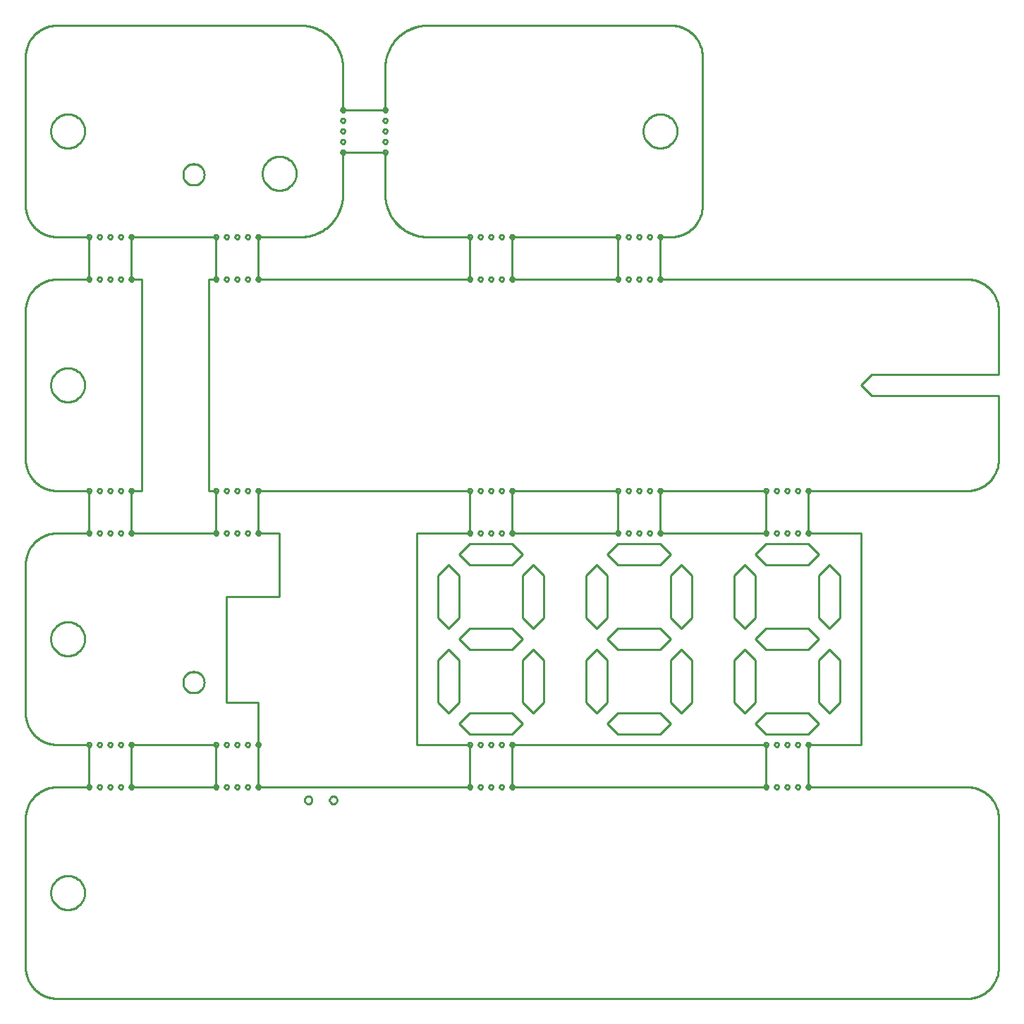
<source format=gko>
G04 EAGLE Gerber RS-274X export*
G75*
%MOMM*%
%FSLAX34Y34*%
%LPD*%
%IN*%
%IPPOS*%
%AMOC8*
5,1,8,0,0,1.08239X$1,22.5*%
G01*
%ADD10C,0.254000*%
%ADD11C,0.000000*%
%ADD12C,0.254000*%


D10*
X-317500Y228600D02*
X-279400Y228600D01*
X-228600Y228600D02*
X-127000Y228600D01*
X-76200Y228600D02*
X177800Y228600D01*
X228600Y228600D02*
X533400Y228600D01*
X584200Y228600D02*
X774700Y228600D01*
X812800Y190500D02*
X812800Y12700D01*
X774700Y-25400D02*
X-317500Y-25400D01*
X-355600Y12700D02*
X-355600Y190500D01*
D11*
X-325120Y101600D02*
X-325114Y102099D01*
X-325096Y102597D01*
X-325065Y103095D01*
X-325022Y103592D01*
X-324967Y104087D01*
X-324900Y104582D01*
X-324821Y105074D01*
X-324730Y105564D01*
X-324626Y106052D01*
X-324511Y106537D01*
X-324384Y107020D01*
X-324245Y107499D01*
X-324094Y107974D01*
X-323932Y108446D01*
X-323758Y108913D01*
X-323573Y109376D01*
X-323377Y109835D01*
X-323169Y110288D01*
X-322950Y110736D01*
X-322721Y111179D01*
X-322480Y111616D01*
X-322229Y112047D01*
X-321967Y112471D01*
X-321695Y112889D01*
X-321413Y113300D01*
X-321121Y113705D01*
X-320819Y114102D01*
X-320508Y114491D01*
X-320186Y114872D01*
X-319856Y115246D01*
X-319517Y115611D01*
X-319168Y115968D01*
X-318811Y116317D01*
X-318446Y116656D01*
X-318072Y116986D01*
X-317691Y117308D01*
X-317302Y117619D01*
X-316905Y117921D01*
X-316500Y118213D01*
X-316089Y118495D01*
X-315671Y118767D01*
X-315247Y119029D01*
X-314816Y119280D01*
X-314379Y119521D01*
X-313936Y119750D01*
X-313488Y119969D01*
X-313035Y120177D01*
X-312576Y120373D01*
X-312113Y120558D01*
X-311646Y120732D01*
X-311174Y120894D01*
X-310699Y121045D01*
X-310220Y121184D01*
X-309737Y121311D01*
X-309252Y121426D01*
X-308764Y121530D01*
X-308274Y121621D01*
X-307782Y121700D01*
X-307287Y121767D01*
X-306792Y121822D01*
X-306295Y121865D01*
X-305797Y121896D01*
X-305299Y121914D01*
X-304800Y121920D01*
X-304301Y121914D01*
X-303803Y121896D01*
X-303305Y121865D01*
X-302808Y121822D01*
X-302313Y121767D01*
X-301818Y121700D01*
X-301326Y121621D01*
X-300836Y121530D01*
X-300348Y121426D01*
X-299863Y121311D01*
X-299380Y121184D01*
X-298901Y121045D01*
X-298426Y120894D01*
X-297954Y120732D01*
X-297487Y120558D01*
X-297024Y120373D01*
X-296565Y120177D01*
X-296112Y119969D01*
X-295664Y119750D01*
X-295221Y119521D01*
X-294784Y119280D01*
X-294353Y119029D01*
X-293929Y118767D01*
X-293511Y118495D01*
X-293100Y118213D01*
X-292695Y117921D01*
X-292298Y117619D01*
X-291909Y117308D01*
X-291528Y116986D01*
X-291154Y116656D01*
X-290789Y116317D01*
X-290432Y115968D01*
X-290083Y115611D01*
X-289744Y115246D01*
X-289414Y114872D01*
X-289092Y114491D01*
X-288781Y114102D01*
X-288479Y113705D01*
X-288187Y113300D01*
X-287905Y112889D01*
X-287633Y112471D01*
X-287371Y112047D01*
X-287120Y111616D01*
X-286879Y111179D01*
X-286650Y110736D01*
X-286431Y110288D01*
X-286223Y109835D01*
X-286027Y109376D01*
X-285842Y108913D01*
X-285668Y108446D01*
X-285506Y107974D01*
X-285355Y107499D01*
X-285216Y107020D01*
X-285089Y106537D01*
X-284974Y106052D01*
X-284870Y105564D01*
X-284779Y105074D01*
X-284700Y104582D01*
X-284633Y104087D01*
X-284578Y103592D01*
X-284535Y103095D01*
X-284504Y102597D01*
X-284486Y102099D01*
X-284480Y101600D01*
X-284486Y101101D01*
X-284504Y100603D01*
X-284535Y100105D01*
X-284578Y99608D01*
X-284633Y99113D01*
X-284700Y98618D01*
X-284779Y98126D01*
X-284870Y97636D01*
X-284974Y97148D01*
X-285089Y96663D01*
X-285216Y96180D01*
X-285355Y95701D01*
X-285506Y95226D01*
X-285668Y94754D01*
X-285842Y94287D01*
X-286027Y93824D01*
X-286223Y93365D01*
X-286431Y92912D01*
X-286650Y92464D01*
X-286879Y92021D01*
X-287120Y91584D01*
X-287371Y91153D01*
X-287633Y90729D01*
X-287905Y90311D01*
X-288187Y89900D01*
X-288479Y89495D01*
X-288781Y89098D01*
X-289092Y88709D01*
X-289414Y88328D01*
X-289744Y87954D01*
X-290083Y87589D01*
X-290432Y87232D01*
X-290789Y86883D01*
X-291154Y86544D01*
X-291528Y86214D01*
X-291909Y85892D01*
X-292298Y85581D01*
X-292695Y85279D01*
X-293100Y84987D01*
X-293511Y84705D01*
X-293929Y84433D01*
X-294353Y84171D01*
X-294784Y83920D01*
X-295221Y83679D01*
X-295664Y83450D01*
X-296112Y83231D01*
X-296565Y83023D01*
X-297024Y82827D01*
X-297487Y82642D01*
X-297954Y82468D01*
X-298426Y82306D01*
X-298901Y82155D01*
X-299380Y82016D01*
X-299863Y81889D01*
X-300348Y81774D01*
X-300836Y81670D01*
X-301326Y81579D01*
X-301818Y81500D01*
X-302313Y81433D01*
X-302808Y81378D01*
X-303305Y81335D01*
X-303803Y81304D01*
X-304301Y81286D01*
X-304800Y81280D01*
X-305299Y81286D01*
X-305797Y81304D01*
X-306295Y81335D01*
X-306792Y81378D01*
X-307287Y81433D01*
X-307782Y81500D01*
X-308274Y81579D01*
X-308764Y81670D01*
X-309252Y81774D01*
X-309737Y81889D01*
X-310220Y82016D01*
X-310699Y82155D01*
X-311174Y82306D01*
X-311646Y82468D01*
X-312113Y82642D01*
X-312576Y82827D01*
X-313035Y83023D01*
X-313488Y83231D01*
X-313936Y83450D01*
X-314379Y83679D01*
X-314816Y83920D01*
X-315247Y84171D01*
X-315671Y84433D01*
X-316089Y84705D01*
X-316500Y84987D01*
X-316905Y85279D01*
X-317302Y85581D01*
X-317691Y85892D01*
X-318072Y86214D01*
X-318446Y86544D01*
X-318811Y86883D01*
X-319168Y87232D01*
X-319517Y87589D01*
X-319856Y87954D01*
X-320186Y88328D01*
X-320508Y88709D01*
X-320819Y89098D01*
X-321121Y89495D01*
X-321413Y89900D01*
X-321695Y90311D01*
X-321967Y90729D01*
X-322229Y91153D01*
X-322480Y91584D01*
X-322721Y92021D01*
X-322950Y92464D01*
X-323169Y92912D01*
X-323377Y93365D01*
X-323573Y93824D01*
X-323758Y94287D01*
X-323932Y94754D01*
X-324094Y95226D01*
X-324245Y95701D01*
X-324384Y96180D01*
X-324511Y96663D01*
X-324626Y97148D01*
X-324730Y97636D01*
X-324821Y98126D01*
X-324900Y98618D01*
X-324967Y99113D01*
X-325022Y99608D01*
X-325065Y100105D01*
X-325096Y100603D01*
X-325114Y101101D01*
X-325120Y101600D01*
D10*
X-355600Y190500D02*
X-355589Y191421D01*
X-355556Y192341D01*
X-355500Y193260D01*
X-355422Y194177D01*
X-355322Y195092D01*
X-355200Y196005D01*
X-355056Y196914D01*
X-354890Y197820D01*
X-354702Y198721D01*
X-354493Y199618D01*
X-354262Y200509D01*
X-354009Y201395D01*
X-353735Y202274D01*
X-353440Y203146D01*
X-353124Y204010D01*
X-352787Y204867D01*
X-352430Y205716D01*
X-352052Y206555D01*
X-351654Y207386D01*
X-351236Y208206D01*
X-350798Y209016D01*
X-350341Y209815D01*
X-349865Y210603D01*
X-349370Y211379D01*
X-348856Y212143D01*
X-348324Y212895D01*
X-347773Y213633D01*
X-347206Y214358D01*
X-346620Y215068D01*
X-346018Y215765D01*
X-345399Y216447D01*
X-344764Y217113D01*
X-344113Y217764D01*
X-343447Y218399D01*
X-342765Y219018D01*
X-342068Y219620D01*
X-341358Y220206D01*
X-340633Y220773D01*
X-339895Y221324D01*
X-339143Y221856D01*
X-338379Y222370D01*
X-337603Y222865D01*
X-336815Y223341D01*
X-336016Y223798D01*
X-335206Y224236D01*
X-334386Y224654D01*
X-333555Y225052D01*
X-332716Y225430D01*
X-331867Y225787D01*
X-331010Y226124D01*
X-330146Y226440D01*
X-329274Y226735D01*
X-328395Y227009D01*
X-327509Y227262D01*
X-326618Y227493D01*
X-325721Y227702D01*
X-324820Y227890D01*
X-323914Y228056D01*
X-323005Y228200D01*
X-322092Y228322D01*
X-321177Y228422D01*
X-320260Y228500D01*
X-319341Y228556D01*
X-318421Y228589D01*
X-317500Y228600D01*
X-355600Y12700D02*
X-355589Y11779D01*
X-355556Y10859D01*
X-355500Y9940D01*
X-355422Y9023D01*
X-355322Y8108D01*
X-355200Y7195D01*
X-355056Y6286D01*
X-354890Y5380D01*
X-354702Y4479D01*
X-354493Y3582D01*
X-354262Y2691D01*
X-354009Y1805D01*
X-353735Y926D01*
X-353440Y54D01*
X-353124Y-810D01*
X-352787Y-1667D01*
X-352430Y-2516D01*
X-352052Y-3355D01*
X-351654Y-4186D01*
X-351236Y-5006D01*
X-350798Y-5816D01*
X-350341Y-6615D01*
X-349865Y-7403D01*
X-349370Y-8179D01*
X-348856Y-8943D01*
X-348324Y-9695D01*
X-347773Y-10433D01*
X-347206Y-11158D01*
X-346620Y-11868D01*
X-346018Y-12565D01*
X-345399Y-13247D01*
X-344764Y-13913D01*
X-344113Y-14564D01*
X-343447Y-15199D01*
X-342765Y-15818D01*
X-342068Y-16420D01*
X-341358Y-17006D01*
X-340633Y-17573D01*
X-339895Y-18124D01*
X-339143Y-18656D01*
X-338379Y-19170D01*
X-337603Y-19665D01*
X-336815Y-20141D01*
X-336016Y-20598D01*
X-335206Y-21036D01*
X-334386Y-21454D01*
X-333555Y-21852D01*
X-332716Y-22230D01*
X-331867Y-22587D01*
X-331010Y-22924D01*
X-330146Y-23240D01*
X-329274Y-23535D01*
X-328395Y-23809D01*
X-327509Y-24062D01*
X-326618Y-24293D01*
X-325721Y-24502D01*
X-324820Y-24690D01*
X-323914Y-24856D01*
X-323005Y-25000D01*
X-322092Y-25122D01*
X-321177Y-25222D01*
X-320260Y-25300D01*
X-319341Y-25356D01*
X-318421Y-25389D01*
X-317500Y-25400D01*
X774700Y-25400D02*
X775621Y-25389D01*
X776541Y-25356D01*
X777460Y-25300D01*
X778377Y-25222D01*
X779292Y-25122D01*
X780205Y-25000D01*
X781114Y-24856D01*
X782020Y-24690D01*
X782921Y-24502D01*
X783818Y-24293D01*
X784709Y-24062D01*
X785595Y-23809D01*
X786474Y-23535D01*
X787346Y-23240D01*
X788210Y-22924D01*
X789067Y-22587D01*
X789916Y-22230D01*
X790755Y-21852D01*
X791586Y-21454D01*
X792406Y-21036D01*
X793216Y-20598D01*
X794015Y-20141D01*
X794803Y-19665D01*
X795579Y-19170D01*
X796343Y-18656D01*
X797095Y-18124D01*
X797833Y-17573D01*
X798558Y-17006D01*
X799268Y-16420D01*
X799965Y-15818D01*
X800647Y-15199D01*
X801313Y-14564D01*
X801964Y-13913D01*
X802599Y-13247D01*
X803218Y-12565D01*
X803820Y-11868D01*
X804406Y-11158D01*
X804973Y-10433D01*
X805524Y-9695D01*
X806056Y-8943D01*
X806570Y-8179D01*
X807065Y-7403D01*
X807541Y-6615D01*
X807998Y-5816D01*
X808436Y-5006D01*
X808854Y-4186D01*
X809252Y-3355D01*
X809630Y-2516D01*
X809987Y-1667D01*
X810324Y-810D01*
X810640Y54D01*
X810935Y926D01*
X811209Y1805D01*
X811462Y2691D01*
X811693Y3582D01*
X811902Y4479D01*
X812090Y5380D01*
X812256Y6286D01*
X812400Y7195D01*
X812522Y8108D01*
X812622Y9023D01*
X812700Y9940D01*
X812756Y10859D01*
X812789Y11779D01*
X812800Y12700D01*
X812800Y190500D02*
X812789Y191421D01*
X812756Y192341D01*
X812700Y193260D01*
X812622Y194177D01*
X812522Y195092D01*
X812400Y196005D01*
X812256Y196914D01*
X812090Y197820D01*
X811902Y198721D01*
X811693Y199618D01*
X811462Y200509D01*
X811209Y201395D01*
X810935Y202274D01*
X810640Y203146D01*
X810324Y204010D01*
X809987Y204867D01*
X809630Y205716D01*
X809252Y206555D01*
X808854Y207386D01*
X808436Y208206D01*
X807998Y209016D01*
X807541Y209815D01*
X807065Y210603D01*
X806570Y211379D01*
X806056Y212143D01*
X805524Y212895D01*
X804973Y213633D01*
X804406Y214358D01*
X803820Y215068D01*
X803218Y215765D01*
X802599Y216447D01*
X801964Y217113D01*
X801313Y217764D01*
X800647Y218399D01*
X799965Y219018D01*
X799268Y219620D01*
X798558Y220206D01*
X797833Y220773D01*
X797095Y221324D01*
X796343Y221856D01*
X795579Y222370D01*
X794803Y222865D01*
X794015Y223341D01*
X793216Y223798D01*
X792406Y224236D01*
X791586Y224654D01*
X790755Y225052D01*
X789916Y225430D01*
X789067Y225787D01*
X788210Y226124D01*
X787346Y226440D01*
X786474Y226735D01*
X785595Y227009D01*
X784709Y227262D01*
X783818Y227493D01*
X782921Y227702D01*
X782020Y227890D01*
X781114Y228056D01*
X780205Y228200D01*
X779292Y228322D01*
X778377Y228422D01*
X777460Y228500D01*
X776541Y228556D01*
X775621Y228589D01*
X774700Y228600D01*
X-279400Y533400D02*
X-317500Y533400D01*
X-228600Y533400D02*
X-127000Y533400D01*
X-76200Y533400D02*
X-50800Y533400D01*
X114300Y533400D02*
X177800Y533400D01*
X228600Y533400D02*
X355600Y533400D01*
X406400Y533400D02*
X533400Y533400D01*
X584200Y533400D02*
X647700Y533400D01*
X647700Y279400D02*
X584200Y279400D01*
X533400Y279400D02*
X228600Y279400D01*
X177800Y279400D02*
X114300Y279400D01*
X-127000Y279400D02*
X-228600Y279400D01*
X-279400Y279400D02*
X-317500Y279400D01*
X-355600Y317500D02*
X-355600Y495300D01*
X-355589Y496221D01*
X-355556Y497141D01*
X-355500Y498060D01*
X-355422Y498977D01*
X-355322Y499892D01*
X-355200Y500805D01*
X-355056Y501714D01*
X-354890Y502620D01*
X-354702Y503521D01*
X-354493Y504418D01*
X-354262Y505309D01*
X-354009Y506195D01*
X-353735Y507074D01*
X-353440Y507946D01*
X-353124Y508810D01*
X-352787Y509667D01*
X-352430Y510516D01*
X-352052Y511355D01*
X-351654Y512186D01*
X-351236Y513006D01*
X-350798Y513816D01*
X-350341Y514615D01*
X-349865Y515403D01*
X-349370Y516179D01*
X-348856Y516943D01*
X-348324Y517695D01*
X-347773Y518433D01*
X-347206Y519158D01*
X-346620Y519868D01*
X-346018Y520565D01*
X-345399Y521247D01*
X-344764Y521913D01*
X-344113Y522564D01*
X-343447Y523199D01*
X-342765Y523818D01*
X-342068Y524420D01*
X-341358Y525006D01*
X-340633Y525573D01*
X-339895Y526124D01*
X-339143Y526656D01*
X-338379Y527170D01*
X-337603Y527665D01*
X-336815Y528141D01*
X-336016Y528598D01*
X-335206Y529036D01*
X-334386Y529454D01*
X-333555Y529852D01*
X-332716Y530230D01*
X-331867Y530587D01*
X-331010Y530924D01*
X-330146Y531240D01*
X-329274Y531535D01*
X-328395Y531809D01*
X-327509Y532062D01*
X-326618Y532293D01*
X-325721Y532502D01*
X-324820Y532690D01*
X-323914Y532856D01*
X-323005Y533000D01*
X-322092Y533122D01*
X-321177Y533222D01*
X-320260Y533300D01*
X-319341Y533356D01*
X-318421Y533389D01*
X-317500Y533400D01*
X-355600Y317500D02*
X-355589Y316579D01*
X-355556Y315659D01*
X-355500Y314740D01*
X-355422Y313823D01*
X-355322Y312908D01*
X-355200Y311995D01*
X-355056Y311086D01*
X-354890Y310180D01*
X-354702Y309279D01*
X-354493Y308382D01*
X-354262Y307491D01*
X-354009Y306605D01*
X-353735Y305726D01*
X-353440Y304854D01*
X-353124Y303990D01*
X-352787Y303133D01*
X-352430Y302284D01*
X-352052Y301445D01*
X-351654Y300614D01*
X-351236Y299794D01*
X-350798Y298984D01*
X-350341Y298185D01*
X-349865Y297397D01*
X-349370Y296621D01*
X-348856Y295857D01*
X-348324Y295105D01*
X-347773Y294367D01*
X-347206Y293642D01*
X-346620Y292932D01*
X-346018Y292235D01*
X-345399Y291553D01*
X-344764Y290887D01*
X-344113Y290236D01*
X-343447Y289601D01*
X-342765Y288982D01*
X-342068Y288380D01*
X-341358Y287794D01*
X-340633Y287227D01*
X-339895Y286676D01*
X-339143Y286144D01*
X-338379Y285630D01*
X-337603Y285135D01*
X-336815Y284659D01*
X-336016Y284202D01*
X-335206Y283764D01*
X-334386Y283346D01*
X-333555Y282948D01*
X-332716Y282570D01*
X-331867Y282213D01*
X-331010Y281876D01*
X-330146Y281560D01*
X-329274Y281265D01*
X-328395Y280991D01*
X-327509Y280738D01*
X-326618Y280507D01*
X-325721Y280298D01*
X-324820Y280110D01*
X-323914Y279944D01*
X-323005Y279800D01*
X-322092Y279678D01*
X-321177Y279578D01*
X-320260Y279500D01*
X-319341Y279444D01*
X-318421Y279411D01*
X-317500Y279400D01*
D11*
X-325120Y406400D02*
X-325114Y406899D01*
X-325096Y407397D01*
X-325065Y407895D01*
X-325022Y408392D01*
X-324967Y408887D01*
X-324900Y409382D01*
X-324821Y409874D01*
X-324730Y410364D01*
X-324626Y410852D01*
X-324511Y411337D01*
X-324384Y411820D01*
X-324245Y412299D01*
X-324094Y412774D01*
X-323932Y413246D01*
X-323758Y413713D01*
X-323573Y414176D01*
X-323377Y414635D01*
X-323169Y415088D01*
X-322950Y415536D01*
X-322721Y415979D01*
X-322480Y416416D01*
X-322229Y416847D01*
X-321967Y417271D01*
X-321695Y417689D01*
X-321413Y418100D01*
X-321121Y418505D01*
X-320819Y418902D01*
X-320508Y419291D01*
X-320186Y419672D01*
X-319856Y420046D01*
X-319517Y420411D01*
X-319168Y420768D01*
X-318811Y421117D01*
X-318446Y421456D01*
X-318072Y421786D01*
X-317691Y422108D01*
X-317302Y422419D01*
X-316905Y422721D01*
X-316500Y423013D01*
X-316089Y423295D01*
X-315671Y423567D01*
X-315247Y423829D01*
X-314816Y424080D01*
X-314379Y424321D01*
X-313936Y424550D01*
X-313488Y424769D01*
X-313035Y424977D01*
X-312576Y425173D01*
X-312113Y425358D01*
X-311646Y425532D01*
X-311174Y425694D01*
X-310699Y425845D01*
X-310220Y425984D01*
X-309737Y426111D01*
X-309252Y426226D01*
X-308764Y426330D01*
X-308274Y426421D01*
X-307782Y426500D01*
X-307287Y426567D01*
X-306792Y426622D01*
X-306295Y426665D01*
X-305797Y426696D01*
X-305299Y426714D01*
X-304800Y426720D01*
X-304301Y426714D01*
X-303803Y426696D01*
X-303305Y426665D01*
X-302808Y426622D01*
X-302313Y426567D01*
X-301818Y426500D01*
X-301326Y426421D01*
X-300836Y426330D01*
X-300348Y426226D01*
X-299863Y426111D01*
X-299380Y425984D01*
X-298901Y425845D01*
X-298426Y425694D01*
X-297954Y425532D01*
X-297487Y425358D01*
X-297024Y425173D01*
X-296565Y424977D01*
X-296112Y424769D01*
X-295664Y424550D01*
X-295221Y424321D01*
X-294784Y424080D01*
X-294353Y423829D01*
X-293929Y423567D01*
X-293511Y423295D01*
X-293100Y423013D01*
X-292695Y422721D01*
X-292298Y422419D01*
X-291909Y422108D01*
X-291528Y421786D01*
X-291154Y421456D01*
X-290789Y421117D01*
X-290432Y420768D01*
X-290083Y420411D01*
X-289744Y420046D01*
X-289414Y419672D01*
X-289092Y419291D01*
X-288781Y418902D01*
X-288479Y418505D01*
X-288187Y418100D01*
X-287905Y417689D01*
X-287633Y417271D01*
X-287371Y416847D01*
X-287120Y416416D01*
X-286879Y415979D01*
X-286650Y415536D01*
X-286431Y415088D01*
X-286223Y414635D01*
X-286027Y414176D01*
X-285842Y413713D01*
X-285668Y413246D01*
X-285506Y412774D01*
X-285355Y412299D01*
X-285216Y411820D01*
X-285089Y411337D01*
X-284974Y410852D01*
X-284870Y410364D01*
X-284779Y409874D01*
X-284700Y409382D01*
X-284633Y408887D01*
X-284578Y408392D01*
X-284535Y407895D01*
X-284504Y407397D01*
X-284486Y406899D01*
X-284480Y406400D01*
X-284486Y405901D01*
X-284504Y405403D01*
X-284535Y404905D01*
X-284578Y404408D01*
X-284633Y403913D01*
X-284700Y403418D01*
X-284779Y402926D01*
X-284870Y402436D01*
X-284974Y401948D01*
X-285089Y401463D01*
X-285216Y400980D01*
X-285355Y400501D01*
X-285506Y400026D01*
X-285668Y399554D01*
X-285842Y399087D01*
X-286027Y398624D01*
X-286223Y398165D01*
X-286431Y397712D01*
X-286650Y397264D01*
X-286879Y396821D01*
X-287120Y396384D01*
X-287371Y395953D01*
X-287633Y395529D01*
X-287905Y395111D01*
X-288187Y394700D01*
X-288479Y394295D01*
X-288781Y393898D01*
X-289092Y393509D01*
X-289414Y393128D01*
X-289744Y392754D01*
X-290083Y392389D01*
X-290432Y392032D01*
X-290789Y391683D01*
X-291154Y391344D01*
X-291528Y391014D01*
X-291909Y390692D01*
X-292298Y390381D01*
X-292695Y390079D01*
X-293100Y389787D01*
X-293511Y389505D01*
X-293929Y389233D01*
X-294353Y388971D01*
X-294784Y388720D01*
X-295221Y388479D01*
X-295664Y388250D01*
X-296112Y388031D01*
X-296565Y387823D01*
X-297024Y387627D01*
X-297487Y387442D01*
X-297954Y387268D01*
X-298426Y387106D01*
X-298901Y386955D01*
X-299380Y386816D01*
X-299863Y386689D01*
X-300348Y386574D01*
X-300836Y386470D01*
X-301326Y386379D01*
X-301818Y386300D01*
X-302313Y386233D01*
X-302808Y386178D01*
X-303305Y386135D01*
X-303803Y386104D01*
X-304301Y386086D01*
X-304800Y386080D01*
X-305299Y386086D01*
X-305797Y386104D01*
X-306295Y386135D01*
X-306792Y386178D01*
X-307287Y386233D01*
X-307782Y386300D01*
X-308274Y386379D01*
X-308764Y386470D01*
X-309252Y386574D01*
X-309737Y386689D01*
X-310220Y386816D01*
X-310699Y386955D01*
X-311174Y387106D01*
X-311646Y387268D01*
X-312113Y387442D01*
X-312576Y387627D01*
X-313035Y387823D01*
X-313488Y388031D01*
X-313936Y388250D01*
X-314379Y388479D01*
X-314816Y388720D01*
X-315247Y388971D01*
X-315671Y389233D01*
X-316089Y389505D01*
X-316500Y389787D01*
X-316905Y390079D01*
X-317302Y390381D01*
X-317691Y390692D01*
X-318072Y391014D01*
X-318446Y391344D01*
X-318811Y391683D01*
X-319168Y392032D01*
X-319517Y392389D01*
X-319856Y392754D01*
X-320186Y393128D01*
X-320508Y393509D01*
X-320819Y393898D01*
X-321121Y394295D01*
X-321413Y394700D01*
X-321695Y395111D01*
X-321967Y395529D01*
X-322229Y395953D01*
X-322480Y396384D01*
X-322721Y396821D01*
X-322950Y397264D01*
X-323169Y397712D01*
X-323377Y398165D01*
X-323573Y398624D01*
X-323758Y399087D01*
X-323932Y399554D01*
X-324094Y400026D01*
X-324245Y400501D01*
X-324384Y400980D01*
X-324511Y401463D01*
X-324626Y401948D01*
X-324730Y402436D01*
X-324821Y402926D01*
X-324900Y403418D01*
X-324967Y403913D01*
X-325022Y404408D01*
X-325065Y404905D01*
X-325096Y405403D01*
X-325114Y405901D01*
X-325120Y406400D01*
D10*
X114300Y279400D02*
X114300Y533400D01*
X647700Y533400D02*
X647700Y279400D01*
D11*
X-166370Y354330D02*
X-166366Y354642D01*
X-166355Y354953D01*
X-166336Y355264D01*
X-166309Y355575D01*
X-166274Y355885D01*
X-166233Y356193D01*
X-166183Y356501D01*
X-166126Y356808D01*
X-166061Y357113D01*
X-165989Y357416D01*
X-165910Y357717D01*
X-165823Y358017D01*
X-165729Y358314D01*
X-165628Y358609D01*
X-165519Y358901D01*
X-165403Y359190D01*
X-165280Y359477D01*
X-165151Y359760D01*
X-165014Y360040D01*
X-164870Y360317D01*
X-164720Y360590D01*
X-164563Y360859D01*
X-164400Y361124D01*
X-164230Y361386D01*
X-164053Y361643D01*
X-163871Y361895D01*
X-163682Y362143D01*
X-163487Y362387D01*
X-163287Y362625D01*
X-163080Y362859D01*
X-162868Y363087D01*
X-162650Y363310D01*
X-162427Y363528D01*
X-162199Y363740D01*
X-161965Y363947D01*
X-161727Y364147D01*
X-161483Y364342D01*
X-161235Y364531D01*
X-160983Y364713D01*
X-160726Y364890D01*
X-160464Y365060D01*
X-160199Y365223D01*
X-159930Y365380D01*
X-159657Y365530D01*
X-159380Y365674D01*
X-159100Y365811D01*
X-158817Y365940D01*
X-158530Y366063D01*
X-158241Y366179D01*
X-157949Y366288D01*
X-157654Y366389D01*
X-157357Y366483D01*
X-157057Y366570D01*
X-156756Y366649D01*
X-156453Y366721D01*
X-156148Y366786D01*
X-155841Y366843D01*
X-155533Y366893D01*
X-155225Y366934D01*
X-154915Y366969D01*
X-154604Y366996D01*
X-154293Y367015D01*
X-153982Y367026D01*
X-153670Y367030D01*
X-153358Y367026D01*
X-153047Y367015D01*
X-152736Y366996D01*
X-152425Y366969D01*
X-152115Y366934D01*
X-151807Y366893D01*
X-151499Y366843D01*
X-151192Y366786D01*
X-150887Y366721D01*
X-150584Y366649D01*
X-150283Y366570D01*
X-149983Y366483D01*
X-149686Y366389D01*
X-149391Y366288D01*
X-149099Y366179D01*
X-148810Y366063D01*
X-148523Y365940D01*
X-148240Y365811D01*
X-147960Y365674D01*
X-147683Y365530D01*
X-147410Y365380D01*
X-147141Y365223D01*
X-146876Y365060D01*
X-146614Y364890D01*
X-146357Y364713D01*
X-146105Y364531D01*
X-145857Y364342D01*
X-145613Y364147D01*
X-145375Y363947D01*
X-145141Y363740D01*
X-144913Y363528D01*
X-144690Y363310D01*
X-144472Y363087D01*
X-144260Y362859D01*
X-144053Y362625D01*
X-143853Y362387D01*
X-143658Y362143D01*
X-143469Y361895D01*
X-143287Y361643D01*
X-143110Y361386D01*
X-142940Y361124D01*
X-142777Y360859D01*
X-142620Y360590D01*
X-142470Y360317D01*
X-142326Y360040D01*
X-142189Y359760D01*
X-142060Y359477D01*
X-141937Y359190D01*
X-141821Y358901D01*
X-141712Y358609D01*
X-141611Y358314D01*
X-141517Y358017D01*
X-141430Y357717D01*
X-141351Y357416D01*
X-141279Y357113D01*
X-141214Y356808D01*
X-141157Y356501D01*
X-141107Y356193D01*
X-141066Y355885D01*
X-141031Y355575D01*
X-141004Y355264D01*
X-140985Y354953D01*
X-140974Y354642D01*
X-140970Y354330D01*
X-140974Y354018D01*
X-140985Y353707D01*
X-141004Y353396D01*
X-141031Y353085D01*
X-141066Y352775D01*
X-141107Y352467D01*
X-141157Y352159D01*
X-141214Y351852D01*
X-141279Y351547D01*
X-141351Y351244D01*
X-141430Y350943D01*
X-141517Y350643D01*
X-141611Y350346D01*
X-141712Y350051D01*
X-141821Y349759D01*
X-141937Y349470D01*
X-142060Y349183D01*
X-142189Y348900D01*
X-142326Y348620D01*
X-142470Y348343D01*
X-142620Y348070D01*
X-142777Y347801D01*
X-142940Y347536D01*
X-143110Y347274D01*
X-143287Y347017D01*
X-143469Y346765D01*
X-143658Y346517D01*
X-143853Y346273D01*
X-144053Y346035D01*
X-144260Y345801D01*
X-144472Y345573D01*
X-144690Y345350D01*
X-144913Y345132D01*
X-145141Y344920D01*
X-145375Y344713D01*
X-145613Y344513D01*
X-145857Y344318D01*
X-146105Y344129D01*
X-146357Y343947D01*
X-146614Y343770D01*
X-146876Y343600D01*
X-147141Y343437D01*
X-147410Y343280D01*
X-147683Y343130D01*
X-147960Y342986D01*
X-148240Y342849D01*
X-148523Y342720D01*
X-148810Y342597D01*
X-149099Y342481D01*
X-149391Y342372D01*
X-149686Y342271D01*
X-149983Y342177D01*
X-150283Y342090D01*
X-150584Y342011D01*
X-150887Y341939D01*
X-151192Y341874D01*
X-151499Y341817D01*
X-151807Y341767D01*
X-152115Y341726D01*
X-152425Y341691D01*
X-152736Y341664D01*
X-153047Y341645D01*
X-153358Y341634D01*
X-153670Y341630D01*
X-153982Y341634D01*
X-154293Y341645D01*
X-154604Y341664D01*
X-154915Y341691D01*
X-155225Y341726D01*
X-155533Y341767D01*
X-155841Y341817D01*
X-156148Y341874D01*
X-156453Y341939D01*
X-156756Y342011D01*
X-157057Y342090D01*
X-157357Y342177D01*
X-157654Y342271D01*
X-157949Y342372D01*
X-158241Y342481D01*
X-158530Y342597D01*
X-158817Y342720D01*
X-159100Y342849D01*
X-159380Y342986D01*
X-159657Y343130D01*
X-159930Y343280D01*
X-160199Y343437D01*
X-160464Y343600D01*
X-160726Y343770D01*
X-160983Y343947D01*
X-161235Y344129D01*
X-161483Y344318D01*
X-161727Y344513D01*
X-161965Y344713D01*
X-162199Y344920D01*
X-162427Y345132D01*
X-162650Y345350D01*
X-162868Y345573D01*
X-163080Y345801D01*
X-163287Y346035D01*
X-163487Y346273D01*
X-163682Y346517D01*
X-163871Y346765D01*
X-164053Y347017D01*
X-164230Y347274D01*
X-164400Y347536D01*
X-164563Y347801D01*
X-164720Y348070D01*
X-164870Y348343D01*
X-165014Y348620D01*
X-165151Y348900D01*
X-165280Y349183D01*
X-165403Y349470D01*
X-165519Y349759D01*
X-165628Y350051D01*
X-165729Y350346D01*
X-165823Y350643D01*
X-165910Y350943D01*
X-165989Y351244D01*
X-166061Y351547D01*
X-166126Y351852D01*
X-166183Y352159D01*
X-166233Y352467D01*
X-166274Y352775D01*
X-166309Y353085D01*
X-166336Y353396D01*
X-166355Y353707D01*
X-166366Y354018D01*
X-166370Y354330D01*
D10*
X-114300Y330200D02*
X-76200Y330200D01*
X-114300Y330200D02*
X-114300Y457200D01*
X-50800Y457200D01*
X-50800Y533400D01*
X165100Y508000D02*
X177800Y520700D01*
X228600Y520700D01*
X241300Y508000D01*
X228600Y495300D01*
X177800Y495300D01*
X165100Y508000D01*
X152400Y495300D02*
X165100Y482600D01*
X165100Y431800D01*
X152400Y419100D01*
X139700Y431800D01*
X139700Y482600D01*
X152400Y495300D01*
X254000Y495300D02*
X266700Y482600D01*
X266700Y431800D01*
X254000Y419100D01*
X241300Y431800D01*
X241300Y482600D01*
X254000Y495300D01*
X177800Y419100D02*
X165100Y406400D01*
X177800Y419100D02*
X228600Y419100D01*
X241300Y406400D01*
X228600Y393700D01*
X177800Y393700D01*
X165100Y406400D01*
X152400Y393700D02*
X165100Y381000D01*
X165100Y330200D01*
X152400Y317500D01*
X139700Y330200D01*
X139700Y381000D01*
X152400Y393700D01*
X241300Y381000D02*
X254000Y393700D01*
X241300Y381000D02*
X241300Y330200D01*
X254000Y317500D01*
X266700Y330200D01*
X266700Y381000D01*
X254000Y393700D01*
X177800Y317500D02*
X165100Y304800D01*
X177800Y317500D02*
X228600Y317500D01*
X241300Y304800D01*
X228600Y292100D01*
X177800Y292100D01*
X165100Y304800D01*
X342900Y508000D02*
X355600Y520700D01*
X406400Y520700D01*
X419100Y508000D01*
X406400Y495300D01*
X355600Y495300D01*
X342900Y508000D01*
X330200Y495300D02*
X342900Y482600D01*
X342900Y431800D01*
X330200Y419100D01*
X317500Y431800D01*
X317500Y482600D01*
X330200Y495300D01*
X431800Y495300D02*
X444500Y482600D01*
X444500Y431800D01*
X431800Y419100D01*
X419100Y431800D01*
X419100Y482600D01*
X431800Y495300D01*
X355600Y419100D02*
X342900Y406400D01*
X355600Y419100D02*
X406400Y419100D01*
X419100Y406400D01*
X406400Y393700D01*
X355600Y393700D01*
X342900Y406400D01*
X330200Y393700D02*
X342900Y381000D01*
X342900Y330200D01*
X330200Y317500D01*
X317500Y330200D01*
X317500Y381000D01*
X330200Y393700D01*
X419100Y381000D02*
X431800Y393700D01*
X419100Y381000D02*
X419100Y330200D01*
X431800Y317500D01*
X444500Y330200D01*
X444500Y381000D01*
X431800Y393700D01*
X355600Y317500D02*
X342900Y304800D01*
X355600Y317500D02*
X406400Y317500D01*
X419100Y304800D01*
X406400Y292100D01*
X355600Y292100D01*
X342900Y304800D01*
X520700Y508000D02*
X533400Y520700D01*
X584200Y520700D01*
X596900Y508000D01*
X584200Y495300D01*
X533400Y495300D01*
X520700Y508000D01*
X508000Y495300D02*
X520700Y482600D01*
X520700Y431800D01*
X508000Y419100D01*
X495300Y431800D01*
X495300Y482600D01*
X508000Y495300D01*
X609600Y495300D02*
X622300Y482600D01*
X622300Y431800D01*
X609600Y419100D01*
X596900Y431800D01*
X596900Y482600D01*
X609600Y495300D01*
X533400Y419100D02*
X520700Y406400D01*
X533400Y419100D02*
X584200Y419100D01*
X596900Y406400D01*
X584200Y393700D01*
X533400Y393700D01*
X520700Y406400D01*
X508000Y393700D02*
X520700Y381000D01*
X520700Y330200D01*
X508000Y317500D01*
X495300Y330200D01*
X495300Y381000D01*
X508000Y393700D01*
X596900Y381000D02*
X609600Y393700D01*
X596900Y381000D02*
X596900Y330200D01*
X609600Y317500D01*
X622300Y330200D01*
X622300Y381000D01*
X609600Y393700D01*
X533400Y317500D02*
X520700Y304800D01*
X533400Y317500D02*
X584200Y317500D01*
X596900Y304800D01*
X584200Y292100D01*
X533400Y292100D01*
X520700Y304800D01*
X-279400Y838200D02*
X-317500Y838200D01*
X-228600Y838200D02*
X-215900Y838200D01*
X-135890Y838200D02*
X-127000Y838200D01*
X812800Y800100D02*
X812800Y723900D01*
X812800Y698500D02*
X812800Y622300D01*
X774700Y584200D02*
X584200Y584200D01*
X-127000Y584200D02*
X-135890Y584200D01*
X-215900Y584200D02*
X-228600Y584200D01*
X-279400Y584200D02*
X-317500Y584200D01*
X-355600Y622300D02*
X-355600Y800100D01*
X-355589Y801021D01*
X-355556Y801941D01*
X-355500Y802860D01*
X-355422Y803777D01*
X-355322Y804692D01*
X-355200Y805605D01*
X-355056Y806514D01*
X-354890Y807420D01*
X-354702Y808321D01*
X-354493Y809218D01*
X-354262Y810109D01*
X-354009Y810995D01*
X-353735Y811874D01*
X-353440Y812746D01*
X-353124Y813610D01*
X-352787Y814467D01*
X-352430Y815316D01*
X-352052Y816155D01*
X-351654Y816986D01*
X-351236Y817806D01*
X-350798Y818616D01*
X-350341Y819415D01*
X-349865Y820203D01*
X-349370Y820979D01*
X-348856Y821743D01*
X-348324Y822495D01*
X-347773Y823233D01*
X-347206Y823958D01*
X-346620Y824668D01*
X-346018Y825365D01*
X-345399Y826047D01*
X-344764Y826713D01*
X-344113Y827364D01*
X-343447Y827999D01*
X-342765Y828618D01*
X-342068Y829220D01*
X-341358Y829806D01*
X-340633Y830373D01*
X-339895Y830924D01*
X-339143Y831456D01*
X-338379Y831970D01*
X-337603Y832465D01*
X-336815Y832941D01*
X-336016Y833398D01*
X-335206Y833836D01*
X-334386Y834254D01*
X-333555Y834652D01*
X-332716Y835030D01*
X-331867Y835387D01*
X-331010Y835724D01*
X-330146Y836040D01*
X-329274Y836335D01*
X-328395Y836609D01*
X-327509Y836862D01*
X-326618Y837093D01*
X-325721Y837302D01*
X-324820Y837490D01*
X-323914Y837656D01*
X-323005Y837800D01*
X-322092Y837922D01*
X-321177Y838022D01*
X-320260Y838100D01*
X-319341Y838156D01*
X-318421Y838189D01*
X-317500Y838200D01*
X-355600Y622300D02*
X-355589Y621379D01*
X-355556Y620459D01*
X-355500Y619540D01*
X-355422Y618623D01*
X-355322Y617708D01*
X-355200Y616795D01*
X-355056Y615886D01*
X-354890Y614980D01*
X-354702Y614079D01*
X-354493Y613182D01*
X-354262Y612291D01*
X-354009Y611405D01*
X-353735Y610526D01*
X-353440Y609654D01*
X-353124Y608790D01*
X-352787Y607933D01*
X-352430Y607084D01*
X-352052Y606245D01*
X-351654Y605414D01*
X-351236Y604594D01*
X-350798Y603784D01*
X-350341Y602985D01*
X-349865Y602197D01*
X-349370Y601421D01*
X-348856Y600657D01*
X-348324Y599905D01*
X-347773Y599167D01*
X-347206Y598442D01*
X-346620Y597732D01*
X-346018Y597035D01*
X-345399Y596353D01*
X-344764Y595687D01*
X-344113Y595036D01*
X-343447Y594401D01*
X-342765Y593782D01*
X-342068Y593180D01*
X-341358Y592594D01*
X-340633Y592027D01*
X-339895Y591476D01*
X-339143Y590944D01*
X-338379Y590430D01*
X-337603Y589935D01*
X-336815Y589459D01*
X-336016Y589002D01*
X-335206Y588564D01*
X-334386Y588146D01*
X-333555Y587748D01*
X-332716Y587370D01*
X-331867Y587013D01*
X-331010Y586676D01*
X-330146Y586360D01*
X-329274Y586065D01*
X-328395Y585791D01*
X-327509Y585538D01*
X-326618Y585307D01*
X-325721Y585098D01*
X-324820Y584910D01*
X-323914Y584744D01*
X-323005Y584600D01*
X-322092Y584478D01*
X-321177Y584378D01*
X-320260Y584300D01*
X-319341Y584244D01*
X-318421Y584211D01*
X-317500Y584200D01*
X774700Y584200D02*
X775621Y584211D01*
X776541Y584244D01*
X777460Y584300D01*
X778377Y584378D01*
X779292Y584478D01*
X780205Y584600D01*
X781114Y584744D01*
X782020Y584910D01*
X782921Y585098D01*
X783818Y585307D01*
X784709Y585538D01*
X785595Y585791D01*
X786474Y586065D01*
X787346Y586360D01*
X788210Y586676D01*
X789067Y587013D01*
X789916Y587370D01*
X790755Y587748D01*
X791586Y588146D01*
X792406Y588564D01*
X793216Y589002D01*
X794015Y589459D01*
X794803Y589935D01*
X795579Y590430D01*
X796343Y590944D01*
X797095Y591476D01*
X797833Y592027D01*
X798558Y592594D01*
X799268Y593180D01*
X799965Y593782D01*
X800647Y594401D01*
X801313Y595036D01*
X801964Y595687D01*
X802599Y596353D01*
X803218Y597035D01*
X803820Y597732D01*
X804406Y598442D01*
X804973Y599167D01*
X805524Y599905D01*
X806056Y600657D01*
X806570Y601421D01*
X807065Y602197D01*
X807541Y602985D01*
X807998Y603784D01*
X808436Y604594D01*
X808854Y605414D01*
X809252Y606245D01*
X809630Y607084D01*
X809987Y607933D01*
X810324Y608790D01*
X810640Y609654D01*
X810935Y610526D01*
X811209Y611405D01*
X811462Y612291D01*
X811693Y613182D01*
X811902Y614079D01*
X812090Y614980D01*
X812256Y615886D01*
X812400Y616795D01*
X812522Y617708D01*
X812622Y618623D01*
X812700Y619540D01*
X812756Y620459D01*
X812789Y621379D01*
X812800Y622300D01*
X812800Y800100D02*
X812789Y801021D01*
X812756Y801941D01*
X812700Y802860D01*
X812622Y803777D01*
X812522Y804692D01*
X812400Y805605D01*
X812256Y806514D01*
X812090Y807420D01*
X811902Y808321D01*
X811693Y809218D01*
X811462Y810109D01*
X811209Y810995D01*
X810935Y811874D01*
X810640Y812746D01*
X810324Y813610D01*
X809987Y814467D01*
X809630Y815316D01*
X809252Y816155D01*
X808854Y816986D01*
X808436Y817806D01*
X807998Y818616D01*
X807541Y819415D01*
X807065Y820203D01*
X806570Y820979D01*
X806056Y821743D01*
X805524Y822495D01*
X804973Y823233D01*
X804406Y823958D01*
X803820Y824668D01*
X803218Y825365D01*
X802599Y826047D01*
X801964Y826713D01*
X801313Y827364D01*
X800647Y827999D01*
X799965Y828618D01*
X799268Y829220D01*
X798558Y829806D01*
X797833Y830373D01*
X797095Y830924D01*
X796343Y831456D01*
X795579Y831970D01*
X794803Y832465D01*
X794015Y832941D01*
X793216Y833398D01*
X792406Y833836D01*
X791586Y834254D01*
X790755Y834652D01*
X789916Y835030D01*
X789067Y835387D01*
X788210Y835724D01*
X787346Y836040D01*
X786474Y836335D01*
X785595Y836609D01*
X784709Y836862D01*
X783818Y837093D01*
X782921Y837302D01*
X782020Y837490D01*
X781114Y837656D01*
X780205Y837800D01*
X779292Y837922D01*
X778377Y838022D01*
X777460Y838100D01*
X776541Y838156D01*
X775621Y838189D01*
X774700Y838200D01*
D11*
X-325120Y711200D02*
X-325114Y711699D01*
X-325096Y712197D01*
X-325065Y712695D01*
X-325022Y713192D01*
X-324967Y713687D01*
X-324900Y714182D01*
X-324821Y714674D01*
X-324730Y715164D01*
X-324626Y715652D01*
X-324511Y716137D01*
X-324384Y716620D01*
X-324245Y717099D01*
X-324094Y717574D01*
X-323932Y718046D01*
X-323758Y718513D01*
X-323573Y718976D01*
X-323377Y719435D01*
X-323169Y719888D01*
X-322950Y720336D01*
X-322721Y720779D01*
X-322480Y721216D01*
X-322229Y721647D01*
X-321967Y722071D01*
X-321695Y722489D01*
X-321413Y722900D01*
X-321121Y723305D01*
X-320819Y723702D01*
X-320508Y724091D01*
X-320186Y724472D01*
X-319856Y724846D01*
X-319517Y725211D01*
X-319168Y725568D01*
X-318811Y725917D01*
X-318446Y726256D01*
X-318072Y726586D01*
X-317691Y726908D01*
X-317302Y727219D01*
X-316905Y727521D01*
X-316500Y727813D01*
X-316089Y728095D01*
X-315671Y728367D01*
X-315247Y728629D01*
X-314816Y728880D01*
X-314379Y729121D01*
X-313936Y729350D01*
X-313488Y729569D01*
X-313035Y729777D01*
X-312576Y729973D01*
X-312113Y730158D01*
X-311646Y730332D01*
X-311174Y730494D01*
X-310699Y730645D01*
X-310220Y730784D01*
X-309737Y730911D01*
X-309252Y731026D01*
X-308764Y731130D01*
X-308274Y731221D01*
X-307782Y731300D01*
X-307287Y731367D01*
X-306792Y731422D01*
X-306295Y731465D01*
X-305797Y731496D01*
X-305299Y731514D01*
X-304800Y731520D01*
X-304301Y731514D01*
X-303803Y731496D01*
X-303305Y731465D01*
X-302808Y731422D01*
X-302313Y731367D01*
X-301818Y731300D01*
X-301326Y731221D01*
X-300836Y731130D01*
X-300348Y731026D01*
X-299863Y730911D01*
X-299380Y730784D01*
X-298901Y730645D01*
X-298426Y730494D01*
X-297954Y730332D01*
X-297487Y730158D01*
X-297024Y729973D01*
X-296565Y729777D01*
X-296112Y729569D01*
X-295664Y729350D01*
X-295221Y729121D01*
X-294784Y728880D01*
X-294353Y728629D01*
X-293929Y728367D01*
X-293511Y728095D01*
X-293100Y727813D01*
X-292695Y727521D01*
X-292298Y727219D01*
X-291909Y726908D01*
X-291528Y726586D01*
X-291154Y726256D01*
X-290789Y725917D01*
X-290432Y725568D01*
X-290083Y725211D01*
X-289744Y724846D01*
X-289414Y724472D01*
X-289092Y724091D01*
X-288781Y723702D01*
X-288479Y723305D01*
X-288187Y722900D01*
X-287905Y722489D01*
X-287633Y722071D01*
X-287371Y721647D01*
X-287120Y721216D01*
X-286879Y720779D01*
X-286650Y720336D01*
X-286431Y719888D01*
X-286223Y719435D01*
X-286027Y718976D01*
X-285842Y718513D01*
X-285668Y718046D01*
X-285506Y717574D01*
X-285355Y717099D01*
X-285216Y716620D01*
X-285089Y716137D01*
X-284974Y715652D01*
X-284870Y715164D01*
X-284779Y714674D01*
X-284700Y714182D01*
X-284633Y713687D01*
X-284578Y713192D01*
X-284535Y712695D01*
X-284504Y712197D01*
X-284486Y711699D01*
X-284480Y711200D01*
X-284486Y710701D01*
X-284504Y710203D01*
X-284535Y709705D01*
X-284578Y709208D01*
X-284633Y708713D01*
X-284700Y708218D01*
X-284779Y707726D01*
X-284870Y707236D01*
X-284974Y706748D01*
X-285089Y706263D01*
X-285216Y705780D01*
X-285355Y705301D01*
X-285506Y704826D01*
X-285668Y704354D01*
X-285842Y703887D01*
X-286027Y703424D01*
X-286223Y702965D01*
X-286431Y702512D01*
X-286650Y702064D01*
X-286879Y701621D01*
X-287120Y701184D01*
X-287371Y700753D01*
X-287633Y700329D01*
X-287905Y699911D01*
X-288187Y699500D01*
X-288479Y699095D01*
X-288781Y698698D01*
X-289092Y698309D01*
X-289414Y697928D01*
X-289744Y697554D01*
X-290083Y697189D01*
X-290432Y696832D01*
X-290789Y696483D01*
X-291154Y696144D01*
X-291528Y695814D01*
X-291909Y695492D01*
X-292298Y695181D01*
X-292695Y694879D01*
X-293100Y694587D01*
X-293511Y694305D01*
X-293929Y694033D01*
X-294353Y693771D01*
X-294784Y693520D01*
X-295221Y693279D01*
X-295664Y693050D01*
X-296112Y692831D01*
X-296565Y692623D01*
X-297024Y692427D01*
X-297487Y692242D01*
X-297954Y692068D01*
X-298426Y691906D01*
X-298901Y691755D01*
X-299380Y691616D01*
X-299863Y691489D01*
X-300348Y691374D01*
X-300836Y691270D01*
X-301326Y691179D01*
X-301818Y691100D01*
X-302313Y691033D01*
X-302808Y690978D01*
X-303305Y690935D01*
X-303803Y690904D01*
X-304301Y690886D01*
X-304800Y690880D01*
X-305299Y690886D01*
X-305797Y690904D01*
X-306295Y690935D01*
X-306792Y690978D01*
X-307287Y691033D01*
X-307782Y691100D01*
X-308274Y691179D01*
X-308764Y691270D01*
X-309252Y691374D01*
X-309737Y691489D01*
X-310220Y691616D01*
X-310699Y691755D01*
X-311174Y691906D01*
X-311646Y692068D01*
X-312113Y692242D01*
X-312576Y692427D01*
X-313035Y692623D01*
X-313488Y692831D01*
X-313936Y693050D01*
X-314379Y693279D01*
X-314816Y693520D01*
X-315247Y693771D01*
X-315671Y694033D01*
X-316089Y694305D01*
X-316500Y694587D01*
X-316905Y694879D01*
X-317302Y695181D01*
X-317691Y695492D01*
X-318072Y695814D01*
X-318446Y696144D01*
X-318811Y696483D01*
X-319168Y696832D01*
X-319517Y697189D01*
X-319856Y697554D01*
X-320186Y697928D01*
X-320508Y698309D01*
X-320819Y698698D01*
X-321121Y699095D01*
X-321413Y699500D01*
X-321695Y699911D01*
X-321967Y700329D01*
X-322229Y700753D01*
X-322480Y701184D01*
X-322721Y701621D01*
X-322950Y702064D01*
X-323169Y702512D01*
X-323377Y702965D01*
X-323573Y703424D01*
X-323758Y703887D01*
X-323932Y704354D01*
X-324094Y704826D01*
X-324245Y705301D01*
X-324384Y705780D01*
X-324511Y706263D01*
X-324626Y706748D01*
X-324730Y707236D01*
X-324821Y707726D01*
X-324900Y708218D01*
X-324967Y708713D01*
X-325022Y709208D01*
X-325065Y709705D01*
X-325096Y710203D01*
X-325114Y710701D01*
X-325120Y711200D01*
D10*
X-215900Y584200D02*
X-215900Y838200D01*
X-135890Y838200D02*
X-135890Y584200D01*
X-76200Y838200D02*
X177800Y838200D01*
X228600Y838200D02*
X355600Y838200D01*
X406400Y838200D02*
X774700Y838200D01*
X533400Y584200D02*
X406400Y584200D01*
X355600Y584200D02*
X228600Y584200D01*
X177800Y584200D02*
X-76200Y584200D01*
X660400Y723900D02*
X812800Y723900D01*
X660400Y723900D02*
X647700Y711200D01*
X660400Y698500D01*
X812800Y698500D01*
X-317500Y1143000D02*
X-318421Y1142989D01*
X-319341Y1142956D01*
X-320260Y1142900D01*
X-321177Y1142822D01*
X-322092Y1142722D01*
X-323005Y1142600D01*
X-323914Y1142456D01*
X-324820Y1142290D01*
X-325721Y1142102D01*
X-326618Y1141893D01*
X-327509Y1141662D01*
X-328395Y1141409D01*
X-329274Y1141135D01*
X-330146Y1140840D01*
X-331010Y1140524D01*
X-331867Y1140187D01*
X-332716Y1139830D01*
X-333555Y1139452D01*
X-334386Y1139054D01*
X-335206Y1138636D01*
X-336016Y1138198D01*
X-336815Y1137741D01*
X-337603Y1137265D01*
X-338379Y1136770D01*
X-339143Y1136256D01*
X-339895Y1135724D01*
X-340633Y1135173D01*
X-341358Y1134606D01*
X-342068Y1134020D01*
X-342765Y1133418D01*
X-343447Y1132799D01*
X-344113Y1132164D01*
X-344764Y1131513D01*
X-345399Y1130847D01*
X-346018Y1130165D01*
X-346620Y1129468D01*
X-347206Y1128758D01*
X-347773Y1128033D01*
X-348324Y1127295D01*
X-348856Y1126543D01*
X-349370Y1125779D01*
X-349865Y1125003D01*
X-350341Y1124215D01*
X-350798Y1123416D01*
X-351236Y1122606D01*
X-351654Y1121786D01*
X-352052Y1120955D01*
X-352430Y1120116D01*
X-352787Y1119267D01*
X-353124Y1118410D01*
X-353440Y1117546D01*
X-353735Y1116674D01*
X-354009Y1115795D01*
X-354262Y1114909D01*
X-354493Y1114018D01*
X-354702Y1113121D01*
X-354890Y1112220D01*
X-355056Y1111314D01*
X-355200Y1110405D01*
X-355322Y1109492D01*
X-355422Y1108577D01*
X-355500Y1107660D01*
X-355556Y1106741D01*
X-355589Y1105821D01*
X-355600Y1104900D01*
X-355600Y927100D02*
X-355589Y926179D01*
X-355556Y925259D01*
X-355500Y924340D01*
X-355422Y923423D01*
X-355322Y922508D01*
X-355200Y921595D01*
X-355056Y920686D01*
X-354890Y919780D01*
X-354702Y918879D01*
X-354493Y917982D01*
X-354262Y917091D01*
X-354009Y916205D01*
X-353735Y915326D01*
X-353440Y914454D01*
X-353124Y913590D01*
X-352787Y912733D01*
X-352430Y911884D01*
X-352052Y911045D01*
X-351654Y910214D01*
X-351236Y909394D01*
X-350798Y908584D01*
X-350341Y907785D01*
X-349865Y906997D01*
X-349370Y906221D01*
X-348856Y905457D01*
X-348324Y904705D01*
X-347773Y903967D01*
X-347206Y903242D01*
X-346620Y902532D01*
X-346018Y901835D01*
X-345399Y901153D01*
X-344764Y900487D01*
X-344113Y899836D01*
X-343447Y899201D01*
X-342765Y898582D01*
X-342068Y897980D01*
X-341358Y897394D01*
X-340633Y896827D01*
X-339895Y896276D01*
X-339143Y895744D01*
X-338379Y895230D01*
X-337603Y894735D01*
X-336815Y894259D01*
X-336016Y893802D01*
X-335206Y893364D01*
X-334386Y892946D01*
X-333555Y892548D01*
X-332716Y892170D01*
X-331867Y891813D01*
X-331010Y891476D01*
X-330146Y891160D01*
X-329274Y890865D01*
X-328395Y890591D01*
X-327509Y890338D01*
X-326618Y890107D01*
X-325721Y889898D01*
X-324820Y889710D01*
X-323914Y889544D01*
X-323005Y889400D01*
X-322092Y889278D01*
X-321177Y889178D01*
X-320260Y889100D01*
X-319341Y889044D01*
X-318421Y889011D01*
X-317500Y889000D01*
D11*
X-325120Y1016000D02*
X-325114Y1016499D01*
X-325096Y1016997D01*
X-325065Y1017495D01*
X-325022Y1017992D01*
X-324967Y1018487D01*
X-324900Y1018982D01*
X-324821Y1019474D01*
X-324730Y1019964D01*
X-324626Y1020452D01*
X-324511Y1020937D01*
X-324384Y1021420D01*
X-324245Y1021899D01*
X-324094Y1022374D01*
X-323932Y1022846D01*
X-323758Y1023313D01*
X-323573Y1023776D01*
X-323377Y1024235D01*
X-323169Y1024688D01*
X-322950Y1025136D01*
X-322721Y1025579D01*
X-322480Y1026016D01*
X-322229Y1026447D01*
X-321967Y1026871D01*
X-321695Y1027289D01*
X-321413Y1027700D01*
X-321121Y1028105D01*
X-320819Y1028502D01*
X-320508Y1028891D01*
X-320186Y1029272D01*
X-319856Y1029646D01*
X-319517Y1030011D01*
X-319168Y1030368D01*
X-318811Y1030717D01*
X-318446Y1031056D01*
X-318072Y1031386D01*
X-317691Y1031708D01*
X-317302Y1032019D01*
X-316905Y1032321D01*
X-316500Y1032613D01*
X-316089Y1032895D01*
X-315671Y1033167D01*
X-315247Y1033429D01*
X-314816Y1033680D01*
X-314379Y1033921D01*
X-313936Y1034150D01*
X-313488Y1034369D01*
X-313035Y1034577D01*
X-312576Y1034773D01*
X-312113Y1034958D01*
X-311646Y1035132D01*
X-311174Y1035294D01*
X-310699Y1035445D01*
X-310220Y1035584D01*
X-309737Y1035711D01*
X-309252Y1035826D01*
X-308764Y1035930D01*
X-308274Y1036021D01*
X-307782Y1036100D01*
X-307287Y1036167D01*
X-306792Y1036222D01*
X-306295Y1036265D01*
X-305797Y1036296D01*
X-305299Y1036314D01*
X-304800Y1036320D01*
X-304301Y1036314D01*
X-303803Y1036296D01*
X-303305Y1036265D01*
X-302808Y1036222D01*
X-302313Y1036167D01*
X-301818Y1036100D01*
X-301326Y1036021D01*
X-300836Y1035930D01*
X-300348Y1035826D01*
X-299863Y1035711D01*
X-299380Y1035584D01*
X-298901Y1035445D01*
X-298426Y1035294D01*
X-297954Y1035132D01*
X-297487Y1034958D01*
X-297024Y1034773D01*
X-296565Y1034577D01*
X-296112Y1034369D01*
X-295664Y1034150D01*
X-295221Y1033921D01*
X-294784Y1033680D01*
X-294353Y1033429D01*
X-293929Y1033167D01*
X-293511Y1032895D01*
X-293100Y1032613D01*
X-292695Y1032321D01*
X-292298Y1032019D01*
X-291909Y1031708D01*
X-291528Y1031386D01*
X-291154Y1031056D01*
X-290789Y1030717D01*
X-290432Y1030368D01*
X-290083Y1030011D01*
X-289744Y1029646D01*
X-289414Y1029272D01*
X-289092Y1028891D01*
X-288781Y1028502D01*
X-288479Y1028105D01*
X-288187Y1027700D01*
X-287905Y1027289D01*
X-287633Y1026871D01*
X-287371Y1026447D01*
X-287120Y1026016D01*
X-286879Y1025579D01*
X-286650Y1025136D01*
X-286431Y1024688D01*
X-286223Y1024235D01*
X-286027Y1023776D01*
X-285842Y1023313D01*
X-285668Y1022846D01*
X-285506Y1022374D01*
X-285355Y1021899D01*
X-285216Y1021420D01*
X-285089Y1020937D01*
X-284974Y1020452D01*
X-284870Y1019964D01*
X-284779Y1019474D01*
X-284700Y1018982D01*
X-284633Y1018487D01*
X-284578Y1017992D01*
X-284535Y1017495D01*
X-284504Y1016997D01*
X-284486Y1016499D01*
X-284480Y1016000D01*
X-284486Y1015501D01*
X-284504Y1015003D01*
X-284535Y1014505D01*
X-284578Y1014008D01*
X-284633Y1013513D01*
X-284700Y1013018D01*
X-284779Y1012526D01*
X-284870Y1012036D01*
X-284974Y1011548D01*
X-285089Y1011063D01*
X-285216Y1010580D01*
X-285355Y1010101D01*
X-285506Y1009626D01*
X-285668Y1009154D01*
X-285842Y1008687D01*
X-286027Y1008224D01*
X-286223Y1007765D01*
X-286431Y1007312D01*
X-286650Y1006864D01*
X-286879Y1006421D01*
X-287120Y1005984D01*
X-287371Y1005553D01*
X-287633Y1005129D01*
X-287905Y1004711D01*
X-288187Y1004300D01*
X-288479Y1003895D01*
X-288781Y1003498D01*
X-289092Y1003109D01*
X-289414Y1002728D01*
X-289744Y1002354D01*
X-290083Y1001989D01*
X-290432Y1001632D01*
X-290789Y1001283D01*
X-291154Y1000944D01*
X-291528Y1000614D01*
X-291909Y1000292D01*
X-292298Y999981D01*
X-292695Y999679D01*
X-293100Y999387D01*
X-293511Y999105D01*
X-293929Y998833D01*
X-294353Y998571D01*
X-294784Y998320D01*
X-295221Y998079D01*
X-295664Y997850D01*
X-296112Y997631D01*
X-296565Y997423D01*
X-297024Y997227D01*
X-297487Y997042D01*
X-297954Y996868D01*
X-298426Y996706D01*
X-298901Y996555D01*
X-299380Y996416D01*
X-299863Y996289D01*
X-300348Y996174D01*
X-300836Y996070D01*
X-301326Y995979D01*
X-301818Y995900D01*
X-302313Y995833D01*
X-302808Y995778D01*
X-303305Y995735D01*
X-303803Y995704D01*
X-304301Y995686D01*
X-304800Y995680D01*
X-305299Y995686D01*
X-305797Y995704D01*
X-306295Y995735D01*
X-306792Y995778D01*
X-307287Y995833D01*
X-307782Y995900D01*
X-308274Y995979D01*
X-308764Y996070D01*
X-309252Y996174D01*
X-309737Y996289D01*
X-310220Y996416D01*
X-310699Y996555D01*
X-311174Y996706D01*
X-311646Y996868D01*
X-312113Y997042D01*
X-312576Y997227D01*
X-313035Y997423D01*
X-313488Y997631D01*
X-313936Y997850D01*
X-314379Y998079D01*
X-314816Y998320D01*
X-315247Y998571D01*
X-315671Y998833D01*
X-316089Y999105D01*
X-316500Y999387D01*
X-316905Y999679D01*
X-317302Y999981D01*
X-317691Y1000292D01*
X-318072Y1000614D01*
X-318446Y1000944D01*
X-318811Y1001283D01*
X-319168Y1001632D01*
X-319517Y1001989D01*
X-319856Y1002354D01*
X-320186Y1002728D01*
X-320508Y1003109D01*
X-320819Y1003498D01*
X-321121Y1003895D01*
X-321413Y1004300D01*
X-321695Y1004711D01*
X-321967Y1005129D01*
X-322229Y1005553D01*
X-322480Y1005984D01*
X-322721Y1006421D01*
X-322950Y1006864D01*
X-323169Y1007312D01*
X-323377Y1007765D01*
X-323573Y1008224D01*
X-323758Y1008687D01*
X-323932Y1009154D01*
X-324094Y1009626D01*
X-324245Y1010101D01*
X-324384Y1010580D01*
X-324511Y1011063D01*
X-324626Y1011548D01*
X-324730Y1012036D01*
X-324821Y1012526D01*
X-324900Y1013018D01*
X-324967Y1013513D01*
X-325022Y1014008D01*
X-325065Y1014505D01*
X-325096Y1015003D01*
X-325114Y1015501D01*
X-325120Y1016000D01*
D10*
X-355600Y1104900D02*
X-355589Y1105821D01*
X-355556Y1106741D01*
X-355500Y1107660D01*
X-355422Y1108577D01*
X-355322Y1109492D01*
X-355200Y1110405D01*
X-355056Y1111314D01*
X-354890Y1112220D01*
X-354702Y1113121D01*
X-354493Y1114018D01*
X-354262Y1114909D01*
X-354009Y1115795D01*
X-353735Y1116674D01*
X-353440Y1117546D01*
X-353124Y1118410D01*
X-352787Y1119267D01*
X-352430Y1120116D01*
X-352052Y1120955D01*
X-351654Y1121786D01*
X-351236Y1122606D01*
X-350798Y1123416D01*
X-350341Y1124215D01*
X-349865Y1125003D01*
X-349370Y1125779D01*
X-348856Y1126543D01*
X-348324Y1127295D01*
X-347773Y1128033D01*
X-347206Y1128758D01*
X-346620Y1129468D01*
X-346018Y1130165D01*
X-345399Y1130847D01*
X-344764Y1131513D01*
X-344113Y1132164D01*
X-343447Y1132799D01*
X-342765Y1133418D01*
X-342068Y1134020D01*
X-341358Y1134606D01*
X-340633Y1135173D01*
X-339895Y1135724D01*
X-339143Y1136256D01*
X-338379Y1136770D01*
X-337603Y1137265D01*
X-336815Y1137741D01*
X-336016Y1138198D01*
X-335206Y1138636D01*
X-334386Y1139054D01*
X-333555Y1139452D01*
X-332716Y1139830D01*
X-331867Y1140187D01*
X-331010Y1140524D01*
X-330146Y1140840D01*
X-329274Y1141135D01*
X-328395Y1141409D01*
X-327509Y1141662D01*
X-326618Y1141893D01*
X-325721Y1142102D01*
X-324820Y1142290D01*
X-323914Y1142456D01*
X-323005Y1142600D01*
X-322092Y1142722D01*
X-321177Y1142822D01*
X-320260Y1142900D01*
X-319341Y1142956D01*
X-318421Y1142989D01*
X-317500Y1143000D01*
X-25400Y1143000D01*
X-24172Y1142985D01*
X-22946Y1142941D01*
X-21720Y1142867D01*
X-20497Y1142763D01*
X-19277Y1142630D01*
X-18060Y1142467D01*
X-16847Y1142275D01*
X-15640Y1142054D01*
X-14438Y1141803D01*
X-13243Y1141524D01*
X-12054Y1141216D01*
X-10874Y1140879D01*
X-9702Y1140514D01*
X-8539Y1140120D01*
X-7386Y1139699D01*
X-6244Y1139250D01*
X-5112Y1138773D01*
X-3993Y1138269D01*
X-2886Y1137738D01*
X-1792Y1137181D01*
X-712Y1136598D01*
X354Y1135988D01*
X1404Y1135353D01*
X2439Y1134693D01*
X3458Y1134008D01*
X4459Y1133298D01*
X5444Y1132565D01*
X6410Y1131807D01*
X7358Y1131027D01*
X8287Y1130224D01*
X9196Y1129399D01*
X10084Y1128552D01*
X10952Y1127684D01*
X11799Y1126796D01*
X12624Y1125887D01*
X13427Y1124958D01*
X14207Y1124010D01*
X14965Y1123044D01*
X15698Y1122059D01*
X16408Y1121058D01*
X17093Y1120039D01*
X17753Y1119004D01*
X18388Y1117954D01*
X18998Y1116888D01*
X19581Y1115808D01*
X20138Y1114714D01*
X20669Y1113607D01*
X21173Y1112488D01*
X21650Y1111356D01*
X22099Y1110214D01*
X22520Y1109061D01*
X22914Y1107898D01*
X23279Y1106726D01*
X23616Y1105546D01*
X23924Y1104357D01*
X24203Y1103162D01*
X24454Y1101960D01*
X24675Y1100753D01*
X24867Y1099540D01*
X25030Y1098323D01*
X25163Y1097103D01*
X25267Y1095880D01*
X25341Y1094654D01*
X25385Y1093428D01*
X25400Y1092200D01*
X25400Y1041400D01*
X25400Y990600D02*
X25400Y939800D01*
X25385Y938572D01*
X25341Y937346D01*
X25267Y936120D01*
X25163Y934897D01*
X25030Y933677D01*
X24867Y932460D01*
X24675Y931247D01*
X24454Y930040D01*
X24203Y928838D01*
X23924Y927643D01*
X23616Y926454D01*
X23279Y925274D01*
X22914Y924102D01*
X22520Y922939D01*
X22099Y921786D01*
X21650Y920644D01*
X21173Y919512D01*
X20669Y918393D01*
X20138Y917286D01*
X19581Y916192D01*
X18998Y915112D01*
X18388Y914046D01*
X17753Y912996D01*
X17093Y911961D01*
X16408Y910942D01*
X15698Y909941D01*
X14965Y908956D01*
X14207Y907990D01*
X13427Y907042D01*
X12624Y906113D01*
X11799Y905204D01*
X10952Y904316D01*
X10084Y903448D01*
X9196Y902601D01*
X8287Y901776D01*
X7358Y900973D01*
X6410Y900193D01*
X5444Y899435D01*
X4459Y898702D01*
X3458Y897992D01*
X2439Y897307D01*
X1404Y896647D01*
X354Y896012D01*
X-712Y895402D01*
X-1792Y894819D01*
X-2886Y894262D01*
X-3993Y893731D01*
X-5112Y893227D01*
X-6244Y892750D01*
X-7386Y892301D01*
X-8539Y891880D01*
X-9702Y891486D01*
X-10874Y891121D01*
X-12054Y890784D01*
X-13243Y890476D01*
X-14438Y890197D01*
X-15640Y889946D01*
X-16847Y889725D01*
X-18060Y889533D01*
X-19277Y889370D01*
X-20497Y889237D01*
X-21720Y889133D01*
X-22946Y889059D01*
X-24172Y889015D01*
X-25400Y889000D01*
X-76200Y889000D01*
X-127000Y889000D02*
X-228600Y889000D01*
X-279400Y889000D02*
X-317500Y889000D01*
X-318421Y889011D01*
X-319341Y889044D01*
X-320260Y889100D01*
X-321177Y889178D01*
X-322092Y889278D01*
X-323005Y889400D01*
X-323914Y889544D01*
X-324820Y889710D01*
X-325721Y889898D01*
X-326618Y890107D01*
X-327509Y890338D01*
X-328395Y890591D01*
X-329274Y890865D01*
X-330146Y891160D01*
X-331010Y891476D01*
X-331867Y891813D01*
X-332716Y892170D01*
X-333555Y892548D01*
X-334386Y892946D01*
X-335206Y893364D01*
X-336016Y893802D01*
X-336815Y894259D01*
X-337603Y894735D01*
X-338379Y895230D01*
X-339143Y895744D01*
X-339895Y896276D01*
X-340633Y896827D01*
X-341358Y897394D01*
X-342068Y897980D01*
X-342765Y898582D01*
X-343447Y899201D01*
X-344113Y899836D01*
X-344764Y900487D01*
X-345399Y901153D01*
X-346018Y901835D01*
X-346620Y902532D01*
X-347206Y903242D01*
X-347773Y903967D01*
X-348324Y904705D01*
X-348856Y905457D01*
X-349370Y906221D01*
X-349865Y906997D01*
X-350341Y907785D01*
X-350798Y908584D01*
X-351236Y909394D01*
X-351654Y910214D01*
X-352052Y911045D01*
X-352430Y911884D01*
X-352787Y912733D01*
X-353124Y913590D01*
X-353440Y914454D01*
X-353735Y915326D01*
X-354009Y916205D01*
X-354262Y917091D01*
X-354493Y917982D01*
X-354702Y918879D01*
X-354890Y919780D01*
X-355056Y920686D01*
X-355200Y921595D01*
X-355322Y922508D01*
X-355422Y923423D01*
X-355500Y924340D01*
X-355556Y925259D01*
X-355589Y926179D01*
X-355600Y927100D01*
X-355600Y1104900D01*
D11*
X-166370Y963930D02*
X-166366Y964242D01*
X-166355Y964553D01*
X-166336Y964864D01*
X-166309Y965175D01*
X-166274Y965485D01*
X-166233Y965793D01*
X-166183Y966101D01*
X-166126Y966408D01*
X-166061Y966713D01*
X-165989Y967016D01*
X-165910Y967317D01*
X-165823Y967617D01*
X-165729Y967914D01*
X-165628Y968209D01*
X-165519Y968501D01*
X-165403Y968790D01*
X-165280Y969077D01*
X-165151Y969360D01*
X-165014Y969640D01*
X-164870Y969917D01*
X-164720Y970190D01*
X-164563Y970459D01*
X-164400Y970724D01*
X-164230Y970986D01*
X-164053Y971243D01*
X-163871Y971495D01*
X-163682Y971743D01*
X-163487Y971987D01*
X-163287Y972225D01*
X-163080Y972459D01*
X-162868Y972687D01*
X-162650Y972910D01*
X-162427Y973128D01*
X-162199Y973340D01*
X-161965Y973547D01*
X-161727Y973747D01*
X-161483Y973942D01*
X-161235Y974131D01*
X-160983Y974313D01*
X-160726Y974490D01*
X-160464Y974660D01*
X-160199Y974823D01*
X-159930Y974980D01*
X-159657Y975130D01*
X-159380Y975274D01*
X-159100Y975411D01*
X-158817Y975540D01*
X-158530Y975663D01*
X-158241Y975779D01*
X-157949Y975888D01*
X-157654Y975989D01*
X-157357Y976083D01*
X-157057Y976170D01*
X-156756Y976249D01*
X-156453Y976321D01*
X-156148Y976386D01*
X-155841Y976443D01*
X-155533Y976493D01*
X-155225Y976534D01*
X-154915Y976569D01*
X-154604Y976596D01*
X-154293Y976615D01*
X-153982Y976626D01*
X-153670Y976630D01*
X-153358Y976626D01*
X-153047Y976615D01*
X-152736Y976596D01*
X-152425Y976569D01*
X-152115Y976534D01*
X-151807Y976493D01*
X-151499Y976443D01*
X-151192Y976386D01*
X-150887Y976321D01*
X-150584Y976249D01*
X-150283Y976170D01*
X-149983Y976083D01*
X-149686Y975989D01*
X-149391Y975888D01*
X-149099Y975779D01*
X-148810Y975663D01*
X-148523Y975540D01*
X-148240Y975411D01*
X-147960Y975274D01*
X-147683Y975130D01*
X-147410Y974980D01*
X-147141Y974823D01*
X-146876Y974660D01*
X-146614Y974490D01*
X-146357Y974313D01*
X-146105Y974131D01*
X-145857Y973942D01*
X-145613Y973747D01*
X-145375Y973547D01*
X-145141Y973340D01*
X-144913Y973128D01*
X-144690Y972910D01*
X-144472Y972687D01*
X-144260Y972459D01*
X-144053Y972225D01*
X-143853Y971987D01*
X-143658Y971743D01*
X-143469Y971495D01*
X-143287Y971243D01*
X-143110Y970986D01*
X-142940Y970724D01*
X-142777Y970459D01*
X-142620Y970190D01*
X-142470Y969917D01*
X-142326Y969640D01*
X-142189Y969360D01*
X-142060Y969077D01*
X-141937Y968790D01*
X-141821Y968501D01*
X-141712Y968209D01*
X-141611Y967914D01*
X-141517Y967617D01*
X-141430Y967317D01*
X-141351Y967016D01*
X-141279Y966713D01*
X-141214Y966408D01*
X-141157Y966101D01*
X-141107Y965793D01*
X-141066Y965485D01*
X-141031Y965175D01*
X-141004Y964864D01*
X-140985Y964553D01*
X-140974Y964242D01*
X-140970Y963930D01*
X-140974Y963618D01*
X-140985Y963307D01*
X-141004Y962996D01*
X-141031Y962685D01*
X-141066Y962375D01*
X-141107Y962067D01*
X-141157Y961759D01*
X-141214Y961452D01*
X-141279Y961147D01*
X-141351Y960844D01*
X-141430Y960543D01*
X-141517Y960243D01*
X-141611Y959946D01*
X-141712Y959651D01*
X-141821Y959359D01*
X-141937Y959070D01*
X-142060Y958783D01*
X-142189Y958500D01*
X-142326Y958220D01*
X-142470Y957943D01*
X-142620Y957670D01*
X-142777Y957401D01*
X-142940Y957136D01*
X-143110Y956874D01*
X-143287Y956617D01*
X-143469Y956365D01*
X-143658Y956117D01*
X-143853Y955873D01*
X-144053Y955635D01*
X-144260Y955401D01*
X-144472Y955173D01*
X-144690Y954950D01*
X-144913Y954732D01*
X-145141Y954520D01*
X-145375Y954313D01*
X-145613Y954113D01*
X-145857Y953918D01*
X-146105Y953729D01*
X-146357Y953547D01*
X-146614Y953370D01*
X-146876Y953200D01*
X-147141Y953037D01*
X-147410Y952880D01*
X-147683Y952730D01*
X-147960Y952586D01*
X-148240Y952449D01*
X-148523Y952320D01*
X-148810Y952197D01*
X-149099Y952081D01*
X-149391Y951972D01*
X-149686Y951871D01*
X-149983Y951777D01*
X-150283Y951690D01*
X-150584Y951611D01*
X-150887Y951539D01*
X-151192Y951474D01*
X-151499Y951417D01*
X-151807Y951367D01*
X-152115Y951326D01*
X-152425Y951291D01*
X-152736Y951264D01*
X-153047Y951245D01*
X-153358Y951234D01*
X-153670Y951230D01*
X-153982Y951234D01*
X-154293Y951245D01*
X-154604Y951264D01*
X-154915Y951291D01*
X-155225Y951326D01*
X-155533Y951367D01*
X-155841Y951417D01*
X-156148Y951474D01*
X-156453Y951539D01*
X-156756Y951611D01*
X-157057Y951690D01*
X-157357Y951777D01*
X-157654Y951871D01*
X-157949Y951972D01*
X-158241Y952081D01*
X-158530Y952197D01*
X-158817Y952320D01*
X-159100Y952449D01*
X-159380Y952586D01*
X-159657Y952730D01*
X-159930Y952880D01*
X-160199Y953037D01*
X-160464Y953200D01*
X-160726Y953370D01*
X-160983Y953547D01*
X-161235Y953729D01*
X-161483Y953918D01*
X-161727Y954113D01*
X-161965Y954313D01*
X-162199Y954520D01*
X-162427Y954732D01*
X-162650Y954950D01*
X-162868Y955173D01*
X-163080Y955401D01*
X-163287Y955635D01*
X-163487Y955873D01*
X-163682Y956117D01*
X-163871Y956365D01*
X-164053Y956617D01*
X-164230Y956874D01*
X-164400Y957136D01*
X-164563Y957401D01*
X-164720Y957670D01*
X-164870Y957943D01*
X-165014Y958220D01*
X-165151Y958500D01*
X-165280Y958783D01*
X-165403Y959070D01*
X-165519Y959359D01*
X-165628Y959651D01*
X-165729Y959946D01*
X-165823Y960243D01*
X-165910Y960543D01*
X-165989Y960844D01*
X-166061Y961147D01*
X-166126Y961452D01*
X-166183Y961759D01*
X-166233Y962067D01*
X-166274Y962375D01*
X-166309Y962685D01*
X-166336Y962996D01*
X-166355Y963307D01*
X-166366Y963618D01*
X-166370Y963930D01*
D10*
X419100Y1143000D02*
X420021Y1142989D01*
X420941Y1142956D01*
X421860Y1142900D01*
X422777Y1142822D01*
X423692Y1142722D01*
X424605Y1142600D01*
X425514Y1142456D01*
X426420Y1142290D01*
X427321Y1142102D01*
X428218Y1141893D01*
X429109Y1141662D01*
X429995Y1141409D01*
X430874Y1141135D01*
X431746Y1140840D01*
X432610Y1140524D01*
X433467Y1140187D01*
X434316Y1139830D01*
X435155Y1139452D01*
X435986Y1139054D01*
X436806Y1138636D01*
X437616Y1138198D01*
X438415Y1137741D01*
X439203Y1137265D01*
X439979Y1136770D01*
X440743Y1136256D01*
X441495Y1135724D01*
X442233Y1135173D01*
X442958Y1134606D01*
X443668Y1134020D01*
X444365Y1133418D01*
X445047Y1132799D01*
X445713Y1132164D01*
X446364Y1131513D01*
X446999Y1130847D01*
X447618Y1130165D01*
X448220Y1129468D01*
X448806Y1128758D01*
X449373Y1128033D01*
X449924Y1127295D01*
X450456Y1126543D01*
X450970Y1125779D01*
X451465Y1125003D01*
X451941Y1124215D01*
X452398Y1123416D01*
X452836Y1122606D01*
X453254Y1121786D01*
X453652Y1120955D01*
X454030Y1120116D01*
X454387Y1119267D01*
X454724Y1118410D01*
X455040Y1117546D01*
X455335Y1116674D01*
X455609Y1115795D01*
X455862Y1114909D01*
X456093Y1114018D01*
X456302Y1113121D01*
X456490Y1112220D01*
X456656Y1111314D01*
X456800Y1110405D01*
X456922Y1109492D01*
X457022Y1108577D01*
X457100Y1107660D01*
X457156Y1106741D01*
X457189Y1105821D01*
X457200Y1104900D01*
X457200Y927100D02*
X457189Y926179D01*
X457156Y925259D01*
X457100Y924340D01*
X457022Y923423D01*
X456922Y922508D01*
X456800Y921595D01*
X456656Y920686D01*
X456490Y919780D01*
X456302Y918879D01*
X456093Y917982D01*
X455862Y917091D01*
X455609Y916205D01*
X455335Y915326D01*
X455040Y914454D01*
X454724Y913590D01*
X454387Y912733D01*
X454030Y911884D01*
X453652Y911045D01*
X453254Y910214D01*
X452836Y909394D01*
X452398Y908584D01*
X451941Y907785D01*
X451465Y906997D01*
X450970Y906221D01*
X450456Y905457D01*
X449924Y904705D01*
X449373Y903967D01*
X448806Y903242D01*
X448220Y902532D01*
X447618Y901835D01*
X446999Y901153D01*
X446364Y900487D01*
X445713Y899836D01*
X445047Y899201D01*
X444365Y898582D01*
X443668Y897980D01*
X442958Y897394D01*
X442233Y896827D01*
X441495Y896276D01*
X440743Y895744D01*
X439979Y895230D01*
X439203Y894735D01*
X438415Y894259D01*
X437616Y893802D01*
X436806Y893364D01*
X435986Y892946D01*
X435155Y892548D01*
X434316Y892170D01*
X433467Y891813D01*
X432610Y891476D01*
X431746Y891160D01*
X430874Y890865D01*
X429995Y890591D01*
X429109Y890338D01*
X428218Y890107D01*
X427321Y889898D01*
X426420Y889710D01*
X425514Y889544D01*
X424605Y889400D01*
X423692Y889278D01*
X422777Y889178D01*
X421860Y889100D01*
X420941Y889044D01*
X420021Y889011D01*
X419100Y889000D01*
D11*
X386080Y1016000D02*
X386086Y1016499D01*
X386104Y1016997D01*
X386135Y1017495D01*
X386178Y1017992D01*
X386233Y1018487D01*
X386300Y1018982D01*
X386379Y1019474D01*
X386470Y1019964D01*
X386574Y1020452D01*
X386689Y1020937D01*
X386816Y1021420D01*
X386955Y1021899D01*
X387106Y1022374D01*
X387268Y1022846D01*
X387442Y1023313D01*
X387627Y1023776D01*
X387823Y1024235D01*
X388031Y1024688D01*
X388250Y1025136D01*
X388479Y1025579D01*
X388720Y1026016D01*
X388971Y1026447D01*
X389233Y1026871D01*
X389505Y1027289D01*
X389787Y1027700D01*
X390079Y1028105D01*
X390381Y1028502D01*
X390692Y1028891D01*
X391014Y1029272D01*
X391344Y1029646D01*
X391683Y1030011D01*
X392032Y1030368D01*
X392389Y1030717D01*
X392754Y1031056D01*
X393128Y1031386D01*
X393509Y1031708D01*
X393898Y1032019D01*
X394295Y1032321D01*
X394700Y1032613D01*
X395111Y1032895D01*
X395529Y1033167D01*
X395953Y1033429D01*
X396384Y1033680D01*
X396821Y1033921D01*
X397264Y1034150D01*
X397712Y1034369D01*
X398165Y1034577D01*
X398624Y1034773D01*
X399087Y1034958D01*
X399554Y1035132D01*
X400026Y1035294D01*
X400501Y1035445D01*
X400980Y1035584D01*
X401463Y1035711D01*
X401948Y1035826D01*
X402436Y1035930D01*
X402926Y1036021D01*
X403418Y1036100D01*
X403913Y1036167D01*
X404408Y1036222D01*
X404905Y1036265D01*
X405403Y1036296D01*
X405901Y1036314D01*
X406400Y1036320D01*
X406899Y1036314D01*
X407397Y1036296D01*
X407895Y1036265D01*
X408392Y1036222D01*
X408887Y1036167D01*
X409382Y1036100D01*
X409874Y1036021D01*
X410364Y1035930D01*
X410852Y1035826D01*
X411337Y1035711D01*
X411820Y1035584D01*
X412299Y1035445D01*
X412774Y1035294D01*
X413246Y1035132D01*
X413713Y1034958D01*
X414176Y1034773D01*
X414635Y1034577D01*
X415088Y1034369D01*
X415536Y1034150D01*
X415979Y1033921D01*
X416416Y1033680D01*
X416847Y1033429D01*
X417271Y1033167D01*
X417689Y1032895D01*
X418100Y1032613D01*
X418505Y1032321D01*
X418902Y1032019D01*
X419291Y1031708D01*
X419672Y1031386D01*
X420046Y1031056D01*
X420411Y1030717D01*
X420768Y1030368D01*
X421117Y1030011D01*
X421456Y1029646D01*
X421786Y1029272D01*
X422108Y1028891D01*
X422419Y1028502D01*
X422721Y1028105D01*
X423013Y1027700D01*
X423295Y1027289D01*
X423567Y1026871D01*
X423829Y1026447D01*
X424080Y1026016D01*
X424321Y1025579D01*
X424550Y1025136D01*
X424769Y1024688D01*
X424977Y1024235D01*
X425173Y1023776D01*
X425358Y1023313D01*
X425532Y1022846D01*
X425694Y1022374D01*
X425845Y1021899D01*
X425984Y1021420D01*
X426111Y1020937D01*
X426226Y1020452D01*
X426330Y1019964D01*
X426421Y1019474D01*
X426500Y1018982D01*
X426567Y1018487D01*
X426622Y1017992D01*
X426665Y1017495D01*
X426696Y1016997D01*
X426714Y1016499D01*
X426720Y1016000D01*
X426714Y1015501D01*
X426696Y1015003D01*
X426665Y1014505D01*
X426622Y1014008D01*
X426567Y1013513D01*
X426500Y1013018D01*
X426421Y1012526D01*
X426330Y1012036D01*
X426226Y1011548D01*
X426111Y1011063D01*
X425984Y1010580D01*
X425845Y1010101D01*
X425694Y1009626D01*
X425532Y1009154D01*
X425358Y1008687D01*
X425173Y1008224D01*
X424977Y1007765D01*
X424769Y1007312D01*
X424550Y1006864D01*
X424321Y1006421D01*
X424080Y1005984D01*
X423829Y1005553D01*
X423567Y1005129D01*
X423295Y1004711D01*
X423013Y1004300D01*
X422721Y1003895D01*
X422419Y1003498D01*
X422108Y1003109D01*
X421786Y1002728D01*
X421456Y1002354D01*
X421117Y1001989D01*
X420768Y1001632D01*
X420411Y1001283D01*
X420046Y1000944D01*
X419672Y1000614D01*
X419291Y1000292D01*
X418902Y999981D01*
X418505Y999679D01*
X418100Y999387D01*
X417689Y999105D01*
X417271Y998833D01*
X416847Y998571D01*
X416416Y998320D01*
X415979Y998079D01*
X415536Y997850D01*
X415088Y997631D01*
X414635Y997423D01*
X414176Y997227D01*
X413713Y997042D01*
X413246Y996868D01*
X412774Y996706D01*
X412299Y996555D01*
X411820Y996416D01*
X411337Y996289D01*
X410852Y996174D01*
X410364Y996070D01*
X409874Y995979D01*
X409382Y995900D01*
X408887Y995833D01*
X408392Y995778D01*
X407895Y995735D01*
X407397Y995704D01*
X406899Y995686D01*
X406400Y995680D01*
X405901Y995686D01*
X405403Y995704D01*
X404905Y995735D01*
X404408Y995778D01*
X403913Y995833D01*
X403418Y995900D01*
X402926Y995979D01*
X402436Y996070D01*
X401948Y996174D01*
X401463Y996289D01*
X400980Y996416D01*
X400501Y996555D01*
X400026Y996706D01*
X399554Y996868D01*
X399087Y997042D01*
X398624Y997227D01*
X398165Y997423D01*
X397712Y997631D01*
X397264Y997850D01*
X396821Y998079D01*
X396384Y998320D01*
X395953Y998571D01*
X395529Y998833D01*
X395111Y999105D01*
X394700Y999387D01*
X394295Y999679D01*
X393898Y999981D01*
X393509Y1000292D01*
X393128Y1000614D01*
X392754Y1000944D01*
X392389Y1001283D01*
X392032Y1001632D01*
X391683Y1001989D01*
X391344Y1002354D01*
X391014Y1002728D01*
X390692Y1003109D01*
X390381Y1003498D01*
X390079Y1003895D01*
X389787Y1004300D01*
X389505Y1004711D01*
X389233Y1005129D01*
X388971Y1005553D01*
X388720Y1005984D01*
X388479Y1006421D01*
X388250Y1006864D01*
X388031Y1007312D01*
X387823Y1007765D01*
X387627Y1008224D01*
X387442Y1008687D01*
X387268Y1009154D01*
X387106Y1009626D01*
X386955Y1010101D01*
X386816Y1010580D01*
X386689Y1011063D01*
X386574Y1011548D01*
X386470Y1012036D01*
X386379Y1012526D01*
X386300Y1013018D01*
X386233Y1013513D01*
X386178Y1014008D01*
X386135Y1014505D01*
X386104Y1015003D01*
X386086Y1015501D01*
X386080Y1016000D01*
D10*
X457200Y1104900D02*
X457189Y1105821D01*
X457156Y1106741D01*
X457100Y1107660D01*
X457022Y1108577D01*
X456922Y1109492D01*
X456800Y1110405D01*
X456656Y1111314D01*
X456490Y1112220D01*
X456302Y1113121D01*
X456093Y1114018D01*
X455862Y1114909D01*
X455609Y1115795D01*
X455335Y1116674D01*
X455040Y1117546D01*
X454724Y1118410D01*
X454387Y1119267D01*
X454030Y1120116D01*
X453652Y1120955D01*
X453254Y1121786D01*
X452836Y1122606D01*
X452398Y1123416D01*
X451941Y1124215D01*
X451465Y1125003D01*
X450970Y1125779D01*
X450456Y1126543D01*
X449924Y1127295D01*
X449373Y1128033D01*
X448806Y1128758D01*
X448220Y1129468D01*
X447618Y1130165D01*
X446999Y1130847D01*
X446364Y1131513D01*
X445713Y1132164D01*
X445047Y1132799D01*
X444365Y1133418D01*
X443668Y1134020D01*
X442958Y1134606D01*
X442233Y1135173D01*
X441495Y1135724D01*
X440743Y1136256D01*
X439979Y1136770D01*
X439203Y1137265D01*
X438415Y1137741D01*
X437616Y1138198D01*
X436806Y1138636D01*
X435986Y1139054D01*
X435155Y1139452D01*
X434316Y1139830D01*
X433467Y1140187D01*
X432610Y1140524D01*
X431746Y1140840D01*
X430874Y1141135D01*
X429995Y1141409D01*
X429109Y1141662D01*
X428218Y1141893D01*
X427321Y1142102D01*
X426420Y1142290D01*
X425514Y1142456D01*
X424605Y1142600D01*
X423692Y1142722D01*
X422777Y1142822D01*
X421860Y1142900D01*
X420941Y1142956D01*
X420021Y1142989D01*
X419100Y1143000D01*
X127000Y1143000D01*
X125772Y1142985D01*
X124546Y1142941D01*
X123320Y1142867D01*
X122097Y1142763D01*
X120877Y1142630D01*
X119660Y1142467D01*
X118447Y1142275D01*
X117240Y1142054D01*
X116038Y1141803D01*
X114843Y1141524D01*
X113654Y1141216D01*
X112474Y1140879D01*
X111302Y1140514D01*
X110139Y1140120D01*
X108986Y1139699D01*
X107844Y1139250D01*
X106712Y1138773D01*
X105593Y1138269D01*
X104486Y1137738D01*
X103392Y1137181D01*
X102312Y1136598D01*
X101246Y1135988D01*
X100196Y1135353D01*
X99161Y1134693D01*
X98142Y1134008D01*
X97141Y1133298D01*
X96156Y1132565D01*
X95190Y1131807D01*
X94242Y1131027D01*
X93313Y1130224D01*
X92404Y1129399D01*
X91516Y1128552D01*
X90648Y1127684D01*
X89801Y1126796D01*
X88976Y1125887D01*
X88173Y1124958D01*
X87393Y1124010D01*
X86635Y1123044D01*
X85902Y1122059D01*
X85192Y1121058D01*
X84507Y1120039D01*
X83847Y1119004D01*
X83212Y1117954D01*
X82602Y1116888D01*
X82019Y1115808D01*
X81462Y1114714D01*
X80931Y1113607D01*
X80427Y1112488D01*
X79950Y1111356D01*
X79501Y1110214D01*
X79080Y1109061D01*
X78686Y1107898D01*
X78321Y1106726D01*
X77984Y1105546D01*
X77676Y1104357D01*
X77397Y1103162D01*
X77146Y1101960D01*
X76925Y1100753D01*
X76733Y1099540D01*
X76570Y1098323D01*
X76437Y1097103D01*
X76333Y1095880D01*
X76259Y1094654D01*
X76215Y1093428D01*
X76200Y1092200D01*
X76200Y1041400D01*
X76200Y990600D02*
X76200Y939800D01*
X76215Y938572D01*
X76259Y937346D01*
X76333Y936120D01*
X76437Y934897D01*
X76570Y933677D01*
X76733Y932460D01*
X76925Y931247D01*
X77146Y930040D01*
X77397Y928838D01*
X77676Y927643D01*
X77984Y926454D01*
X78321Y925274D01*
X78686Y924102D01*
X79080Y922939D01*
X79501Y921786D01*
X79950Y920644D01*
X80427Y919512D01*
X80931Y918393D01*
X81462Y917286D01*
X82019Y916192D01*
X82602Y915112D01*
X83212Y914046D01*
X83847Y912996D01*
X84507Y911961D01*
X85192Y910942D01*
X85902Y909941D01*
X86635Y908956D01*
X87393Y907990D01*
X88173Y907042D01*
X88976Y906113D01*
X89801Y905204D01*
X90648Y904316D01*
X91516Y903448D01*
X92404Y902601D01*
X93313Y901776D01*
X94242Y900973D01*
X95190Y900193D01*
X96156Y899435D01*
X97141Y898702D01*
X98142Y897992D01*
X99161Y897307D01*
X100196Y896647D01*
X101246Y896012D01*
X102312Y895402D01*
X103392Y894819D01*
X104486Y894262D01*
X105593Y893731D01*
X106712Y893227D01*
X107844Y892750D01*
X108986Y892301D01*
X110139Y891880D01*
X111302Y891486D01*
X112474Y891121D01*
X113654Y890784D01*
X114843Y890476D01*
X116038Y890197D01*
X117240Y889946D01*
X118447Y889725D01*
X119660Y889533D01*
X120877Y889370D01*
X122097Y889237D01*
X123320Y889133D01*
X124546Y889059D01*
X125772Y889015D01*
X127000Y889000D01*
X177800Y889000D01*
X228600Y889000D02*
X355600Y889000D01*
X406400Y889000D02*
X419100Y889000D01*
X420021Y889011D01*
X420941Y889044D01*
X421860Y889100D01*
X422777Y889178D01*
X423692Y889278D01*
X424605Y889400D01*
X425514Y889544D01*
X426420Y889710D01*
X427321Y889898D01*
X428218Y890107D01*
X429109Y890338D01*
X429995Y890591D01*
X430874Y890865D01*
X431746Y891160D01*
X432610Y891476D01*
X433467Y891813D01*
X434316Y892170D01*
X435155Y892548D01*
X435986Y892946D01*
X436806Y893364D01*
X437616Y893802D01*
X438415Y894259D01*
X439203Y894735D01*
X439979Y895230D01*
X440743Y895744D01*
X441495Y896276D01*
X442233Y896827D01*
X442958Y897394D01*
X443668Y897980D01*
X444365Y898582D01*
X445047Y899201D01*
X445713Y899836D01*
X446364Y900487D01*
X446999Y901153D01*
X447618Y901835D01*
X448220Y902532D01*
X448806Y903242D01*
X449373Y903967D01*
X449924Y904705D01*
X450456Y905457D01*
X450970Y906221D01*
X451465Y906997D01*
X451941Y907785D01*
X452398Y908584D01*
X452836Y909394D01*
X453254Y910214D01*
X453652Y911045D01*
X454030Y911884D01*
X454387Y912733D01*
X454724Y913590D01*
X455040Y914454D01*
X455335Y915326D01*
X455609Y916205D01*
X455862Y917091D01*
X456093Y917982D01*
X456302Y918879D01*
X456490Y919780D01*
X456656Y920686D01*
X456800Y921595D01*
X456922Y922508D01*
X457022Y923423D01*
X457100Y924340D01*
X457156Y925259D01*
X457189Y926179D01*
X457200Y927100D01*
X457200Y1104900D01*
D11*
X-71120Y965200D02*
X-71114Y965699D01*
X-71096Y966197D01*
X-71065Y966695D01*
X-71022Y967192D01*
X-70967Y967687D01*
X-70900Y968182D01*
X-70821Y968674D01*
X-70730Y969164D01*
X-70626Y969652D01*
X-70511Y970137D01*
X-70384Y970620D01*
X-70245Y971099D01*
X-70094Y971574D01*
X-69932Y972046D01*
X-69758Y972513D01*
X-69573Y972976D01*
X-69377Y973435D01*
X-69169Y973888D01*
X-68950Y974336D01*
X-68721Y974779D01*
X-68480Y975216D01*
X-68229Y975647D01*
X-67967Y976071D01*
X-67695Y976489D01*
X-67413Y976900D01*
X-67121Y977305D01*
X-66819Y977702D01*
X-66508Y978091D01*
X-66186Y978472D01*
X-65856Y978846D01*
X-65517Y979211D01*
X-65168Y979568D01*
X-64811Y979917D01*
X-64446Y980256D01*
X-64072Y980586D01*
X-63691Y980908D01*
X-63302Y981219D01*
X-62905Y981521D01*
X-62500Y981813D01*
X-62089Y982095D01*
X-61671Y982367D01*
X-61247Y982629D01*
X-60816Y982880D01*
X-60379Y983121D01*
X-59936Y983350D01*
X-59488Y983569D01*
X-59035Y983777D01*
X-58576Y983973D01*
X-58113Y984158D01*
X-57646Y984332D01*
X-57174Y984494D01*
X-56699Y984645D01*
X-56220Y984784D01*
X-55737Y984911D01*
X-55252Y985026D01*
X-54764Y985130D01*
X-54274Y985221D01*
X-53782Y985300D01*
X-53287Y985367D01*
X-52792Y985422D01*
X-52295Y985465D01*
X-51797Y985496D01*
X-51299Y985514D01*
X-50800Y985520D01*
X-50301Y985514D01*
X-49803Y985496D01*
X-49305Y985465D01*
X-48808Y985422D01*
X-48313Y985367D01*
X-47818Y985300D01*
X-47326Y985221D01*
X-46836Y985130D01*
X-46348Y985026D01*
X-45863Y984911D01*
X-45380Y984784D01*
X-44901Y984645D01*
X-44426Y984494D01*
X-43954Y984332D01*
X-43487Y984158D01*
X-43024Y983973D01*
X-42565Y983777D01*
X-42112Y983569D01*
X-41664Y983350D01*
X-41221Y983121D01*
X-40784Y982880D01*
X-40353Y982629D01*
X-39929Y982367D01*
X-39511Y982095D01*
X-39100Y981813D01*
X-38695Y981521D01*
X-38298Y981219D01*
X-37909Y980908D01*
X-37528Y980586D01*
X-37154Y980256D01*
X-36789Y979917D01*
X-36432Y979568D01*
X-36083Y979211D01*
X-35744Y978846D01*
X-35414Y978472D01*
X-35092Y978091D01*
X-34781Y977702D01*
X-34479Y977305D01*
X-34187Y976900D01*
X-33905Y976489D01*
X-33633Y976071D01*
X-33371Y975647D01*
X-33120Y975216D01*
X-32879Y974779D01*
X-32650Y974336D01*
X-32431Y973888D01*
X-32223Y973435D01*
X-32027Y972976D01*
X-31842Y972513D01*
X-31668Y972046D01*
X-31506Y971574D01*
X-31355Y971099D01*
X-31216Y970620D01*
X-31089Y970137D01*
X-30974Y969652D01*
X-30870Y969164D01*
X-30779Y968674D01*
X-30700Y968182D01*
X-30633Y967687D01*
X-30578Y967192D01*
X-30535Y966695D01*
X-30504Y966197D01*
X-30486Y965699D01*
X-30480Y965200D01*
X-30486Y964701D01*
X-30504Y964203D01*
X-30535Y963705D01*
X-30578Y963208D01*
X-30633Y962713D01*
X-30700Y962218D01*
X-30779Y961726D01*
X-30870Y961236D01*
X-30974Y960748D01*
X-31089Y960263D01*
X-31216Y959780D01*
X-31355Y959301D01*
X-31506Y958826D01*
X-31668Y958354D01*
X-31842Y957887D01*
X-32027Y957424D01*
X-32223Y956965D01*
X-32431Y956512D01*
X-32650Y956064D01*
X-32879Y955621D01*
X-33120Y955184D01*
X-33371Y954753D01*
X-33633Y954329D01*
X-33905Y953911D01*
X-34187Y953500D01*
X-34479Y953095D01*
X-34781Y952698D01*
X-35092Y952309D01*
X-35414Y951928D01*
X-35744Y951554D01*
X-36083Y951189D01*
X-36432Y950832D01*
X-36789Y950483D01*
X-37154Y950144D01*
X-37528Y949814D01*
X-37909Y949492D01*
X-38298Y949181D01*
X-38695Y948879D01*
X-39100Y948587D01*
X-39511Y948305D01*
X-39929Y948033D01*
X-40353Y947771D01*
X-40784Y947520D01*
X-41221Y947279D01*
X-41664Y947050D01*
X-42112Y946831D01*
X-42565Y946623D01*
X-43024Y946427D01*
X-43487Y946242D01*
X-43954Y946068D01*
X-44426Y945906D01*
X-44901Y945755D01*
X-45380Y945616D01*
X-45863Y945489D01*
X-46348Y945374D01*
X-46836Y945270D01*
X-47326Y945179D01*
X-47818Y945100D01*
X-48313Y945033D01*
X-48808Y944978D01*
X-49305Y944935D01*
X-49803Y944904D01*
X-50301Y944886D01*
X-50800Y944880D01*
X-51299Y944886D01*
X-51797Y944904D01*
X-52295Y944935D01*
X-52792Y944978D01*
X-53287Y945033D01*
X-53782Y945100D01*
X-54274Y945179D01*
X-54764Y945270D01*
X-55252Y945374D01*
X-55737Y945489D01*
X-56220Y945616D01*
X-56699Y945755D01*
X-57174Y945906D01*
X-57646Y946068D01*
X-58113Y946242D01*
X-58576Y946427D01*
X-59035Y946623D01*
X-59488Y946831D01*
X-59936Y947050D01*
X-60379Y947279D01*
X-60816Y947520D01*
X-61247Y947771D01*
X-61671Y948033D01*
X-62089Y948305D01*
X-62500Y948587D01*
X-62905Y948879D01*
X-63302Y949181D01*
X-63691Y949492D01*
X-64072Y949814D01*
X-64446Y950144D01*
X-64811Y950483D01*
X-65168Y950832D01*
X-65517Y951189D01*
X-65856Y951554D01*
X-66186Y951928D01*
X-66508Y952309D01*
X-66819Y952698D01*
X-67121Y953095D01*
X-67413Y953500D01*
X-67695Y953911D01*
X-67967Y954329D01*
X-68229Y954753D01*
X-68480Y955184D01*
X-68721Y955621D01*
X-68950Y956064D01*
X-69169Y956512D01*
X-69377Y956965D01*
X-69573Y957424D01*
X-69758Y957887D01*
X-69932Y958354D01*
X-70094Y958826D01*
X-70245Y959301D01*
X-70384Y959780D01*
X-70511Y960263D01*
X-70626Y960748D01*
X-70730Y961236D01*
X-70821Y961726D01*
X-70900Y962218D01*
X-70967Y962713D01*
X-71022Y963208D01*
X-71065Y963705D01*
X-71096Y964203D01*
X-71114Y964701D01*
X-71120Y965200D01*
D10*
X-76200Y330200D02*
X-76200Y228600D01*
X-127000Y228600D02*
X-127000Y279400D01*
X-228600Y279400D02*
X-228600Y228600D01*
X-279400Y228600D02*
X-279400Y279400D01*
X-76200Y533400D02*
X-76200Y584200D01*
X-127000Y584200D02*
X-127000Y533400D01*
X-228600Y533400D02*
X-228600Y584200D01*
X-279400Y584200D02*
X-279400Y533400D01*
X-228600Y838200D02*
X-228600Y889000D01*
X-279400Y889000D02*
X-279400Y838200D01*
X-76200Y838200D02*
X-76200Y889000D01*
X-127000Y889000D02*
X-127000Y838200D01*
X177800Y279400D02*
X177800Y228600D01*
X228600Y228600D02*
X228600Y279400D01*
X584200Y279400D02*
X584200Y228600D01*
X533400Y228600D02*
X533400Y279400D01*
X584200Y533400D02*
X584200Y584200D01*
X533400Y584200D02*
X533400Y533400D01*
X355600Y533400D02*
X355600Y584200D01*
X406400Y584200D02*
X406400Y533400D01*
X177800Y533400D02*
X177800Y584200D01*
X228600Y584200D02*
X228600Y533400D01*
X406400Y838200D02*
X406400Y889000D01*
X355600Y889000D02*
X355600Y838200D01*
X228600Y838200D02*
X228600Y889000D01*
X177800Y889000D02*
X177800Y838200D01*
X76200Y1041400D02*
X25400Y1041400D01*
X25400Y990600D02*
X76200Y990600D01*
D11*
X-256540Y889000D02*
X-256538Y889100D01*
X-256532Y889201D01*
X-256522Y889300D01*
X-256508Y889400D01*
X-256491Y889499D01*
X-256469Y889597D01*
X-256443Y889694D01*
X-256414Y889790D01*
X-256381Y889884D01*
X-256344Y889978D01*
X-256304Y890070D01*
X-256260Y890160D01*
X-256212Y890248D01*
X-256161Y890335D01*
X-256107Y890419D01*
X-256049Y890501D01*
X-255988Y890581D01*
X-255924Y890658D01*
X-255857Y890733D01*
X-255787Y890805D01*
X-255714Y890874D01*
X-255639Y890940D01*
X-255561Y891004D01*
X-255481Y891064D01*
X-255398Y891121D01*
X-255313Y891174D01*
X-255226Y891224D01*
X-255137Y891271D01*
X-255047Y891314D01*
X-254955Y891354D01*
X-254861Y891390D01*
X-254766Y891422D01*
X-254670Y891450D01*
X-254572Y891475D01*
X-254474Y891495D01*
X-254375Y891512D01*
X-254275Y891525D01*
X-254176Y891534D01*
X-254075Y891539D01*
X-253975Y891540D01*
X-253875Y891537D01*
X-253774Y891530D01*
X-253675Y891519D01*
X-253575Y891504D01*
X-253477Y891486D01*
X-253379Y891463D01*
X-253282Y891436D01*
X-253187Y891406D01*
X-253092Y891372D01*
X-252999Y891334D01*
X-252908Y891293D01*
X-252818Y891248D01*
X-252730Y891200D01*
X-252644Y891148D01*
X-252560Y891093D01*
X-252479Y891034D01*
X-252400Y890972D01*
X-252323Y890908D01*
X-252249Y890840D01*
X-252178Y890769D01*
X-252109Y890696D01*
X-252044Y890620D01*
X-251981Y890541D01*
X-251922Y890460D01*
X-251866Y890377D01*
X-251813Y890292D01*
X-251764Y890204D01*
X-251718Y890115D01*
X-251676Y890024D01*
X-251637Y889931D01*
X-251602Y889837D01*
X-251571Y889742D01*
X-251543Y889645D01*
X-251520Y889548D01*
X-251500Y889449D01*
X-251484Y889350D01*
X-251472Y889251D01*
X-251464Y889150D01*
X-251460Y889050D01*
X-251460Y888950D01*
X-251464Y888850D01*
X-251472Y888749D01*
X-251484Y888650D01*
X-251500Y888551D01*
X-251520Y888452D01*
X-251543Y888355D01*
X-251571Y888258D01*
X-251602Y888163D01*
X-251637Y888069D01*
X-251676Y887976D01*
X-251718Y887885D01*
X-251764Y887796D01*
X-251813Y887708D01*
X-251866Y887623D01*
X-251922Y887540D01*
X-251981Y887459D01*
X-252044Y887380D01*
X-252109Y887304D01*
X-252178Y887231D01*
X-252249Y887160D01*
X-252323Y887092D01*
X-252400Y887028D01*
X-252479Y886966D01*
X-252560Y886907D01*
X-252644Y886852D01*
X-252730Y886800D01*
X-252818Y886752D01*
X-252908Y886707D01*
X-252999Y886666D01*
X-253092Y886628D01*
X-253187Y886594D01*
X-253282Y886564D01*
X-253379Y886537D01*
X-253477Y886514D01*
X-253575Y886496D01*
X-253675Y886481D01*
X-253774Y886470D01*
X-253875Y886463D01*
X-253975Y886460D01*
X-254075Y886461D01*
X-254176Y886466D01*
X-254275Y886475D01*
X-254375Y886488D01*
X-254474Y886505D01*
X-254572Y886525D01*
X-254670Y886550D01*
X-254766Y886578D01*
X-254861Y886610D01*
X-254955Y886646D01*
X-255047Y886686D01*
X-255137Y886729D01*
X-255226Y886776D01*
X-255313Y886826D01*
X-255398Y886879D01*
X-255481Y886936D01*
X-255561Y886996D01*
X-255639Y887060D01*
X-255714Y887126D01*
X-255787Y887195D01*
X-255857Y887267D01*
X-255924Y887342D01*
X-255988Y887419D01*
X-256049Y887499D01*
X-256107Y887581D01*
X-256161Y887665D01*
X-256212Y887752D01*
X-256260Y887840D01*
X-256304Y887930D01*
X-256344Y888022D01*
X-256381Y888116D01*
X-256414Y888210D01*
X-256443Y888306D01*
X-256469Y888403D01*
X-256491Y888501D01*
X-256508Y888600D01*
X-256522Y888700D01*
X-256532Y888799D01*
X-256538Y888900D01*
X-256540Y889000D01*
X-243840Y889000D02*
X-243838Y889100D01*
X-243832Y889201D01*
X-243822Y889300D01*
X-243808Y889400D01*
X-243791Y889499D01*
X-243769Y889597D01*
X-243743Y889694D01*
X-243714Y889790D01*
X-243681Y889884D01*
X-243644Y889978D01*
X-243604Y890070D01*
X-243560Y890160D01*
X-243512Y890248D01*
X-243461Y890335D01*
X-243407Y890419D01*
X-243349Y890501D01*
X-243288Y890581D01*
X-243224Y890658D01*
X-243157Y890733D01*
X-243087Y890805D01*
X-243014Y890874D01*
X-242939Y890940D01*
X-242861Y891004D01*
X-242781Y891064D01*
X-242698Y891121D01*
X-242613Y891174D01*
X-242526Y891224D01*
X-242437Y891271D01*
X-242347Y891314D01*
X-242255Y891354D01*
X-242161Y891390D01*
X-242066Y891422D01*
X-241970Y891450D01*
X-241872Y891475D01*
X-241774Y891495D01*
X-241675Y891512D01*
X-241575Y891525D01*
X-241476Y891534D01*
X-241375Y891539D01*
X-241275Y891540D01*
X-241175Y891537D01*
X-241074Y891530D01*
X-240975Y891519D01*
X-240875Y891504D01*
X-240777Y891486D01*
X-240679Y891463D01*
X-240582Y891436D01*
X-240487Y891406D01*
X-240392Y891372D01*
X-240299Y891334D01*
X-240208Y891293D01*
X-240118Y891248D01*
X-240030Y891200D01*
X-239944Y891148D01*
X-239860Y891093D01*
X-239779Y891034D01*
X-239700Y890972D01*
X-239623Y890908D01*
X-239549Y890840D01*
X-239478Y890769D01*
X-239409Y890696D01*
X-239344Y890620D01*
X-239281Y890541D01*
X-239222Y890460D01*
X-239166Y890377D01*
X-239113Y890292D01*
X-239064Y890204D01*
X-239018Y890115D01*
X-238976Y890024D01*
X-238937Y889931D01*
X-238902Y889837D01*
X-238871Y889742D01*
X-238843Y889645D01*
X-238820Y889548D01*
X-238800Y889449D01*
X-238784Y889350D01*
X-238772Y889251D01*
X-238764Y889150D01*
X-238760Y889050D01*
X-238760Y888950D01*
X-238764Y888850D01*
X-238772Y888749D01*
X-238784Y888650D01*
X-238800Y888551D01*
X-238820Y888452D01*
X-238843Y888355D01*
X-238871Y888258D01*
X-238902Y888163D01*
X-238937Y888069D01*
X-238976Y887976D01*
X-239018Y887885D01*
X-239064Y887796D01*
X-239113Y887708D01*
X-239166Y887623D01*
X-239222Y887540D01*
X-239281Y887459D01*
X-239344Y887380D01*
X-239409Y887304D01*
X-239478Y887231D01*
X-239549Y887160D01*
X-239623Y887092D01*
X-239700Y887028D01*
X-239779Y886966D01*
X-239860Y886907D01*
X-239944Y886852D01*
X-240030Y886800D01*
X-240118Y886752D01*
X-240208Y886707D01*
X-240299Y886666D01*
X-240392Y886628D01*
X-240487Y886594D01*
X-240582Y886564D01*
X-240679Y886537D01*
X-240777Y886514D01*
X-240875Y886496D01*
X-240975Y886481D01*
X-241074Y886470D01*
X-241175Y886463D01*
X-241275Y886460D01*
X-241375Y886461D01*
X-241476Y886466D01*
X-241575Y886475D01*
X-241675Y886488D01*
X-241774Y886505D01*
X-241872Y886525D01*
X-241970Y886550D01*
X-242066Y886578D01*
X-242161Y886610D01*
X-242255Y886646D01*
X-242347Y886686D01*
X-242437Y886729D01*
X-242526Y886776D01*
X-242613Y886826D01*
X-242698Y886879D01*
X-242781Y886936D01*
X-242861Y886996D01*
X-242939Y887060D01*
X-243014Y887126D01*
X-243087Y887195D01*
X-243157Y887267D01*
X-243224Y887342D01*
X-243288Y887419D01*
X-243349Y887499D01*
X-243407Y887581D01*
X-243461Y887665D01*
X-243512Y887752D01*
X-243560Y887840D01*
X-243604Y887930D01*
X-243644Y888022D01*
X-243681Y888116D01*
X-243714Y888210D01*
X-243743Y888306D01*
X-243769Y888403D01*
X-243791Y888501D01*
X-243808Y888600D01*
X-243822Y888700D01*
X-243832Y888799D01*
X-243838Y888900D01*
X-243840Y889000D01*
X-269240Y889000D02*
X-269238Y889100D01*
X-269232Y889201D01*
X-269222Y889300D01*
X-269208Y889400D01*
X-269191Y889499D01*
X-269169Y889597D01*
X-269143Y889694D01*
X-269114Y889790D01*
X-269081Y889884D01*
X-269044Y889978D01*
X-269004Y890070D01*
X-268960Y890160D01*
X-268912Y890248D01*
X-268861Y890335D01*
X-268807Y890419D01*
X-268749Y890501D01*
X-268688Y890581D01*
X-268624Y890658D01*
X-268557Y890733D01*
X-268487Y890805D01*
X-268414Y890874D01*
X-268339Y890940D01*
X-268261Y891004D01*
X-268181Y891064D01*
X-268098Y891121D01*
X-268013Y891174D01*
X-267926Y891224D01*
X-267837Y891271D01*
X-267747Y891314D01*
X-267655Y891354D01*
X-267561Y891390D01*
X-267466Y891422D01*
X-267370Y891450D01*
X-267272Y891475D01*
X-267174Y891495D01*
X-267075Y891512D01*
X-266975Y891525D01*
X-266876Y891534D01*
X-266775Y891539D01*
X-266675Y891540D01*
X-266575Y891537D01*
X-266474Y891530D01*
X-266375Y891519D01*
X-266275Y891504D01*
X-266177Y891486D01*
X-266079Y891463D01*
X-265982Y891436D01*
X-265887Y891406D01*
X-265792Y891372D01*
X-265699Y891334D01*
X-265608Y891293D01*
X-265518Y891248D01*
X-265430Y891200D01*
X-265344Y891148D01*
X-265260Y891093D01*
X-265179Y891034D01*
X-265100Y890972D01*
X-265023Y890908D01*
X-264949Y890840D01*
X-264878Y890769D01*
X-264809Y890696D01*
X-264744Y890620D01*
X-264681Y890541D01*
X-264622Y890460D01*
X-264566Y890377D01*
X-264513Y890292D01*
X-264464Y890204D01*
X-264418Y890115D01*
X-264376Y890024D01*
X-264337Y889931D01*
X-264302Y889837D01*
X-264271Y889742D01*
X-264243Y889645D01*
X-264220Y889548D01*
X-264200Y889449D01*
X-264184Y889350D01*
X-264172Y889251D01*
X-264164Y889150D01*
X-264160Y889050D01*
X-264160Y888950D01*
X-264164Y888850D01*
X-264172Y888749D01*
X-264184Y888650D01*
X-264200Y888551D01*
X-264220Y888452D01*
X-264243Y888355D01*
X-264271Y888258D01*
X-264302Y888163D01*
X-264337Y888069D01*
X-264376Y887976D01*
X-264418Y887885D01*
X-264464Y887796D01*
X-264513Y887708D01*
X-264566Y887623D01*
X-264622Y887540D01*
X-264681Y887459D01*
X-264744Y887380D01*
X-264809Y887304D01*
X-264878Y887231D01*
X-264949Y887160D01*
X-265023Y887092D01*
X-265100Y887028D01*
X-265179Y886966D01*
X-265260Y886907D01*
X-265344Y886852D01*
X-265430Y886800D01*
X-265518Y886752D01*
X-265608Y886707D01*
X-265699Y886666D01*
X-265792Y886628D01*
X-265887Y886594D01*
X-265982Y886564D01*
X-266079Y886537D01*
X-266177Y886514D01*
X-266275Y886496D01*
X-266375Y886481D01*
X-266474Y886470D01*
X-266575Y886463D01*
X-266675Y886460D01*
X-266775Y886461D01*
X-266876Y886466D01*
X-266975Y886475D01*
X-267075Y886488D01*
X-267174Y886505D01*
X-267272Y886525D01*
X-267370Y886550D01*
X-267466Y886578D01*
X-267561Y886610D01*
X-267655Y886646D01*
X-267747Y886686D01*
X-267837Y886729D01*
X-267926Y886776D01*
X-268013Y886826D01*
X-268098Y886879D01*
X-268181Y886936D01*
X-268261Y886996D01*
X-268339Y887060D01*
X-268414Y887126D01*
X-268487Y887195D01*
X-268557Y887267D01*
X-268624Y887342D01*
X-268688Y887419D01*
X-268749Y887499D01*
X-268807Y887581D01*
X-268861Y887665D01*
X-268912Y887752D01*
X-268960Y887840D01*
X-269004Y887930D01*
X-269044Y888022D01*
X-269081Y888116D01*
X-269114Y888210D01*
X-269143Y888306D01*
X-269169Y888403D01*
X-269191Y888501D01*
X-269208Y888600D01*
X-269222Y888700D01*
X-269232Y888799D01*
X-269238Y888900D01*
X-269240Y889000D01*
X-281940Y889000D02*
X-281938Y889100D01*
X-281932Y889201D01*
X-281922Y889300D01*
X-281908Y889400D01*
X-281891Y889499D01*
X-281869Y889597D01*
X-281843Y889694D01*
X-281814Y889790D01*
X-281781Y889884D01*
X-281744Y889978D01*
X-281704Y890070D01*
X-281660Y890160D01*
X-281612Y890248D01*
X-281561Y890335D01*
X-281507Y890419D01*
X-281449Y890501D01*
X-281388Y890581D01*
X-281324Y890658D01*
X-281257Y890733D01*
X-281187Y890805D01*
X-281114Y890874D01*
X-281039Y890940D01*
X-280961Y891004D01*
X-280881Y891064D01*
X-280798Y891121D01*
X-280713Y891174D01*
X-280626Y891224D01*
X-280537Y891271D01*
X-280447Y891314D01*
X-280355Y891354D01*
X-280261Y891390D01*
X-280166Y891422D01*
X-280070Y891450D01*
X-279972Y891475D01*
X-279874Y891495D01*
X-279775Y891512D01*
X-279675Y891525D01*
X-279576Y891534D01*
X-279475Y891539D01*
X-279375Y891540D01*
X-279275Y891537D01*
X-279174Y891530D01*
X-279075Y891519D01*
X-278975Y891504D01*
X-278877Y891486D01*
X-278779Y891463D01*
X-278682Y891436D01*
X-278587Y891406D01*
X-278492Y891372D01*
X-278399Y891334D01*
X-278308Y891293D01*
X-278218Y891248D01*
X-278130Y891200D01*
X-278044Y891148D01*
X-277960Y891093D01*
X-277879Y891034D01*
X-277800Y890972D01*
X-277723Y890908D01*
X-277649Y890840D01*
X-277578Y890769D01*
X-277509Y890696D01*
X-277444Y890620D01*
X-277381Y890541D01*
X-277322Y890460D01*
X-277266Y890377D01*
X-277213Y890292D01*
X-277164Y890204D01*
X-277118Y890115D01*
X-277076Y890024D01*
X-277037Y889931D01*
X-277002Y889837D01*
X-276971Y889742D01*
X-276943Y889645D01*
X-276920Y889548D01*
X-276900Y889449D01*
X-276884Y889350D01*
X-276872Y889251D01*
X-276864Y889150D01*
X-276860Y889050D01*
X-276860Y888950D01*
X-276864Y888850D01*
X-276872Y888749D01*
X-276884Y888650D01*
X-276900Y888551D01*
X-276920Y888452D01*
X-276943Y888355D01*
X-276971Y888258D01*
X-277002Y888163D01*
X-277037Y888069D01*
X-277076Y887976D01*
X-277118Y887885D01*
X-277164Y887796D01*
X-277213Y887708D01*
X-277266Y887623D01*
X-277322Y887540D01*
X-277381Y887459D01*
X-277444Y887380D01*
X-277509Y887304D01*
X-277578Y887231D01*
X-277649Y887160D01*
X-277723Y887092D01*
X-277800Y887028D01*
X-277879Y886966D01*
X-277960Y886907D01*
X-278044Y886852D01*
X-278130Y886800D01*
X-278218Y886752D01*
X-278308Y886707D01*
X-278399Y886666D01*
X-278492Y886628D01*
X-278587Y886594D01*
X-278682Y886564D01*
X-278779Y886537D01*
X-278877Y886514D01*
X-278975Y886496D01*
X-279075Y886481D01*
X-279174Y886470D01*
X-279275Y886463D01*
X-279375Y886460D01*
X-279475Y886461D01*
X-279576Y886466D01*
X-279675Y886475D01*
X-279775Y886488D01*
X-279874Y886505D01*
X-279972Y886525D01*
X-280070Y886550D01*
X-280166Y886578D01*
X-280261Y886610D01*
X-280355Y886646D01*
X-280447Y886686D01*
X-280537Y886729D01*
X-280626Y886776D01*
X-280713Y886826D01*
X-280798Y886879D01*
X-280881Y886936D01*
X-280961Y886996D01*
X-281039Y887060D01*
X-281114Y887126D01*
X-281187Y887195D01*
X-281257Y887267D01*
X-281324Y887342D01*
X-281388Y887419D01*
X-281449Y887499D01*
X-281507Y887581D01*
X-281561Y887665D01*
X-281612Y887752D01*
X-281660Y887840D01*
X-281704Y887930D01*
X-281744Y888022D01*
X-281781Y888116D01*
X-281814Y888210D01*
X-281843Y888306D01*
X-281869Y888403D01*
X-281891Y888501D01*
X-281908Y888600D01*
X-281922Y888700D01*
X-281932Y888799D01*
X-281938Y888900D01*
X-281940Y889000D01*
X-231140Y889000D02*
X-231138Y889100D01*
X-231132Y889201D01*
X-231122Y889300D01*
X-231108Y889400D01*
X-231091Y889499D01*
X-231069Y889597D01*
X-231043Y889694D01*
X-231014Y889790D01*
X-230981Y889884D01*
X-230944Y889978D01*
X-230904Y890070D01*
X-230860Y890160D01*
X-230812Y890248D01*
X-230761Y890335D01*
X-230707Y890419D01*
X-230649Y890501D01*
X-230588Y890581D01*
X-230524Y890658D01*
X-230457Y890733D01*
X-230387Y890805D01*
X-230314Y890874D01*
X-230239Y890940D01*
X-230161Y891004D01*
X-230081Y891064D01*
X-229998Y891121D01*
X-229913Y891174D01*
X-229826Y891224D01*
X-229737Y891271D01*
X-229647Y891314D01*
X-229555Y891354D01*
X-229461Y891390D01*
X-229366Y891422D01*
X-229270Y891450D01*
X-229172Y891475D01*
X-229074Y891495D01*
X-228975Y891512D01*
X-228875Y891525D01*
X-228776Y891534D01*
X-228675Y891539D01*
X-228575Y891540D01*
X-228475Y891537D01*
X-228374Y891530D01*
X-228275Y891519D01*
X-228175Y891504D01*
X-228077Y891486D01*
X-227979Y891463D01*
X-227882Y891436D01*
X-227787Y891406D01*
X-227692Y891372D01*
X-227599Y891334D01*
X-227508Y891293D01*
X-227418Y891248D01*
X-227330Y891200D01*
X-227244Y891148D01*
X-227160Y891093D01*
X-227079Y891034D01*
X-227000Y890972D01*
X-226923Y890908D01*
X-226849Y890840D01*
X-226778Y890769D01*
X-226709Y890696D01*
X-226644Y890620D01*
X-226581Y890541D01*
X-226522Y890460D01*
X-226466Y890377D01*
X-226413Y890292D01*
X-226364Y890204D01*
X-226318Y890115D01*
X-226276Y890024D01*
X-226237Y889931D01*
X-226202Y889837D01*
X-226171Y889742D01*
X-226143Y889645D01*
X-226120Y889548D01*
X-226100Y889449D01*
X-226084Y889350D01*
X-226072Y889251D01*
X-226064Y889150D01*
X-226060Y889050D01*
X-226060Y888950D01*
X-226064Y888850D01*
X-226072Y888749D01*
X-226084Y888650D01*
X-226100Y888551D01*
X-226120Y888452D01*
X-226143Y888355D01*
X-226171Y888258D01*
X-226202Y888163D01*
X-226237Y888069D01*
X-226276Y887976D01*
X-226318Y887885D01*
X-226364Y887796D01*
X-226413Y887708D01*
X-226466Y887623D01*
X-226522Y887540D01*
X-226581Y887459D01*
X-226644Y887380D01*
X-226709Y887304D01*
X-226778Y887231D01*
X-226849Y887160D01*
X-226923Y887092D01*
X-227000Y887028D01*
X-227079Y886966D01*
X-227160Y886907D01*
X-227244Y886852D01*
X-227330Y886800D01*
X-227418Y886752D01*
X-227508Y886707D01*
X-227599Y886666D01*
X-227692Y886628D01*
X-227787Y886594D01*
X-227882Y886564D01*
X-227979Y886537D01*
X-228077Y886514D01*
X-228175Y886496D01*
X-228275Y886481D01*
X-228374Y886470D01*
X-228475Y886463D01*
X-228575Y886460D01*
X-228675Y886461D01*
X-228776Y886466D01*
X-228875Y886475D01*
X-228975Y886488D01*
X-229074Y886505D01*
X-229172Y886525D01*
X-229270Y886550D01*
X-229366Y886578D01*
X-229461Y886610D01*
X-229555Y886646D01*
X-229647Y886686D01*
X-229737Y886729D01*
X-229826Y886776D01*
X-229913Y886826D01*
X-229998Y886879D01*
X-230081Y886936D01*
X-230161Y886996D01*
X-230239Y887060D01*
X-230314Y887126D01*
X-230387Y887195D01*
X-230457Y887267D01*
X-230524Y887342D01*
X-230588Y887419D01*
X-230649Y887499D01*
X-230707Y887581D01*
X-230761Y887665D01*
X-230812Y887752D01*
X-230860Y887840D01*
X-230904Y887930D01*
X-230944Y888022D01*
X-230981Y888116D01*
X-231014Y888210D01*
X-231043Y888306D01*
X-231069Y888403D01*
X-231091Y888501D01*
X-231108Y888600D01*
X-231122Y888700D01*
X-231132Y888799D01*
X-231138Y888900D01*
X-231140Y889000D01*
X-104140Y889000D02*
X-104138Y889100D01*
X-104132Y889201D01*
X-104122Y889300D01*
X-104108Y889400D01*
X-104091Y889499D01*
X-104069Y889597D01*
X-104043Y889694D01*
X-104014Y889790D01*
X-103981Y889884D01*
X-103944Y889978D01*
X-103904Y890070D01*
X-103860Y890160D01*
X-103812Y890248D01*
X-103761Y890335D01*
X-103707Y890419D01*
X-103649Y890501D01*
X-103588Y890581D01*
X-103524Y890658D01*
X-103457Y890733D01*
X-103387Y890805D01*
X-103314Y890874D01*
X-103239Y890940D01*
X-103161Y891004D01*
X-103081Y891064D01*
X-102998Y891121D01*
X-102913Y891174D01*
X-102826Y891224D01*
X-102737Y891271D01*
X-102647Y891314D01*
X-102555Y891354D01*
X-102461Y891390D01*
X-102366Y891422D01*
X-102270Y891450D01*
X-102172Y891475D01*
X-102074Y891495D01*
X-101975Y891512D01*
X-101875Y891525D01*
X-101776Y891534D01*
X-101675Y891539D01*
X-101575Y891540D01*
X-101475Y891537D01*
X-101374Y891530D01*
X-101275Y891519D01*
X-101175Y891504D01*
X-101077Y891486D01*
X-100979Y891463D01*
X-100882Y891436D01*
X-100787Y891406D01*
X-100692Y891372D01*
X-100599Y891334D01*
X-100508Y891293D01*
X-100418Y891248D01*
X-100330Y891200D01*
X-100244Y891148D01*
X-100160Y891093D01*
X-100079Y891034D01*
X-100000Y890972D01*
X-99923Y890908D01*
X-99849Y890840D01*
X-99778Y890769D01*
X-99709Y890696D01*
X-99644Y890620D01*
X-99581Y890541D01*
X-99522Y890460D01*
X-99466Y890377D01*
X-99413Y890292D01*
X-99364Y890204D01*
X-99318Y890115D01*
X-99276Y890024D01*
X-99237Y889931D01*
X-99202Y889837D01*
X-99171Y889742D01*
X-99143Y889645D01*
X-99120Y889548D01*
X-99100Y889449D01*
X-99084Y889350D01*
X-99072Y889251D01*
X-99064Y889150D01*
X-99060Y889050D01*
X-99060Y888950D01*
X-99064Y888850D01*
X-99072Y888749D01*
X-99084Y888650D01*
X-99100Y888551D01*
X-99120Y888452D01*
X-99143Y888355D01*
X-99171Y888258D01*
X-99202Y888163D01*
X-99237Y888069D01*
X-99276Y887976D01*
X-99318Y887885D01*
X-99364Y887796D01*
X-99413Y887708D01*
X-99466Y887623D01*
X-99522Y887540D01*
X-99581Y887459D01*
X-99644Y887380D01*
X-99709Y887304D01*
X-99778Y887231D01*
X-99849Y887160D01*
X-99923Y887092D01*
X-100000Y887028D01*
X-100079Y886966D01*
X-100160Y886907D01*
X-100244Y886852D01*
X-100330Y886800D01*
X-100418Y886752D01*
X-100508Y886707D01*
X-100599Y886666D01*
X-100692Y886628D01*
X-100787Y886594D01*
X-100882Y886564D01*
X-100979Y886537D01*
X-101077Y886514D01*
X-101175Y886496D01*
X-101275Y886481D01*
X-101374Y886470D01*
X-101475Y886463D01*
X-101575Y886460D01*
X-101675Y886461D01*
X-101776Y886466D01*
X-101875Y886475D01*
X-101975Y886488D01*
X-102074Y886505D01*
X-102172Y886525D01*
X-102270Y886550D01*
X-102366Y886578D01*
X-102461Y886610D01*
X-102555Y886646D01*
X-102647Y886686D01*
X-102737Y886729D01*
X-102826Y886776D01*
X-102913Y886826D01*
X-102998Y886879D01*
X-103081Y886936D01*
X-103161Y886996D01*
X-103239Y887060D01*
X-103314Y887126D01*
X-103387Y887195D01*
X-103457Y887267D01*
X-103524Y887342D01*
X-103588Y887419D01*
X-103649Y887499D01*
X-103707Y887581D01*
X-103761Y887665D01*
X-103812Y887752D01*
X-103860Y887840D01*
X-103904Y887930D01*
X-103944Y888022D01*
X-103981Y888116D01*
X-104014Y888210D01*
X-104043Y888306D01*
X-104069Y888403D01*
X-104091Y888501D01*
X-104108Y888600D01*
X-104122Y888700D01*
X-104132Y888799D01*
X-104138Y888900D01*
X-104140Y889000D01*
X-91440Y889000D02*
X-91438Y889100D01*
X-91432Y889201D01*
X-91422Y889300D01*
X-91408Y889400D01*
X-91391Y889499D01*
X-91369Y889597D01*
X-91343Y889694D01*
X-91314Y889790D01*
X-91281Y889884D01*
X-91244Y889978D01*
X-91204Y890070D01*
X-91160Y890160D01*
X-91112Y890248D01*
X-91061Y890335D01*
X-91007Y890419D01*
X-90949Y890501D01*
X-90888Y890581D01*
X-90824Y890658D01*
X-90757Y890733D01*
X-90687Y890805D01*
X-90614Y890874D01*
X-90539Y890940D01*
X-90461Y891004D01*
X-90381Y891064D01*
X-90298Y891121D01*
X-90213Y891174D01*
X-90126Y891224D01*
X-90037Y891271D01*
X-89947Y891314D01*
X-89855Y891354D01*
X-89761Y891390D01*
X-89666Y891422D01*
X-89570Y891450D01*
X-89472Y891475D01*
X-89374Y891495D01*
X-89275Y891512D01*
X-89175Y891525D01*
X-89076Y891534D01*
X-88975Y891539D01*
X-88875Y891540D01*
X-88775Y891537D01*
X-88674Y891530D01*
X-88575Y891519D01*
X-88475Y891504D01*
X-88377Y891486D01*
X-88279Y891463D01*
X-88182Y891436D01*
X-88087Y891406D01*
X-87992Y891372D01*
X-87899Y891334D01*
X-87808Y891293D01*
X-87718Y891248D01*
X-87630Y891200D01*
X-87544Y891148D01*
X-87460Y891093D01*
X-87379Y891034D01*
X-87300Y890972D01*
X-87223Y890908D01*
X-87149Y890840D01*
X-87078Y890769D01*
X-87009Y890696D01*
X-86944Y890620D01*
X-86881Y890541D01*
X-86822Y890460D01*
X-86766Y890377D01*
X-86713Y890292D01*
X-86664Y890204D01*
X-86618Y890115D01*
X-86576Y890024D01*
X-86537Y889931D01*
X-86502Y889837D01*
X-86471Y889742D01*
X-86443Y889645D01*
X-86420Y889548D01*
X-86400Y889449D01*
X-86384Y889350D01*
X-86372Y889251D01*
X-86364Y889150D01*
X-86360Y889050D01*
X-86360Y888950D01*
X-86364Y888850D01*
X-86372Y888749D01*
X-86384Y888650D01*
X-86400Y888551D01*
X-86420Y888452D01*
X-86443Y888355D01*
X-86471Y888258D01*
X-86502Y888163D01*
X-86537Y888069D01*
X-86576Y887976D01*
X-86618Y887885D01*
X-86664Y887796D01*
X-86713Y887708D01*
X-86766Y887623D01*
X-86822Y887540D01*
X-86881Y887459D01*
X-86944Y887380D01*
X-87009Y887304D01*
X-87078Y887231D01*
X-87149Y887160D01*
X-87223Y887092D01*
X-87300Y887028D01*
X-87379Y886966D01*
X-87460Y886907D01*
X-87544Y886852D01*
X-87630Y886800D01*
X-87718Y886752D01*
X-87808Y886707D01*
X-87899Y886666D01*
X-87992Y886628D01*
X-88087Y886594D01*
X-88182Y886564D01*
X-88279Y886537D01*
X-88377Y886514D01*
X-88475Y886496D01*
X-88575Y886481D01*
X-88674Y886470D01*
X-88775Y886463D01*
X-88875Y886460D01*
X-88975Y886461D01*
X-89076Y886466D01*
X-89175Y886475D01*
X-89275Y886488D01*
X-89374Y886505D01*
X-89472Y886525D01*
X-89570Y886550D01*
X-89666Y886578D01*
X-89761Y886610D01*
X-89855Y886646D01*
X-89947Y886686D01*
X-90037Y886729D01*
X-90126Y886776D01*
X-90213Y886826D01*
X-90298Y886879D01*
X-90381Y886936D01*
X-90461Y886996D01*
X-90539Y887060D01*
X-90614Y887126D01*
X-90687Y887195D01*
X-90757Y887267D01*
X-90824Y887342D01*
X-90888Y887419D01*
X-90949Y887499D01*
X-91007Y887581D01*
X-91061Y887665D01*
X-91112Y887752D01*
X-91160Y887840D01*
X-91204Y887930D01*
X-91244Y888022D01*
X-91281Y888116D01*
X-91314Y888210D01*
X-91343Y888306D01*
X-91369Y888403D01*
X-91391Y888501D01*
X-91408Y888600D01*
X-91422Y888700D01*
X-91432Y888799D01*
X-91438Y888900D01*
X-91440Y889000D01*
X-116840Y889000D02*
X-116838Y889100D01*
X-116832Y889201D01*
X-116822Y889300D01*
X-116808Y889400D01*
X-116791Y889499D01*
X-116769Y889597D01*
X-116743Y889694D01*
X-116714Y889790D01*
X-116681Y889884D01*
X-116644Y889978D01*
X-116604Y890070D01*
X-116560Y890160D01*
X-116512Y890248D01*
X-116461Y890335D01*
X-116407Y890419D01*
X-116349Y890501D01*
X-116288Y890581D01*
X-116224Y890658D01*
X-116157Y890733D01*
X-116087Y890805D01*
X-116014Y890874D01*
X-115939Y890940D01*
X-115861Y891004D01*
X-115781Y891064D01*
X-115698Y891121D01*
X-115613Y891174D01*
X-115526Y891224D01*
X-115437Y891271D01*
X-115347Y891314D01*
X-115255Y891354D01*
X-115161Y891390D01*
X-115066Y891422D01*
X-114970Y891450D01*
X-114872Y891475D01*
X-114774Y891495D01*
X-114675Y891512D01*
X-114575Y891525D01*
X-114476Y891534D01*
X-114375Y891539D01*
X-114275Y891540D01*
X-114175Y891537D01*
X-114074Y891530D01*
X-113975Y891519D01*
X-113875Y891504D01*
X-113777Y891486D01*
X-113679Y891463D01*
X-113582Y891436D01*
X-113487Y891406D01*
X-113392Y891372D01*
X-113299Y891334D01*
X-113208Y891293D01*
X-113118Y891248D01*
X-113030Y891200D01*
X-112944Y891148D01*
X-112860Y891093D01*
X-112779Y891034D01*
X-112700Y890972D01*
X-112623Y890908D01*
X-112549Y890840D01*
X-112478Y890769D01*
X-112409Y890696D01*
X-112344Y890620D01*
X-112281Y890541D01*
X-112222Y890460D01*
X-112166Y890377D01*
X-112113Y890292D01*
X-112064Y890204D01*
X-112018Y890115D01*
X-111976Y890024D01*
X-111937Y889931D01*
X-111902Y889837D01*
X-111871Y889742D01*
X-111843Y889645D01*
X-111820Y889548D01*
X-111800Y889449D01*
X-111784Y889350D01*
X-111772Y889251D01*
X-111764Y889150D01*
X-111760Y889050D01*
X-111760Y888950D01*
X-111764Y888850D01*
X-111772Y888749D01*
X-111784Y888650D01*
X-111800Y888551D01*
X-111820Y888452D01*
X-111843Y888355D01*
X-111871Y888258D01*
X-111902Y888163D01*
X-111937Y888069D01*
X-111976Y887976D01*
X-112018Y887885D01*
X-112064Y887796D01*
X-112113Y887708D01*
X-112166Y887623D01*
X-112222Y887540D01*
X-112281Y887459D01*
X-112344Y887380D01*
X-112409Y887304D01*
X-112478Y887231D01*
X-112549Y887160D01*
X-112623Y887092D01*
X-112700Y887028D01*
X-112779Y886966D01*
X-112860Y886907D01*
X-112944Y886852D01*
X-113030Y886800D01*
X-113118Y886752D01*
X-113208Y886707D01*
X-113299Y886666D01*
X-113392Y886628D01*
X-113487Y886594D01*
X-113582Y886564D01*
X-113679Y886537D01*
X-113777Y886514D01*
X-113875Y886496D01*
X-113975Y886481D01*
X-114074Y886470D01*
X-114175Y886463D01*
X-114275Y886460D01*
X-114375Y886461D01*
X-114476Y886466D01*
X-114575Y886475D01*
X-114675Y886488D01*
X-114774Y886505D01*
X-114872Y886525D01*
X-114970Y886550D01*
X-115066Y886578D01*
X-115161Y886610D01*
X-115255Y886646D01*
X-115347Y886686D01*
X-115437Y886729D01*
X-115526Y886776D01*
X-115613Y886826D01*
X-115698Y886879D01*
X-115781Y886936D01*
X-115861Y886996D01*
X-115939Y887060D01*
X-116014Y887126D01*
X-116087Y887195D01*
X-116157Y887267D01*
X-116224Y887342D01*
X-116288Y887419D01*
X-116349Y887499D01*
X-116407Y887581D01*
X-116461Y887665D01*
X-116512Y887752D01*
X-116560Y887840D01*
X-116604Y887930D01*
X-116644Y888022D01*
X-116681Y888116D01*
X-116714Y888210D01*
X-116743Y888306D01*
X-116769Y888403D01*
X-116791Y888501D01*
X-116808Y888600D01*
X-116822Y888700D01*
X-116832Y888799D01*
X-116838Y888900D01*
X-116840Y889000D01*
X-129540Y889000D02*
X-129538Y889100D01*
X-129532Y889201D01*
X-129522Y889300D01*
X-129508Y889400D01*
X-129491Y889499D01*
X-129469Y889597D01*
X-129443Y889694D01*
X-129414Y889790D01*
X-129381Y889884D01*
X-129344Y889978D01*
X-129304Y890070D01*
X-129260Y890160D01*
X-129212Y890248D01*
X-129161Y890335D01*
X-129107Y890419D01*
X-129049Y890501D01*
X-128988Y890581D01*
X-128924Y890658D01*
X-128857Y890733D01*
X-128787Y890805D01*
X-128714Y890874D01*
X-128639Y890940D01*
X-128561Y891004D01*
X-128481Y891064D01*
X-128398Y891121D01*
X-128313Y891174D01*
X-128226Y891224D01*
X-128137Y891271D01*
X-128047Y891314D01*
X-127955Y891354D01*
X-127861Y891390D01*
X-127766Y891422D01*
X-127670Y891450D01*
X-127572Y891475D01*
X-127474Y891495D01*
X-127375Y891512D01*
X-127275Y891525D01*
X-127176Y891534D01*
X-127075Y891539D01*
X-126975Y891540D01*
X-126875Y891537D01*
X-126774Y891530D01*
X-126675Y891519D01*
X-126575Y891504D01*
X-126477Y891486D01*
X-126379Y891463D01*
X-126282Y891436D01*
X-126187Y891406D01*
X-126092Y891372D01*
X-125999Y891334D01*
X-125908Y891293D01*
X-125818Y891248D01*
X-125730Y891200D01*
X-125644Y891148D01*
X-125560Y891093D01*
X-125479Y891034D01*
X-125400Y890972D01*
X-125323Y890908D01*
X-125249Y890840D01*
X-125178Y890769D01*
X-125109Y890696D01*
X-125044Y890620D01*
X-124981Y890541D01*
X-124922Y890460D01*
X-124866Y890377D01*
X-124813Y890292D01*
X-124764Y890204D01*
X-124718Y890115D01*
X-124676Y890024D01*
X-124637Y889931D01*
X-124602Y889837D01*
X-124571Y889742D01*
X-124543Y889645D01*
X-124520Y889548D01*
X-124500Y889449D01*
X-124484Y889350D01*
X-124472Y889251D01*
X-124464Y889150D01*
X-124460Y889050D01*
X-124460Y888950D01*
X-124464Y888850D01*
X-124472Y888749D01*
X-124484Y888650D01*
X-124500Y888551D01*
X-124520Y888452D01*
X-124543Y888355D01*
X-124571Y888258D01*
X-124602Y888163D01*
X-124637Y888069D01*
X-124676Y887976D01*
X-124718Y887885D01*
X-124764Y887796D01*
X-124813Y887708D01*
X-124866Y887623D01*
X-124922Y887540D01*
X-124981Y887459D01*
X-125044Y887380D01*
X-125109Y887304D01*
X-125178Y887231D01*
X-125249Y887160D01*
X-125323Y887092D01*
X-125400Y887028D01*
X-125479Y886966D01*
X-125560Y886907D01*
X-125644Y886852D01*
X-125730Y886800D01*
X-125818Y886752D01*
X-125908Y886707D01*
X-125999Y886666D01*
X-126092Y886628D01*
X-126187Y886594D01*
X-126282Y886564D01*
X-126379Y886537D01*
X-126477Y886514D01*
X-126575Y886496D01*
X-126675Y886481D01*
X-126774Y886470D01*
X-126875Y886463D01*
X-126975Y886460D01*
X-127075Y886461D01*
X-127176Y886466D01*
X-127275Y886475D01*
X-127375Y886488D01*
X-127474Y886505D01*
X-127572Y886525D01*
X-127670Y886550D01*
X-127766Y886578D01*
X-127861Y886610D01*
X-127955Y886646D01*
X-128047Y886686D01*
X-128137Y886729D01*
X-128226Y886776D01*
X-128313Y886826D01*
X-128398Y886879D01*
X-128481Y886936D01*
X-128561Y886996D01*
X-128639Y887060D01*
X-128714Y887126D01*
X-128787Y887195D01*
X-128857Y887267D01*
X-128924Y887342D01*
X-128988Y887419D01*
X-129049Y887499D01*
X-129107Y887581D01*
X-129161Y887665D01*
X-129212Y887752D01*
X-129260Y887840D01*
X-129304Y887930D01*
X-129344Y888022D01*
X-129381Y888116D01*
X-129414Y888210D01*
X-129443Y888306D01*
X-129469Y888403D01*
X-129491Y888501D01*
X-129508Y888600D01*
X-129522Y888700D01*
X-129532Y888799D01*
X-129538Y888900D01*
X-129540Y889000D01*
X-78740Y889000D02*
X-78738Y889100D01*
X-78732Y889201D01*
X-78722Y889300D01*
X-78708Y889400D01*
X-78691Y889499D01*
X-78669Y889597D01*
X-78643Y889694D01*
X-78614Y889790D01*
X-78581Y889884D01*
X-78544Y889978D01*
X-78504Y890070D01*
X-78460Y890160D01*
X-78412Y890248D01*
X-78361Y890335D01*
X-78307Y890419D01*
X-78249Y890501D01*
X-78188Y890581D01*
X-78124Y890658D01*
X-78057Y890733D01*
X-77987Y890805D01*
X-77914Y890874D01*
X-77839Y890940D01*
X-77761Y891004D01*
X-77681Y891064D01*
X-77598Y891121D01*
X-77513Y891174D01*
X-77426Y891224D01*
X-77337Y891271D01*
X-77247Y891314D01*
X-77155Y891354D01*
X-77061Y891390D01*
X-76966Y891422D01*
X-76870Y891450D01*
X-76772Y891475D01*
X-76674Y891495D01*
X-76575Y891512D01*
X-76475Y891525D01*
X-76376Y891534D01*
X-76275Y891539D01*
X-76175Y891540D01*
X-76075Y891537D01*
X-75974Y891530D01*
X-75875Y891519D01*
X-75775Y891504D01*
X-75677Y891486D01*
X-75579Y891463D01*
X-75482Y891436D01*
X-75387Y891406D01*
X-75292Y891372D01*
X-75199Y891334D01*
X-75108Y891293D01*
X-75018Y891248D01*
X-74930Y891200D01*
X-74844Y891148D01*
X-74760Y891093D01*
X-74679Y891034D01*
X-74600Y890972D01*
X-74523Y890908D01*
X-74449Y890840D01*
X-74378Y890769D01*
X-74309Y890696D01*
X-74244Y890620D01*
X-74181Y890541D01*
X-74122Y890460D01*
X-74066Y890377D01*
X-74013Y890292D01*
X-73964Y890204D01*
X-73918Y890115D01*
X-73876Y890024D01*
X-73837Y889931D01*
X-73802Y889837D01*
X-73771Y889742D01*
X-73743Y889645D01*
X-73720Y889548D01*
X-73700Y889449D01*
X-73684Y889350D01*
X-73672Y889251D01*
X-73664Y889150D01*
X-73660Y889050D01*
X-73660Y888950D01*
X-73664Y888850D01*
X-73672Y888749D01*
X-73684Y888650D01*
X-73700Y888551D01*
X-73720Y888452D01*
X-73743Y888355D01*
X-73771Y888258D01*
X-73802Y888163D01*
X-73837Y888069D01*
X-73876Y887976D01*
X-73918Y887885D01*
X-73964Y887796D01*
X-74013Y887708D01*
X-74066Y887623D01*
X-74122Y887540D01*
X-74181Y887459D01*
X-74244Y887380D01*
X-74309Y887304D01*
X-74378Y887231D01*
X-74449Y887160D01*
X-74523Y887092D01*
X-74600Y887028D01*
X-74679Y886966D01*
X-74760Y886907D01*
X-74844Y886852D01*
X-74930Y886800D01*
X-75018Y886752D01*
X-75108Y886707D01*
X-75199Y886666D01*
X-75292Y886628D01*
X-75387Y886594D01*
X-75482Y886564D01*
X-75579Y886537D01*
X-75677Y886514D01*
X-75775Y886496D01*
X-75875Y886481D01*
X-75974Y886470D01*
X-76075Y886463D01*
X-76175Y886460D01*
X-76275Y886461D01*
X-76376Y886466D01*
X-76475Y886475D01*
X-76575Y886488D01*
X-76674Y886505D01*
X-76772Y886525D01*
X-76870Y886550D01*
X-76966Y886578D01*
X-77061Y886610D01*
X-77155Y886646D01*
X-77247Y886686D01*
X-77337Y886729D01*
X-77426Y886776D01*
X-77513Y886826D01*
X-77598Y886879D01*
X-77681Y886936D01*
X-77761Y886996D01*
X-77839Y887060D01*
X-77914Y887126D01*
X-77987Y887195D01*
X-78057Y887267D01*
X-78124Y887342D01*
X-78188Y887419D01*
X-78249Y887499D01*
X-78307Y887581D01*
X-78361Y887665D01*
X-78412Y887752D01*
X-78460Y887840D01*
X-78504Y887930D01*
X-78544Y888022D01*
X-78581Y888116D01*
X-78614Y888210D01*
X-78643Y888306D01*
X-78669Y888403D01*
X-78691Y888501D01*
X-78708Y888600D01*
X-78722Y888700D01*
X-78732Y888799D01*
X-78738Y888900D01*
X-78740Y889000D01*
X-256540Y838200D02*
X-256538Y838300D01*
X-256532Y838401D01*
X-256522Y838500D01*
X-256508Y838600D01*
X-256491Y838699D01*
X-256469Y838797D01*
X-256443Y838894D01*
X-256414Y838990D01*
X-256381Y839084D01*
X-256344Y839178D01*
X-256304Y839270D01*
X-256260Y839360D01*
X-256212Y839448D01*
X-256161Y839535D01*
X-256107Y839619D01*
X-256049Y839701D01*
X-255988Y839781D01*
X-255924Y839858D01*
X-255857Y839933D01*
X-255787Y840005D01*
X-255714Y840074D01*
X-255639Y840140D01*
X-255561Y840204D01*
X-255481Y840264D01*
X-255398Y840321D01*
X-255313Y840374D01*
X-255226Y840424D01*
X-255137Y840471D01*
X-255047Y840514D01*
X-254955Y840554D01*
X-254861Y840590D01*
X-254766Y840622D01*
X-254670Y840650D01*
X-254572Y840675D01*
X-254474Y840695D01*
X-254375Y840712D01*
X-254275Y840725D01*
X-254176Y840734D01*
X-254075Y840739D01*
X-253975Y840740D01*
X-253875Y840737D01*
X-253774Y840730D01*
X-253675Y840719D01*
X-253575Y840704D01*
X-253477Y840686D01*
X-253379Y840663D01*
X-253282Y840636D01*
X-253187Y840606D01*
X-253092Y840572D01*
X-252999Y840534D01*
X-252908Y840493D01*
X-252818Y840448D01*
X-252730Y840400D01*
X-252644Y840348D01*
X-252560Y840293D01*
X-252479Y840234D01*
X-252400Y840172D01*
X-252323Y840108D01*
X-252249Y840040D01*
X-252178Y839969D01*
X-252109Y839896D01*
X-252044Y839820D01*
X-251981Y839741D01*
X-251922Y839660D01*
X-251866Y839577D01*
X-251813Y839492D01*
X-251764Y839404D01*
X-251718Y839315D01*
X-251676Y839224D01*
X-251637Y839131D01*
X-251602Y839037D01*
X-251571Y838942D01*
X-251543Y838845D01*
X-251520Y838748D01*
X-251500Y838649D01*
X-251484Y838550D01*
X-251472Y838451D01*
X-251464Y838350D01*
X-251460Y838250D01*
X-251460Y838150D01*
X-251464Y838050D01*
X-251472Y837949D01*
X-251484Y837850D01*
X-251500Y837751D01*
X-251520Y837652D01*
X-251543Y837555D01*
X-251571Y837458D01*
X-251602Y837363D01*
X-251637Y837269D01*
X-251676Y837176D01*
X-251718Y837085D01*
X-251764Y836996D01*
X-251813Y836908D01*
X-251866Y836823D01*
X-251922Y836740D01*
X-251981Y836659D01*
X-252044Y836580D01*
X-252109Y836504D01*
X-252178Y836431D01*
X-252249Y836360D01*
X-252323Y836292D01*
X-252400Y836228D01*
X-252479Y836166D01*
X-252560Y836107D01*
X-252644Y836052D01*
X-252730Y836000D01*
X-252818Y835952D01*
X-252908Y835907D01*
X-252999Y835866D01*
X-253092Y835828D01*
X-253187Y835794D01*
X-253282Y835764D01*
X-253379Y835737D01*
X-253477Y835714D01*
X-253575Y835696D01*
X-253675Y835681D01*
X-253774Y835670D01*
X-253875Y835663D01*
X-253975Y835660D01*
X-254075Y835661D01*
X-254176Y835666D01*
X-254275Y835675D01*
X-254375Y835688D01*
X-254474Y835705D01*
X-254572Y835725D01*
X-254670Y835750D01*
X-254766Y835778D01*
X-254861Y835810D01*
X-254955Y835846D01*
X-255047Y835886D01*
X-255137Y835929D01*
X-255226Y835976D01*
X-255313Y836026D01*
X-255398Y836079D01*
X-255481Y836136D01*
X-255561Y836196D01*
X-255639Y836260D01*
X-255714Y836326D01*
X-255787Y836395D01*
X-255857Y836467D01*
X-255924Y836542D01*
X-255988Y836619D01*
X-256049Y836699D01*
X-256107Y836781D01*
X-256161Y836865D01*
X-256212Y836952D01*
X-256260Y837040D01*
X-256304Y837130D01*
X-256344Y837222D01*
X-256381Y837316D01*
X-256414Y837410D01*
X-256443Y837506D01*
X-256469Y837603D01*
X-256491Y837701D01*
X-256508Y837800D01*
X-256522Y837900D01*
X-256532Y837999D01*
X-256538Y838100D01*
X-256540Y838200D01*
X-243840Y838200D02*
X-243838Y838300D01*
X-243832Y838401D01*
X-243822Y838500D01*
X-243808Y838600D01*
X-243791Y838699D01*
X-243769Y838797D01*
X-243743Y838894D01*
X-243714Y838990D01*
X-243681Y839084D01*
X-243644Y839178D01*
X-243604Y839270D01*
X-243560Y839360D01*
X-243512Y839448D01*
X-243461Y839535D01*
X-243407Y839619D01*
X-243349Y839701D01*
X-243288Y839781D01*
X-243224Y839858D01*
X-243157Y839933D01*
X-243087Y840005D01*
X-243014Y840074D01*
X-242939Y840140D01*
X-242861Y840204D01*
X-242781Y840264D01*
X-242698Y840321D01*
X-242613Y840374D01*
X-242526Y840424D01*
X-242437Y840471D01*
X-242347Y840514D01*
X-242255Y840554D01*
X-242161Y840590D01*
X-242066Y840622D01*
X-241970Y840650D01*
X-241872Y840675D01*
X-241774Y840695D01*
X-241675Y840712D01*
X-241575Y840725D01*
X-241476Y840734D01*
X-241375Y840739D01*
X-241275Y840740D01*
X-241175Y840737D01*
X-241074Y840730D01*
X-240975Y840719D01*
X-240875Y840704D01*
X-240777Y840686D01*
X-240679Y840663D01*
X-240582Y840636D01*
X-240487Y840606D01*
X-240392Y840572D01*
X-240299Y840534D01*
X-240208Y840493D01*
X-240118Y840448D01*
X-240030Y840400D01*
X-239944Y840348D01*
X-239860Y840293D01*
X-239779Y840234D01*
X-239700Y840172D01*
X-239623Y840108D01*
X-239549Y840040D01*
X-239478Y839969D01*
X-239409Y839896D01*
X-239344Y839820D01*
X-239281Y839741D01*
X-239222Y839660D01*
X-239166Y839577D01*
X-239113Y839492D01*
X-239064Y839404D01*
X-239018Y839315D01*
X-238976Y839224D01*
X-238937Y839131D01*
X-238902Y839037D01*
X-238871Y838942D01*
X-238843Y838845D01*
X-238820Y838748D01*
X-238800Y838649D01*
X-238784Y838550D01*
X-238772Y838451D01*
X-238764Y838350D01*
X-238760Y838250D01*
X-238760Y838150D01*
X-238764Y838050D01*
X-238772Y837949D01*
X-238784Y837850D01*
X-238800Y837751D01*
X-238820Y837652D01*
X-238843Y837555D01*
X-238871Y837458D01*
X-238902Y837363D01*
X-238937Y837269D01*
X-238976Y837176D01*
X-239018Y837085D01*
X-239064Y836996D01*
X-239113Y836908D01*
X-239166Y836823D01*
X-239222Y836740D01*
X-239281Y836659D01*
X-239344Y836580D01*
X-239409Y836504D01*
X-239478Y836431D01*
X-239549Y836360D01*
X-239623Y836292D01*
X-239700Y836228D01*
X-239779Y836166D01*
X-239860Y836107D01*
X-239944Y836052D01*
X-240030Y836000D01*
X-240118Y835952D01*
X-240208Y835907D01*
X-240299Y835866D01*
X-240392Y835828D01*
X-240487Y835794D01*
X-240582Y835764D01*
X-240679Y835737D01*
X-240777Y835714D01*
X-240875Y835696D01*
X-240975Y835681D01*
X-241074Y835670D01*
X-241175Y835663D01*
X-241275Y835660D01*
X-241375Y835661D01*
X-241476Y835666D01*
X-241575Y835675D01*
X-241675Y835688D01*
X-241774Y835705D01*
X-241872Y835725D01*
X-241970Y835750D01*
X-242066Y835778D01*
X-242161Y835810D01*
X-242255Y835846D01*
X-242347Y835886D01*
X-242437Y835929D01*
X-242526Y835976D01*
X-242613Y836026D01*
X-242698Y836079D01*
X-242781Y836136D01*
X-242861Y836196D01*
X-242939Y836260D01*
X-243014Y836326D01*
X-243087Y836395D01*
X-243157Y836467D01*
X-243224Y836542D01*
X-243288Y836619D01*
X-243349Y836699D01*
X-243407Y836781D01*
X-243461Y836865D01*
X-243512Y836952D01*
X-243560Y837040D01*
X-243604Y837130D01*
X-243644Y837222D01*
X-243681Y837316D01*
X-243714Y837410D01*
X-243743Y837506D01*
X-243769Y837603D01*
X-243791Y837701D01*
X-243808Y837800D01*
X-243822Y837900D01*
X-243832Y837999D01*
X-243838Y838100D01*
X-243840Y838200D01*
X-269240Y838200D02*
X-269238Y838300D01*
X-269232Y838401D01*
X-269222Y838500D01*
X-269208Y838600D01*
X-269191Y838699D01*
X-269169Y838797D01*
X-269143Y838894D01*
X-269114Y838990D01*
X-269081Y839084D01*
X-269044Y839178D01*
X-269004Y839270D01*
X-268960Y839360D01*
X-268912Y839448D01*
X-268861Y839535D01*
X-268807Y839619D01*
X-268749Y839701D01*
X-268688Y839781D01*
X-268624Y839858D01*
X-268557Y839933D01*
X-268487Y840005D01*
X-268414Y840074D01*
X-268339Y840140D01*
X-268261Y840204D01*
X-268181Y840264D01*
X-268098Y840321D01*
X-268013Y840374D01*
X-267926Y840424D01*
X-267837Y840471D01*
X-267747Y840514D01*
X-267655Y840554D01*
X-267561Y840590D01*
X-267466Y840622D01*
X-267370Y840650D01*
X-267272Y840675D01*
X-267174Y840695D01*
X-267075Y840712D01*
X-266975Y840725D01*
X-266876Y840734D01*
X-266775Y840739D01*
X-266675Y840740D01*
X-266575Y840737D01*
X-266474Y840730D01*
X-266375Y840719D01*
X-266275Y840704D01*
X-266177Y840686D01*
X-266079Y840663D01*
X-265982Y840636D01*
X-265887Y840606D01*
X-265792Y840572D01*
X-265699Y840534D01*
X-265608Y840493D01*
X-265518Y840448D01*
X-265430Y840400D01*
X-265344Y840348D01*
X-265260Y840293D01*
X-265179Y840234D01*
X-265100Y840172D01*
X-265023Y840108D01*
X-264949Y840040D01*
X-264878Y839969D01*
X-264809Y839896D01*
X-264744Y839820D01*
X-264681Y839741D01*
X-264622Y839660D01*
X-264566Y839577D01*
X-264513Y839492D01*
X-264464Y839404D01*
X-264418Y839315D01*
X-264376Y839224D01*
X-264337Y839131D01*
X-264302Y839037D01*
X-264271Y838942D01*
X-264243Y838845D01*
X-264220Y838748D01*
X-264200Y838649D01*
X-264184Y838550D01*
X-264172Y838451D01*
X-264164Y838350D01*
X-264160Y838250D01*
X-264160Y838150D01*
X-264164Y838050D01*
X-264172Y837949D01*
X-264184Y837850D01*
X-264200Y837751D01*
X-264220Y837652D01*
X-264243Y837555D01*
X-264271Y837458D01*
X-264302Y837363D01*
X-264337Y837269D01*
X-264376Y837176D01*
X-264418Y837085D01*
X-264464Y836996D01*
X-264513Y836908D01*
X-264566Y836823D01*
X-264622Y836740D01*
X-264681Y836659D01*
X-264744Y836580D01*
X-264809Y836504D01*
X-264878Y836431D01*
X-264949Y836360D01*
X-265023Y836292D01*
X-265100Y836228D01*
X-265179Y836166D01*
X-265260Y836107D01*
X-265344Y836052D01*
X-265430Y836000D01*
X-265518Y835952D01*
X-265608Y835907D01*
X-265699Y835866D01*
X-265792Y835828D01*
X-265887Y835794D01*
X-265982Y835764D01*
X-266079Y835737D01*
X-266177Y835714D01*
X-266275Y835696D01*
X-266375Y835681D01*
X-266474Y835670D01*
X-266575Y835663D01*
X-266675Y835660D01*
X-266775Y835661D01*
X-266876Y835666D01*
X-266975Y835675D01*
X-267075Y835688D01*
X-267174Y835705D01*
X-267272Y835725D01*
X-267370Y835750D01*
X-267466Y835778D01*
X-267561Y835810D01*
X-267655Y835846D01*
X-267747Y835886D01*
X-267837Y835929D01*
X-267926Y835976D01*
X-268013Y836026D01*
X-268098Y836079D01*
X-268181Y836136D01*
X-268261Y836196D01*
X-268339Y836260D01*
X-268414Y836326D01*
X-268487Y836395D01*
X-268557Y836467D01*
X-268624Y836542D01*
X-268688Y836619D01*
X-268749Y836699D01*
X-268807Y836781D01*
X-268861Y836865D01*
X-268912Y836952D01*
X-268960Y837040D01*
X-269004Y837130D01*
X-269044Y837222D01*
X-269081Y837316D01*
X-269114Y837410D01*
X-269143Y837506D01*
X-269169Y837603D01*
X-269191Y837701D01*
X-269208Y837800D01*
X-269222Y837900D01*
X-269232Y837999D01*
X-269238Y838100D01*
X-269240Y838200D01*
X-281940Y838200D02*
X-281938Y838300D01*
X-281932Y838401D01*
X-281922Y838500D01*
X-281908Y838600D01*
X-281891Y838699D01*
X-281869Y838797D01*
X-281843Y838894D01*
X-281814Y838990D01*
X-281781Y839084D01*
X-281744Y839178D01*
X-281704Y839270D01*
X-281660Y839360D01*
X-281612Y839448D01*
X-281561Y839535D01*
X-281507Y839619D01*
X-281449Y839701D01*
X-281388Y839781D01*
X-281324Y839858D01*
X-281257Y839933D01*
X-281187Y840005D01*
X-281114Y840074D01*
X-281039Y840140D01*
X-280961Y840204D01*
X-280881Y840264D01*
X-280798Y840321D01*
X-280713Y840374D01*
X-280626Y840424D01*
X-280537Y840471D01*
X-280447Y840514D01*
X-280355Y840554D01*
X-280261Y840590D01*
X-280166Y840622D01*
X-280070Y840650D01*
X-279972Y840675D01*
X-279874Y840695D01*
X-279775Y840712D01*
X-279675Y840725D01*
X-279576Y840734D01*
X-279475Y840739D01*
X-279375Y840740D01*
X-279275Y840737D01*
X-279174Y840730D01*
X-279075Y840719D01*
X-278975Y840704D01*
X-278877Y840686D01*
X-278779Y840663D01*
X-278682Y840636D01*
X-278587Y840606D01*
X-278492Y840572D01*
X-278399Y840534D01*
X-278308Y840493D01*
X-278218Y840448D01*
X-278130Y840400D01*
X-278044Y840348D01*
X-277960Y840293D01*
X-277879Y840234D01*
X-277800Y840172D01*
X-277723Y840108D01*
X-277649Y840040D01*
X-277578Y839969D01*
X-277509Y839896D01*
X-277444Y839820D01*
X-277381Y839741D01*
X-277322Y839660D01*
X-277266Y839577D01*
X-277213Y839492D01*
X-277164Y839404D01*
X-277118Y839315D01*
X-277076Y839224D01*
X-277037Y839131D01*
X-277002Y839037D01*
X-276971Y838942D01*
X-276943Y838845D01*
X-276920Y838748D01*
X-276900Y838649D01*
X-276884Y838550D01*
X-276872Y838451D01*
X-276864Y838350D01*
X-276860Y838250D01*
X-276860Y838150D01*
X-276864Y838050D01*
X-276872Y837949D01*
X-276884Y837850D01*
X-276900Y837751D01*
X-276920Y837652D01*
X-276943Y837555D01*
X-276971Y837458D01*
X-277002Y837363D01*
X-277037Y837269D01*
X-277076Y837176D01*
X-277118Y837085D01*
X-277164Y836996D01*
X-277213Y836908D01*
X-277266Y836823D01*
X-277322Y836740D01*
X-277381Y836659D01*
X-277444Y836580D01*
X-277509Y836504D01*
X-277578Y836431D01*
X-277649Y836360D01*
X-277723Y836292D01*
X-277800Y836228D01*
X-277879Y836166D01*
X-277960Y836107D01*
X-278044Y836052D01*
X-278130Y836000D01*
X-278218Y835952D01*
X-278308Y835907D01*
X-278399Y835866D01*
X-278492Y835828D01*
X-278587Y835794D01*
X-278682Y835764D01*
X-278779Y835737D01*
X-278877Y835714D01*
X-278975Y835696D01*
X-279075Y835681D01*
X-279174Y835670D01*
X-279275Y835663D01*
X-279375Y835660D01*
X-279475Y835661D01*
X-279576Y835666D01*
X-279675Y835675D01*
X-279775Y835688D01*
X-279874Y835705D01*
X-279972Y835725D01*
X-280070Y835750D01*
X-280166Y835778D01*
X-280261Y835810D01*
X-280355Y835846D01*
X-280447Y835886D01*
X-280537Y835929D01*
X-280626Y835976D01*
X-280713Y836026D01*
X-280798Y836079D01*
X-280881Y836136D01*
X-280961Y836196D01*
X-281039Y836260D01*
X-281114Y836326D01*
X-281187Y836395D01*
X-281257Y836467D01*
X-281324Y836542D01*
X-281388Y836619D01*
X-281449Y836699D01*
X-281507Y836781D01*
X-281561Y836865D01*
X-281612Y836952D01*
X-281660Y837040D01*
X-281704Y837130D01*
X-281744Y837222D01*
X-281781Y837316D01*
X-281814Y837410D01*
X-281843Y837506D01*
X-281869Y837603D01*
X-281891Y837701D01*
X-281908Y837800D01*
X-281922Y837900D01*
X-281932Y837999D01*
X-281938Y838100D01*
X-281940Y838200D01*
X-231140Y838200D02*
X-231138Y838300D01*
X-231132Y838401D01*
X-231122Y838500D01*
X-231108Y838600D01*
X-231091Y838699D01*
X-231069Y838797D01*
X-231043Y838894D01*
X-231014Y838990D01*
X-230981Y839084D01*
X-230944Y839178D01*
X-230904Y839270D01*
X-230860Y839360D01*
X-230812Y839448D01*
X-230761Y839535D01*
X-230707Y839619D01*
X-230649Y839701D01*
X-230588Y839781D01*
X-230524Y839858D01*
X-230457Y839933D01*
X-230387Y840005D01*
X-230314Y840074D01*
X-230239Y840140D01*
X-230161Y840204D01*
X-230081Y840264D01*
X-229998Y840321D01*
X-229913Y840374D01*
X-229826Y840424D01*
X-229737Y840471D01*
X-229647Y840514D01*
X-229555Y840554D01*
X-229461Y840590D01*
X-229366Y840622D01*
X-229270Y840650D01*
X-229172Y840675D01*
X-229074Y840695D01*
X-228975Y840712D01*
X-228875Y840725D01*
X-228776Y840734D01*
X-228675Y840739D01*
X-228575Y840740D01*
X-228475Y840737D01*
X-228374Y840730D01*
X-228275Y840719D01*
X-228175Y840704D01*
X-228077Y840686D01*
X-227979Y840663D01*
X-227882Y840636D01*
X-227787Y840606D01*
X-227692Y840572D01*
X-227599Y840534D01*
X-227508Y840493D01*
X-227418Y840448D01*
X-227330Y840400D01*
X-227244Y840348D01*
X-227160Y840293D01*
X-227079Y840234D01*
X-227000Y840172D01*
X-226923Y840108D01*
X-226849Y840040D01*
X-226778Y839969D01*
X-226709Y839896D01*
X-226644Y839820D01*
X-226581Y839741D01*
X-226522Y839660D01*
X-226466Y839577D01*
X-226413Y839492D01*
X-226364Y839404D01*
X-226318Y839315D01*
X-226276Y839224D01*
X-226237Y839131D01*
X-226202Y839037D01*
X-226171Y838942D01*
X-226143Y838845D01*
X-226120Y838748D01*
X-226100Y838649D01*
X-226084Y838550D01*
X-226072Y838451D01*
X-226064Y838350D01*
X-226060Y838250D01*
X-226060Y838150D01*
X-226064Y838050D01*
X-226072Y837949D01*
X-226084Y837850D01*
X-226100Y837751D01*
X-226120Y837652D01*
X-226143Y837555D01*
X-226171Y837458D01*
X-226202Y837363D01*
X-226237Y837269D01*
X-226276Y837176D01*
X-226318Y837085D01*
X-226364Y836996D01*
X-226413Y836908D01*
X-226466Y836823D01*
X-226522Y836740D01*
X-226581Y836659D01*
X-226644Y836580D01*
X-226709Y836504D01*
X-226778Y836431D01*
X-226849Y836360D01*
X-226923Y836292D01*
X-227000Y836228D01*
X-227079Y836166D01*
X-227160Y836107D01*
X-227244Y836052D01*
X-227330Y836000D01*
X-227418Y835952D01*
X-227508Y835907D01*
X-227599Y835866D01*
X-227692Y835828D01*
X-227787Y835794D01*
X-227882Y835764D01*
X-227979Y835737D01*
X-228077Y835714D01*
X-228175Y835696D01*
X-228275Y835681D01*
X-228374Y835670D01*
X-228475Y835663D01*
X-228575Y835660D01*
X-228675Y835661D01*
X-228776Y835666D01*
X-228875Y835675D01*
X-228975Y835688D01*
X-229074Y835705D01*
X-229172Y835725D01*
X-229270Y835750D01*
X-229366Y835778D01*
X-229461Y835810D01*
X-229555Y835846D01*
X-229647Y835886D01*
X-229737Y835929D01*
X-229826Y835976D01*
X-229913Y836026D01*
X-229998Y836079D01*
X-230081Y836136D01*
X-230161Y836196D01*
X-230239Y836260D01*
X-230314Y836326D01*
X-230387Y836395D01*
X-230457Y836467D01*
X-230524Y836542D01*
X-230588Y836619D01*
X-230649Y836699D01*
X-230707Y836781D01*
X-230761Y836865D01*
X-230812Y836952D01*
X-230860Y837040D01*
X-230904Y837130D01*
X-230944Y837222D01*
X-230981Y837316D01*
X-231014Y837410D01*
X-231043Y837506D01*
X-231069Y837603D01*
X-231091Y837701D01*
X-231108Y837800D01*
X-231122Y837900D01*
X-231132Y837999D01*
X-231138Y838100D01*
X-231140Y838200D01*
X-104140Y838200D02*
X-104138Y838300D01*
X-104132Y838401D01*
X-104122Y838500D01*
X-104108Y838600D01*
X-104091Y838699D01*
X-104069Y838797D01*
X-104043Y838894D01*
X-104014Y838990D01*
X-103981Y839084D01*
X-103944Y839178D01*
X-103904Y839270D01*
X-103860Y839360D01*
X-103812Y839448D01*
X-103761Y839535D01*
X-103707Y839619D01*
X-103649Y839701D01*
X-103588Y839781D01*
X-103524Y839858D01*
X-103457Y839933D01*
X-103387Y840005D01*
X-103314Y840074D01*
X-103239Y840140D01*
X-103161Y840204D01*
X-103081Y840264D01*
X-102998Y840321D01*
X-102913Y840374D01*
X-102826Y840424D01*
X-102737Y840471D01*
X-102647Y840514D01*
X-102555Y840554D01*
X-102461Y840590D01*
X-102366Y840622D01*
X-102270Y840650D01*
X-102172Y840675D01*
X-102074Y840695D01*
X-101975Y840712D01*
X-101875Y840725D01*
X-101776Y840734D01*
X-101675Y840739D01*
X-101575Y840740D01*
X-101475Y840737D01*
X-101374Y840730D01*
X-101275Y840719D01*
X-101175Y840704D01*
X-101077Y840686D01*
X-100979Y840663D01*
X-100882Y840636D01*
X-100787Y840606D01*
X-100692Y840572D01*
X-100599Y840534D01*
X-100508Y840493D01*
X-100418Y840448D01*
X-100330Y840400D01*
X-100244Y840348D01*
X-100160Y840293D01*
X-100079Y840234D01*
X-100000Y840172D01*
X-99923Y840108D01*
X-99849Y840040D01*
X-99778Y839969D01*
X-99709Y839896D01*
X-99644Y839820D01*
X-99581Y839741D01*
X-99522Y839660D01*
X-99466Y839577D01*
X-99413Y839492D01*
X-99364Y839404D01*
X-99318Y839315D01*
X-99276Y839224D01*
X-99237Y839131D01*
X-99202Y839037D01*
X-99171Y838942D01*
X-99143Y838845D01*
X-99120Y838748D01*
X-99100Y838649D01*
X-99084Y838550D01*
X-99072Y838451D01*
X-99064Y838350D01*
X-99060Y838250D01*
X-99060Y838150D01*
X-99064Y838050D01*
X-99072Y837949D01*
X-99084Y837850D01*
X-99100Y837751D01*
X-99120Y837652D01*
X-99143Y837555D01*
X-99171Y837458D01*
X-99202Y837363D01*
X-99237Y837269D01*
X-99276Y837176D01*
X-99318Y837085D01*
X-99364Y836996D01*
X-99413Y836908D01*
X-99466Y836823D01*
X-99522Y836740D01*
X-99581Y836659D01*
X-99644Y836580D01*
X-99709Y836504D01*
X-99778Y836431D01*
X-99849Y836360D01*
X-99923Y836292D01*
X-100000Y836228D01*
X-100079Y836166D01*
X-100160Y836107D01*
X-100244Y836052D01*
X-100330Y836000D01*
X-100418Y835952D01*
X-100508Y835907D01*
X-100599Y835866D01*
X-100692Y835828D01*
X-100787Y835794D01*
X-100882Y835764D01*
X-100979Y835737D01*
X-101077Y835714D01*
X-101175Y835696D01*
X-101275Y835681D01*
X-101374Y835670D01*
X-101475Y835663D01*
X-101575Y835660D01*
X-101675Y835661D01*
X-101776Y835666D01*
X-101875Y835675D01*
X-101975Y835688D01*
X-102074Y835705D01*
X-102172Y835725D01*
X-102270Y835750D01*
X-102366Y835778D01*
X-102461Y835810D01*
X-102555Y835846D01*
X-102647Y835886D01*
X-102737Y835929D01*
X-102826Y835976D01*
X-102913Y836026D01*
X-102998Y836079D01*
X-103081Y836136D01*
X-103161Y836196D01*
X-103239Y836260D01*
X-103314Y836326D01*
X-103387Y836395D01*
X-103457Y836467D01*
X-103524Y836542D01*
X-103588Y836619D01*
X-103649Y836699D01*
X-103707Y836781D01*
X-103761Y836865D01*
X-103812Y836952D01*
X-103860Y837040D01*
X-103904Y837130D01*
X-103944Y837222D01*
X-103981Y837316D01*
X-104014Y837410D01*
X-104043Y837506D01*
X-104069Y837603D01*
X-104091Y837701D01*
X-104108Y837800D01*
X-104122Y837900D01*
X-104132Y837999D01*
X-104138Y838100D01*
X-104140Y838200D01*
X-91440Y838200D02*
X-91438Y838300D01*
X-91432Y838401D01*
X-91422Y838500D01*
X-91408Y838600D01*
X-91391Y838699D01*
X-91369Y838797D01*
X-91343Y838894D01*
X-91314Y838990D01*
X-91281Y839084D01*
X-91244Y839178D01*
X-91204Y839270D01*
X-91160Y839360D01*
X-91112Y839448D01*
X-91061Y839535D01*
X-91007Y839619D01*
X-90949Y839701D01*
X-90888Y839781D01*
X-90824Y839858D01*
X-90757Y839933D01*
X-90687Y840005D01*
X-90614Y840074D01*
X-90539Y840140D01*
X-90461Y840204D01*
X-90381Y840264D01*
X-90298Y840321D01*
X-90213Y840374D01*
X-90126Y840424D01*
X-90037Y840471D01*
X-89947Y840514D01*
X-89855Y840554D01*
X-89761Y840590D01*
X-89666Y840622D01*
X-89570Y840650D01*
X-89472Y840675D01*
X-89374Y840695D01*
X-89275Y840712D01*
X-89175Y840725D01*
X-89076Y840734D01*
X-88975Y840739D01*
X-88875Y840740D01*
X-88775Y840737D01*
X-88674Y840730D01*
X-88575Y840719D01*
X-88475Y840704D01*
X-88377Y840686D01*
X-88279Y840663D01*
X-88182Y840636D01*
X-88087Y840606D01*
X-87992Y840572D01*
X-87899Y840534D01*
X-87808Y840493D01*
X-87718Y840448D01*
X-87630Y840400D01*
X-87544Y840348D01*
X-87460Y840293D01*
X-87379Y840234D01*
X-87300Y840172D01*
X-87223Y840108D01*
X-87149Y840040D01*
X-87078Y839969D01*
X-87009Y839896D01*
X-86944Y839820D01*
X-86881Y839741D01*
X-86822Y839660D01*
X-86766Y839577D01*
X-86713Y839492D01*
X-86664Y839404D01*
X-86618Y839315D01*
X-86576Y839224D01*
X-86537Y839131D01*
X-86502Y839037D01*
X-86471Y838942D01*
X-86443Y838845D01*
X-86420Y838748D01*
X-86400Y838649D01*
X-86384Y838550D01*
X-86372Y838451D01*
X-86364Y838350D01*
X-86360Y838250D01*
X-86360Y838150D01*
X-86364Y838050D01*
X-86372Y837949D01*
X-86384Y837850D01*
X-86400Y837751D01*
X-86420Y837652D01*
X-86443Y837555D01*
X-86471Y837458D01*
X-86502Y837363D01*
X-86537Y837269D01*
X-86576Y837176D01*
X-86618Y837085D01*
X-86664Y836996D01*
X-86713Y836908D01*
X-86766Y836823D01*
X-86822Y836740D01*
X-86881Y836659D01*
X-86944Y836580D01*
X-87009Y836504D01*
X-87078Y836431D01*
X-87149Y836360D01*
X-87223Y836292D01*
X-87300Y836228D01*
X-87379Y836166D01*
X-87460Y836107D01*
X-87544Y836052D01*
X-87630Y836000D01*
X-87718Y835952D01*
X-87808Y835907D01*
X-87899Y835866D01*
X-87992Y835828D01*
X-88087Y835794D01*
X-88182Y835764D01*
X-88279Y835737D01*
X-88377Y835714D01*
X-88475Y835696D01*
X-88575Y835681D01*
X-88674Y835670D01*
X-88775Y835663D01*
X-88875Y835660D01*
X-88975Y835661D01*
X-89076Y835666D01*
X-89175Y835675D01*
X-89275Y835688D01*
X-89374Y835705D01*
X-89472Y835725D01*
X-89570Y835750D01*
X-89666Y835778D01*
X-89761Y835810D01*
X-89855Y835846D01*
X-89947Y835886D01*
X-90037Y835929D01*
X-90126Y835976D01*
X-90213Y836026D01*
X-90298Y836079D01*
X-90381Y836136D01*
X-90461Y836196D01*
X-90539Y836260D01*
X-90614Y836326D01*
X-90687Y836395D01*
X-90757Y836467D01*
X-90824Y836542D01*
X-90888Y836619D01*
X-90949Y836699D01*
X-91007Y836781D01*
X-91061Y836865D01*
X-91112Y836952D01*
X-91160Y837040D01*
X-91204Y837130D01*
X-91244Y837222D01*
X-91281Y837316D01*
X-91314Y837410D01*
X-91343Y837506D01*
X-91369Y837603D01*
X-91391Y837701D01*
X-91408Y837800D01*
X-91422Y837900D01*
X-91432Y837999D01*
X-91438Y838100D01*
X-91440Y838200D01*
X-116840Y838200D02*
X-116838Y838300D01*
X-116832Y838401D01*
X-116822Y838500D01*
X-116808Y838600D01*
X-116791Y838699D01*
X-116769Y838797D01*
X-116743Y838894D01*
X-116714Y838990D01*
X-116681Y839084D01*
X-116644Y839178D01*
X-116604Y839270D01*
X-116560Y839360D01*
X-116512Y839448D01*
X-116461Y839535D01*
X-116407Y839619D01*
X-116349Y839701D01*
X-116288Y839781D01*
X-116224Y839858D01*
X-116157Y839933D01*
X-116087Y840005D01*
X-116014Y840074D01*
X-115939Y840140D01*
X-115861Y840204D01*
X-115781Y840264D01*
X-115698Y840321D01*
X-115613Y840374D01*
X-115526Y840424D01*
X-115437Y840471D01*
X-115347Y840514D01*
X-115255Y840554D01*
X-115161Y840590D01*
X-115066Y840622D01*
X-114970Y840650D01*
X-114872Y840675D01*
X-114774Y840695D01*
X-114675Y840712D01*
X-114575Y840725D01*
X-114476Y840734D01*
X-114375Y840739D01*
X-114275Y840740D01*
X-114175Y840737D01*
X-114074Y840730D01*
X-113975Y840719D01*
X-113875Y840704D01*
X-113777Y840686D01*
X-113679Y840663D01*
X-113582Y840636D01*
X-113487Y840606D01*
X-113392Y840572D01*
X-113299Y840534D01*
X-113208Y840493D01*
X-113118Y840448D01*
X-113030Y840400D01*
X-112944Y840348D01*
X-112860Y840293D01*
X-112779Y840234D01*
X-112700Y840172D01*
X-112623Y840108D01*
X-112549Y840040D01*
X-112478Y839969D01*
X-112409Y839896D01*
X-112344Y839820D01*
X-112281Y839741D01*
X-112222Y839660D01*
X-112166Y839577D01*
X-112113Y839492D01*
X-112064Y839404D01*
X-112018Y839315D01*
X-111976Y839224D01*
X-111937Y839131D01*
X-111902Y839037D01*
X-111871Y838942D01*
X-111843Y838845D01*
X-111820Y838748D01*
X-111800Y838649D01*
X-111784Y838550D01*
X-111772Y838451D01*
X-111764Y838350D01*
X-111760Y838250D01*
X-111760Y838150D01*
X-111764Y838050D01*
X-111772Y837949D01*
X-111784Y837850D01*
X-111800Y837751D01*
X-111820Y837652D01*
X-111843Y837555D01*
X-111871Y837458D01*
X-111902Y837363D01*
X-111937Y837269D01*
X-111976Y837176D01*
X-112018Y837085D01*
X-112064Y836996D01*
X-112113Y836908D01*
X-112166Y836823D01*
X-112222Y836740D01*
X-112281Y836659D01*
X-112344Y836580D01*
X-112409Y836504D01*
X-112478Y836431D01*
X-112549Y836360D01*
X-112623Y836292D01*
X-112700Y836228D01*
X-112779Y836166D01*
X-112860Y836107D01*
X-112944Y836052D01*
X-113030Y836000D01*
X-113118Y835952D01*
X-113208Y835907D01*
X-113299Y835866D01*
X-113392Y835828D01*
X-113487Y835794D01*
X-113582Y835764D01*
X-113679Y835737D01*
X-113777Y835714D01*
X-113875Y835696D01*
X-113975Y835681D01*
X-114074Y835670D01*
X-114175Y835663D01*
X-114275Y835660D01*
X-114375Y835661D01*
X-114476Y835666D01*
X-114575Y835675D01*
X-114675Y835688D01*
X-114774Y835705D01*
X-114872Y835725D01*
X-114970Y835750D01*
X-115066Y835778D01*
X-115161Y835810D01*
X-115255Y835846D01*
X-115347Y835886D01*
X-115437Y835929D01*
X-115526Y835976D01*
X-115613Y836026D01*
X-115698Y836079D01*
X-115781Y836136D01*
X-115861Y836196D01*
X-115939Y836260D01*
X-116014Y836326D01*
X-116087Y836395D01*
X-116157Y836467D01*
X-116224Y836542D01*
X-116288Y836619D01*
X-116349Y836699D01*
X-116407Y836781D01*
X-116461Y836865D01*
X-116512Y836952D01*
X-116560Y837040D01*
X-116604Y837130D01*
X-116644Y837222D01*
X-116681Y837316D01*
X-116714Y837410D01*
X-116743Y837506D01*
X-116769Y837603D01*
X-116791Y837701D01*
X-116808Y837800D01*
X-116822Y837900D01*
X-116832Y837999D01*
X-116838Y838100D01*
X-116840Y838200D01*
X-129540Y838200D02*
X-129538Y838300D01*
X-129532Y838401D01*
X-129522Y838500D01*
X-129508Y838600D01*
X-129491Y838699D01*
X-129469Y838797D01*
X-129443Y838894D01*
X-129414Y838990D01*
X-129381Y839084D01*
X-129344Y839178D01*
X-129304Y839270D01*
X-129260Y839360D01*
X-129212Y839448D01*
X-129161Y839535D01*
X-129107Y839619D01*
X-129049Y839701D01*
X-128988Y839781D01*
X-128924Y839858D01*
X-128857Y839933D01*
X-128787Y840005D01*
X-128714Y840074D01*
X-128639Y840140D01*
X-128561Y840204D01*
X-128481Y840264D01*
X-128398Y840321D01*
X-128313Y840374D01*
X-128226Y840424D01*
X-128137Y840471D01*
X-128047Y840514D01*
X-127955Y840554D01*
X-127861Y840590D01*
X-127766Y840622D01*
X-127670Y840650D01*
X-127572Y840675D01*
X-127474Y840695D01*
X-127375Y840712D01*
X-127275Y840725D01*
X-127176Y840734D01*
X-127075Y840739D01*
X-126975Y840740D01*
X-126875Y840737D01*
X-126774Y840730D01*
X-126675Y840719D01*
X-126575Y840704D01*
X-126477Y840686D01*
X-126379Y840663D01*
X-126282Y840636D01*
X-126187Y840606D01*
X-126092Y840572D01*
X-125999Y840534D01*
X-125908Y840493D01*
X-125818Y840448D01*
X-125730Y840400D01*
X-125644Y840348D01*
X-125560Y840293D01*
X-125479Y840234D01*
X-125400Y840172D01*
X-125323Y840108D01*
X-125249Y840040D01*
X-125178Y839969D01*
X-125109Y839896D01*
X-125044Y839820D01*
X-124981Y839741D01*
X-124922Y839660D01*
X-124866Y839577D01*
X-124813Y839492D01*
X-124764Y839404D01*
X-124718Y839315D01*
X-124676Y839224D01*
X-124637Y839131D01*
X-124602Y839037D01*
X-124571Y838942D01*
X-124543Y838845D01*
X-124520Y838748D01*
X-124500Y838649D01*
X-124484Y838550D01*
X-124472Y838451D01*
X-124464Y838350D01*
X-124460Y838250D01*
X-124460Y838150D01*
X-124464Y838050D01*
X-124472Y837949D01*
X-124484Y837850D01*
X-124500Y837751D01*
X-124520Y837652D01*
X-124543Y837555D01*
X-124571Y837458D01*
X-124602Y837363D01*
X-124637Y837269D01*
X-124676Y837176D01*
X-124718Y837085D01*
X-124764Y836996D01*
X-124813Y836908D01*
X-124866Y836823D01*
X-124922Y836740D01*
X-124981Y836659D01*
X-125044Y836580D01*
X-125109Y836504D01*
X-125178Y836431D01*
X-125249Y836360D01*
X-125323Y836292D01*
X-125400Y836228D01*
X-125479Y836166D01*
X-125560Y836107D01*
X-125644Y836052D01*
X-125730Y836000D01*
X-125818Y835952D01*
X-125908Y835907D01*
X-125999Y835866D01*
X-126092Y835828D01*
X-126187Y835794D01*
X-126282Y835764D01*
X-126379Y835737D01*
X-126477Y835714D01*
X-126575Y835696D01*
X-126675Y835681D01*
X-126774Y835670D01*
X-126875Y835663D01*
X-126975Y835660D01*
X-127075Y835661D01*
X-127176Y835666D01*
X-127275Y835675D01*
X-127375Y835688D01*
X-127474Y835705D01*
X-127572Y835725D01*
X-127670Y835750D01*
X-127766Y835778D01*
X-127861Y835810D01*
X-127955Y835846D01*
X-128047Y835886D01*
X-128137Y835929D01*
X-128226Y835976D01*
X-128313Y836026D01*
X-128398Y836079D01*
X-128481Y836136D01*
X-128561Y836196D01*
X-128639Y836260D01*
X-128714Y836326D01*
X-128787Y836395D01*
X-128857Y836467D01*
X-128924Y836542D01*
X-128988Y836619D01*
X-129049Y836699D01*
X-129107Y836781D01*
X-129161Y836865D01*
X-129212Y836952D01*
X-129260Y837040D01*
X-129304Y837130D01*
X-129344Y837222D01*
X-129381Y837316D01*
X-129414Y837410D01*
X-129443Y837506D01*
X-129469Y837603D01*
X-129491Y837701D01*
X-129508Y837800D01*
X-129522Y837900D01*
X-129532Y837999D01*
X-129538Y838100D01*
X-129540Y838200D01*
X-78740Y838200D02*
X-78738Y838300D01*
X-78732Y838401D01*
X-78722Y838500D01*
X-78708Y838600D01*
X-78691Y838699D01*
X-78669Y838797D01*
X-78643Y838894D01*
X-78614Y838990D01*
X-78581Y839084D01*
X-78544Y839178D01*
X-78504Y839270D01*
X-78460Y839360D01*
X-78412Y839448D01*
X-78361Y839535D01*
X-78307Y839619D01*
X-78249Y839701D01*
X-78188Y839781D01*
X-78124Y839858D01*
X-78057Y839933D01*
X-77987Y840005D01*
X-77914Y840074D01*
X-77839Y840140D01*
X-77761Y840204D01*
X-77681Y840264D01*
X-77598Y840321D01*
X-77513Y840374D01*
X-77426Y840424D01*
X-77337Y840471D01*
X-77247Y840514D01*
X-77155Y840554D01*
X-77061Y840590D01*
X-76966Y840622D01*
X-76870Y840650D01*
X-76772Y840675D01*
X-76674Y840695D01*
X-76575Y840712D01*
X-76475Y840725D01*
X-76376Y840734D01*
X-76275Y840739D01*
X-76175Y840740D01*
X-76075Y840737D01*
X-75974Y840730D01*
X-75875Y840719D01*
X-75775Y840704D01*
X-75677Y840686D01*
X-75579Y840663D01*
X-75482Y840636D01*
X-75387Y840606D01*
X-75292Y840572D01*
X-75199Y840534D01*
X-75108Y840493D01*
X-75018Y840448D01*
X-74930Y840400D01*
X-74844Y840348D01*
X-74760Y840293D01*
X-74679Y840234D01*
X-74600Y840172D01*
X-74523Y840108D01*
X-74449Y840040D01*
X-74378Y839969D01*
X-74309Y839896D01*
X-74244Y839820D01*
X-74181Y839741D01*
X-74122Y839660D01*
X-74066Y839577D01*
X-74013Y839492D01*
X-73964Y839404D01*
X-73918Y839315D01*
X-73876Y839224D01*
X-73837Y839131D01*
X-73802Y839037D01*
X-73771Y838942D01*
X-73743Y838845D01*
X-73720Y838748D01*
X-73700Y838649D01*
X-73684Y838550D01*
X-73672Y838451D01*
X-73664Y838350D01*
X-73660Y838250D01*
X-73660Y838150D01*
X-73664Y838050D01*
X-73672Y837949D01*
X-73684Y837850D01*
X-73700Y837751D01*
X-73720Y837652D01*
X-73743Y837555D01*
X-73771Y837458D01*
X-73802Y837363D01*
X-73837Y837269D01*
X-73876Y837176D01*
X-73918Y837085D01*
X-73964Y836996D01*
X-74013Y836908D01*
X-74066Y836823D01*
X-74122Y836740D01*
X-74181Y836659D01*
X-74244Y836580D01*
X-74309Y836504D01*
X-74378Y836431D01*
X-74449Y836360D01*
X-74523Y836292D01*
X-74600Y836228D01*
X-74679Y836166D01*
X-74760Y836107D01*
X-74844Y836052D01*
X-74930Y836000D01*
X-75018Y835952D01*
X-75108Y835907D01*
X-75199Y835866D01*
X-75292Y835828D01*
X-75387Y835794D01*
X-75482Y835764D01*
X-75579Y835737D01*
X-75677Y835714D01*
X-75775Y835696D01*
X-75875Y835681D01*
X-75974Y835670D01*
X-76075Y835663D01*
X-76175Y835660D01*
X-76275Y835661D01*
X-76376Y835666D01*
X-76475Y835675D01*
X-76575Y835688D01*
X-76674Y835705D01*
X-76772Y835725D01*
X-76870Y835750D01*
X-76966Y835778D01*
X-77061Y835810D01*
X-77155Y835846D01*
X-77247Y835886D01*
X-77337Y835929D01*
X-77426Y835976D01*
X-77513Y836026D01*
X-77598Y836079D01*
X-77681Y836136D01*
X-77761Y836196D01*
X-77839Y836260D01*
X-77914Y836326D01*
X-77987Y836395D01*
X-78057Y836467D01*
X-78124Y836542D01*
X-78188Y836619D01*
X-78249Y836699D01*
X-78307Y836781D01*
X-78361Y836865D01*
X-78412Y836952D01*
X-78460Y837040D01*
X-78504Y837130D01*
X-78544Y837222D01*
X-78581Y837316D01*
X-78614Y837410D01*
X-78643Y837506D01*
X-78669Y837603D01*
X-78691Y837701D01*
X-78708Y837800D01*
X-78722Y837900D01*
X-78732Y837999D01*
X-78738Y838100D01*
X-78740Y838200D01*
X200660Y838200D02*
X200662Y838300D01*
X200668Y838401D01*
X200678Y838500D01*
X200692Y838600D01*
X200709Y838699D01*
X200731Y838797D01*
X200757Y838894D01*
X200786Y838990D01*
X200819Y839084D01*
X200856Y839178D01*
X200896Y839270D01*
X200940Y839360D01*
X200988Y839448D01*
X201039Y839535D01*
X201093Y839619D01*
X201151Y839701D01*
X201212Y839781D01*
X201276Y839858D01*
X201343Y839933D01*
X201413Y840005D01*
X201486Y840074D01*
X201561Y840140D01*
X201639Y840204D01*
X201719Y840264D01*
X201802Y840321D01*
X201887Y840374D01*
X201974Y840424D01*
X202063Y840471D01*
X202153Y840514D01*
X202245Y840554D01*
X202339Y840590D01*
X202434Y840622D01*
X202530Y840650D01*
X202628Y840675D01*
X202726Y840695D01*
X202825Y840712D01*
X202925Y840725D01*
X203024Y840734D01*
X203125Y840739D01*
X203225Y840740D01*
X203325Y840737D01*
X203426Y840730D01*
X203525Y840719D01*
X203625Y840704D01*
X203723Y840686D01*
X203821Y840663D01*
X203918Y840636D01*
X204013Y840606D01*
X204108Y840572D01*
X204201Y840534D01*
X204292Y840493D01*
X204382Y840448D01*
X204470Y840400D01*
X204556Y840348D01*
X204640Y840293D01*
X204721Y840234D01*
X204800Y840172D01*
X204877Y840108D01*
X204951Y840040D01*
X205022Y839969D01*
X205091Y839896D01*
X205156Y839820D01*
X205219Y839741D01*
X205278Y839660D01*
X205334Y839577D01*
X205387Y839492D01*
X205436Y839404D01*
X205482Y839315D01*
X205524Y839224D01*
X205563Y839131D01*
X205598Y839037D01*
X205629Y838942D01*
X205657Y838845D01*
X205680Y838748D01*
X205700Y838649D01*
X205716Y838550D01*
X205728Y838451D01*
X205736Y838350D01*
X205740Y838250D01*
X205740Y838150D01*
X205736Y838050D01*
X205728Y837949D01*
X205716Y837850D01*
X205700Y837751D01*
X205680Y837652D01*
X205657Y837555D01*
X205629Y837458D01*
X205598Y837363D01*
X205563Y837269D01*
X205524Y837176D01*
X205482Y837085D01*
X205436Y836996D01*
X205387Y836908D01*
X205334Y836823D01*
X205278Y836740D01*
X205219Y836659D01*
X205156Y836580D01*
X205091Y836504D01*
X205022Y836431D01*
X204951Y836360D01*
X204877Y836292D01*
X204800Y836228D01*
X204721Y836166D01*
X204640Y836107D01*
X204556Y836052D01*
X204470Y836000D01*
X204382Y835952D01*
X204292Y835907D01*
X204201Y835866D01*
X204108Y835828D01*
X204013Y835794D01*
X203918Y835764D01*
X203821Y835737D01*
X203723Y835714D01*
X203625Y835696D01*
X203525Y835681D01*
X203426Y835670D01*
X203325Y835663D01*
X203225Y835660D01*
X203125Y835661D01*
X203024Y835666D01*
X202925Y835675D01*
X202825Y835688D01*
X202726Y835705D01*
X202628Y835725D01*
X202530Y835750D01*
X202434Y835778D01*
X202339Y835810D01*
X202245Y835846D01*
X202153Y835886D01*
X202063Y835929D01*
X201974Y835976D01*
X201887Y836026D01*
X201802Y836079D01*
X201719Y836136D01*
X201639Y836196D01*
X201561Y836260D01*
X201486Y836326D01*
X201413Y836395D01*
X201343Y836467D01*
X201276Y836542D01*
X201212Y836619D01*
X201151Y836699D01*
X201093Y836781D01*
X201039Y836865D01*
X200988Y836952D01*
X200940Y837040D01*
X200896Y837130D01*
X200856Y837222D01*
X200819Y837316D01*
X200786Y837410D01*
X200757Y837506D01*
X200731Y837603D01*
X200709Y837701D01*
X200692Y837800D01*
X200678Y837900D01*
X200668Y837999D01*
X200662Y838100D01*
X200660Y838200D01*
X213360Y838200D02*
X213362Y838300D01*
X213368Y838401D01*
X213378Y838500D01*
X213392Y838600D01*
X213409Y838699D01*
X213431Y838797D01*
X213457Y838894D01*
X213486Y838990D01*
X213519Y839084D01*
X213556Y839178D01*
X213596Y839270D01*
X213640Y839360D01*
X213688Y839448D01*
X213739Y839535D01*
X213793Y839619D01*
X213851Y839701D01*
X213912Y839781D01*
X213976Y839858D01*
X214043Y839933D01*
X214113Y840005D01*
X214186Y840074D01*
X214261Y840140D01*
X214339Y840204D01*
X214419Y840264D01*
X214502Y840321D01*
X214587Y840374D01*
X214674Y840424D01*
X214763Y840471D01*
X214853Y840514D01*
X214945Y840554D01*
X215039Y840590D01*
X215134Y840622D01*
X215230Y840650D01*
X215328Y840675D01*
X215426Y840695D01*
X215525Y840712D01*
X215625Y840725D01*
X215724Y840734D01*
X215825Y840739D01*
X215925Y840740D01*
X216025Y840737D01*
X216126Y840730D01*
X216225Y840719D01*
X216325Y840704D01*
X216423Y840686D01*
X216521Y840663D01*
X216618Y840636D01*
X216713Y840606D01*
X216808Y840572D01*
X216901Y840534D01*
X216992Y840493D01*
X217082Y840448D01*
X217170Y840400D01*
X217256Y840348D01*
X217340Y840293D01*
X217421Y840234D01*
X217500Y840172D01*
X217577Y840108D01*
X217651Y840040D01*
X217722Y839969D01*
X217791Y839896D01*
X217856Y839820D01*
X217919Y839741D01*
X217978Y839660D01*
X218034Y839577D01*
X218087Y839492D01*
X218136Y839404D01*
X218182Y839315D01*
X218224Y839224D01*
X218263Y839131D01*
X218298Y839037D01*
X218329Y838942D01*
X218357Y838845D01*
X218380Y838748D01*
X218400Y838649D01*
X218416Y838550D01*
X218428Y838451D01*
X218436Y838350D01*
X218440Y838250D01*
X218440Y838150D01*
X218436Y838050D01*
X218428Y837949D01*
X218416Y837850D01*
X218400Y837751D01*
X218380Y837652D01*
X218357Y837555D01*
X218329Y837458D01*
X218298Y837363D01*
X218263Y837269D01*
X218224Y837176D01*
X218182Y837085D01*
X218136Y836996D01*
X218087Y836908D01*
X218034Y836823D01*
X217978Y836740D01*
X217919Y836659D01*
X217856Y836580D01*
X217791Y836504D01*
X217722Y836431D01*
X217651Y836360D01*
X217577Y836292D01*
X217500Y836228D01*
X217421Y836166D01*
X217340Y836107D01*
X217256Y836052D01*
X217170Y836000D01*
X217082Y835952D01*
X216992Y835907D01*
X216901Y835866D01*
X216808Y835828D01*
X216713Y835794D01*
X216618Y835764D01*
X216521Y835737D01*
X216423Y835714D01*
X216325Y835696D01*
X216225Y835681D01*
X216126Y835670D01*
X216025Y835663D01*
X215925Y835660D01*
X215825Y835661D01*
X215724Y835666D01*
X215625Y835675D01*
X215525Y835688D01*
X215426Y835705D01*
X215328Y835725D01*
X215230Y835750D01*
X215134Y835778D01*
X215039Y835810D01*
X214945Y835846D01*
X214853Y835886D01*
X214763Y835929D01*
X214674Y835976D01*
X214587Y836026D01*
X214502Y836079D01*
X214419Y836136D01*
X214339Y836196D01*
X214261Y836260D01*
X214186Y836326D01*
X214113Y836395D01*
X214043Y836467D01*
X213976Y836542D01*
X213912Y836619D01*
X213851Y836699D01*
X213793Y836781D01*
X213739Y836865D01*
X213688Y836952D01*
X213640Y837040D01*
X213596Y837130D01*
X213556Y837222D01*
X213519Y837316D01*
X213486Y837410D01*
X213457Y837506D01*
X213431Y837603D01*
X213409Y837701D01*
X213392Y837800D01*
X213378Y837900D01*
X213368Y837999D01*
X213362Y838100D01*
X213360Y838200D01*
X187960Y838200D02*
X187962Y838300D01*
X187968Y838401D01*
X187978Y838500D01*
X187992Y838600D01*
X188009Y838699D01*
X188031Y838797D01*
X188057Y838894D01*
X188086Y838990D01*
X188119Y839084D01*
X188156Y839178D01*
X188196Y839270D01*
X188240Y839360D01*
X188288Y839448D01*
X188339Y839535D01*
X188393Y839619D01*
X188451Y839701D01*
X188512Y839781D01*
X188576Y839858D01*
X188643Y839933D01*
X188713Y840005D01*
X188786Y840074D01*
X188861Y840140D01*
X188939Y840204D01*
X189019Y840264D01*
X189102Y840321D01*
X189187Y840374D01*
X189274Y840424D01*
X189363Y840471D01*
X189453Y840514D01*
X189545Y840554D01*
X189639Y840590D01*
X189734Y840622D01*
X189830Y840650D01*
X189928Y840675D01*
X190026Y840695D01*
X190125Y840712D01*
X190225Y840725D01*
X190324Y840734D01*
X190425Y840739D01*
X190525Y840740D01*
X190625Y840737D01*
X190726Y840730D01*
X190825Y840719D01*
X190925Y840704D01*
X191023Y840686D01*
X191121Y840663D01*
X191218Y840636D01*
X191313Y840606D01*
X191408Y840572D01*
X191501Y840534D01*
X191592Y840493D01*
X191682Y840448D01*
X191770Y840400D01*
X191856Y840348D01*
X191940Y840293D01*
X192021Y840234D01*
X192100Y840172D01*
X192177Y840108D01*
X192251Y840040D01*
X192322Y839969D01*
X192391Y839896D01*
X192456Y839820D01*
X192519Y839741D01*
X192578Y839660D01*
X192634Y839577D01*
X192687Y839492D01*
X192736Y839404D01*
X192782Y839315D01*
X192824Y839224D01*
X192863Y839131D01*
X192898Y839037D01*
X192929Y838942D01*
X192957Y838845D01*
X192980Y838748D01*
X193000Y838649D01*
X193016Y838550D01*
X193028Y838451D01*
X193036Y838350D01*
X193040Y838250D01*
X193040Y838150D01*
X193036Y838050D01*
X193028Y837949D01*
X193016Y837850D01*
X193000Y837751D01*
X192980Y837652D01*
X192957Y837555D01*
X192929Y837458D01*
X192898Y837363D01*
X192863Y837269D01*
X192824Y837176D01*
X192782Y837085D01*
X192736Y836996D01*
X192687Y836908D01*
X192634Y836823D01*
X192578Y836740D01*
X192519Y836659D01*
X192456Y836580D01*
X192391Y836504D01*
X192322Y836431D01*
X192251Y836360D01*
X192177Y836292D01*
X192100Y836228D01*
X192021Y836166D01*
X191940Y836107D01*
X191856Y836052D01*
X191770Y836000D01*
X191682Y835952D01*
X191592Y835907D01*
X191501Y835866D01*
X191408Y835828D01*
X191313Y835794D01*
X191218Y835764D01*
X191121Y835737D01*
X191023Y835714D01*
X190925Y835696D01*
X190825Y835681D01*
X190726Y835670D01*
X190625Y835663D01*
X190525Y835660D01*
X190425Y835661D01*
X190324Y835666D01*
X190225Y835675D01*
X190125Y835688D01*
X190026Y835705D01*
X189928Y835725D01*
X189830Y835750D01*
X189734Y835778D01*
X189639Y835810D01*
X189545Y835846D01*
X189453Y835886D01*
X189363Y835929D01*
X189274Y835976D01*
X189187Y836026D01*
X189102Y836079D01*
X189019Y836136D01*
X188939Y836196D01*
X188861Y836260D01*
X188786Y836326D01*
X188713Y836395D01*
X188643Y836467D01*
X188576Y836542D01*
X188512Y836619D01*
X188451Y836699D01*
X188393Y836781D01*
X188339Y836865D01*
X188288Y836952D01*
X188240Y837040D01*
X188196Y837130D01*
X188156Y837222D01*
X188119Y837316D01*
X188086Y837410D01*
X188057Y837506D01*
X188031Y837603D01*
X188009Y837701D01*
X187992Y837800D01*
X187978Y837900D01*
X187968Y837999D01*
X187962Y838100D01*
X187960Y838200D01*
X175260Y838200D02*
X175262Y838300D01*
X175268Y838401D01*
X175278Y838500D01*
X175292Y838600D01*
X175309Y838699D01*
X175331Y838797D01*
X175357Y838894D01*
X175386Y838990D01*
X175419Y839084D01*
X175456Y839178D01*
X175496Y839270D01*
X175540Y839360D01*
X175588Y839448D01*
X175639Y839535D01*
X175693Y839619D01*
X175751Y839701D01*
X175812Y839781D01*
X175876Y839858D01*
X175943Y839933D01*
X176013Y840005D01*
X176086Y840074D01*
X176161Y840140D01*
X176239Y840204D01*
X176319Y840264D01*
X176402Y840321D01*
X176487Y840374D01*
X176574Y840424D01*
X176663Y840471D01*
X176753Y840514D01*
X176845Y840554D01*
X176939Y840590D01*
X177034Y840622D01*
X177130Y840650D01*
X177228Y840675D01*
X177326Y840695D01*
X177425Y840712D01*
X177525Y840725D01*
X177624Y840734D01*
X177725Y840739D01*
X177825Y840740D01*
X177925Y840737D01*
X178026Y840730D01*
X178125Y840719D01*
X178225Y840704D01*
X178323Y840686D01*
X178421Y840663D01*
X178518Y840636D01*
X178613Y840606D01*
X178708Y840572D01*
X178801Y840534D01*
X178892Y840493D01*
X178982Y840448D01*
X179070Y840400D01*
X179156Y840348D01*
X179240Y840293D01*
X179321Y840234D01*
X179400Y840172D01*
X179477Y840108D01*
X179551Y840040D01*
X179622Y839969D01*
X179691Y839896D01*
X179756Y839820D01*
X179819Y839741D01*
X179878Y839660D01*
X179934Y839577D01*
X179987Y839492D01*
X180036Y839404D01*
X180082Y839315D01*
X180124Y839224D01*
X180163Y839131D01*
X180198Y839037D01*
X180229Y838942D01*
X180257Y838845D01*
X180280Y838748D01*
X180300Y838649D01*
X180316Y838550D01*
X180328Y838451D01*
X180336Y838350D01*
X180340Y838250D01*
X180340Y838150D01*
X180336Y838050D01*
X180328Y837949D01*
X180316Y837850D01*
X180300Y837751D01*
X180280Y837652D01*
X180257Y837555D01*
X180229Y837458D01*
X180198Y837363D01*
X180163Y837269D01*
X180124Y837176D01*
X180082Y837085D01*
X180036Y836996D01*
X179987Y836908D01*
X179934Y836823D01*
X179878Y836740D01*
X179819Y836659D01*
X179756Y836580D01*
X179691Y836504D01*
X179622Y836431D01*
X179551Y836360D01*
X179477Y836292D01*
X179400Y836228D01*
X179321Y836166D01*
X179240Y836107D01*
X179156Y836052D01*
X179070Y836000D01*
X178982Y835952D01*
X178892Y835907D01*
X178801Y835866D01*
X178708Y835828D01*
X178613Y835794D01*
X178518Y835764D01*
X178421Y835737D01*
X178323Y835714D01*
X178225Y835696D01*
X178125Y835681D01*
X178026Y835670D01*
X177925Y835663D01*
X177825Y835660D01*
X177725Y835661D01*
X177624Y835666D01*
X177525Y835675D01*
X177425Y835688D01*
X177326Y835705D01*
X177228Y835725D01*
X177130Y835750D01*
X177034Y835778D01*
X176939Y835810D01*
X176845Y835846D01*
X176753Y835886D01*
X176663Y835929D01*
X176574Y835976D01*
X176487Y836026D01*
X176402Y836079D01*
X176319Y836136D01*
X176239Y836196D01*
X176161Y836260D01*
X176086Y836326D01*
X176013Y836395D01*
X175943Y836467D01*
X175876Y836542D01*
X175812Y836619D01*
X175751Y836699D01*
X175693Y836781D01*
X175639Y836865D01*
X175588Y836952D01*
X175540Y837040D01*
X175496Y837130D01*
X175456Y837222D01*
X175419Y837316D01*
X175386Y837410D01*
X175357Y837506D01*
X175331Y837603D01*
X175309Y837701D01*
X175292Y837800D01*
X175278Y837900D01*
X175268Y837999D01*
X175262Y838100D01*
X175260Y838200D01*
X226060Y838200D02*
X226062Y838300D01*
X226068Y838401D01*
X226078Y838500D01*
X226092Y838600D01*
X226109Y838699D01*
X226131Y838797D01*
X226157Y838894D01*
X226186Y838990D01*
X226219Y839084D01*
X226256Y839178D01*
X226296Y839270D01*
X226340Y839360D01*
X226388Y839448D01*
X226439Y839535D01*
X226493Y839619D01*
X226551Y839701D01*
X226612Y839781D01*
X226676Y839858D01*
X226743Y839933D01*
X226813Y840005D01*
X226886Y840074D01*
X226961Y840140D01*
X227039Y840204D01*
X227119Y840264D01*
X227202Y840321D01*
X227287Y840374D01*
X227374Y840424D01*
X227463Y840471D01*
X227553Y840514D01*
X227645Y840554D01*
X227739Y840590D01*
X227834Y840622D01*
X227930Y840650D01*
X228028Y840675D01*
X228126Y840695D01*
X228225Y840712D01*
X228325Y840725D01*
X228424Y840734D01*
X228525Y840739D01*
X228625Y840740D01*
X228725Y840737D01*
X228826Y840730D01*
X228925Y840719D01*
X229025Y840704D01*
X229123Y840686D01*
X229221Y840663D01*
X229318Y840636D01*
X229413Y840606D01*
X229508Y840572D01*
X229601Y840534D01*
X229692Y840493D01*
X229782Y840448D01*
X229870Y840400D01*
X229956Y840348D01*
X230040Y840293D01*
X230121Y840234D01*
X230200Y840172D01*
X230277Y840108D01*
X230351Y840040D01*
X230422Y839969D01*
X230491Y839896D01*
X230556Y839820D01*
X230619Y839741D01*
X230678Y839660D01*
X230734Y839577D01*
X230787Y839492D01*
X230836Y839404D01*
X230882Y839315D01*
X230924Y839224D01*
X230963Y839131D01*
X230998Y839037D01*
X231029Y838942D01*
X231057Y838845D01*
X231080Y838748D01*
X231100Y838649D01*
X231116Y838550D01*
X231128Y838451D01*
X231136Y838350D01*
X231140Y838250D01*
X231140Y838150D01*
X231136Y838050D01*
X231128Y837949D01*
X231116Y837850D01*
X231100Y837751D01*
X231080Y837652D01*
X231057Y837555D01*
X231029Y837458D01*
X230998Y837363D01*
X230963Y837269D01*
X230924Y837176D01*
X230882Y837085D01*
X230836Y836996D01*
X230787Y836908D01*
X230734Y836823D01*
X230678Y836740D01*
X230619Y836659D01*
X230556Y836580D01*
X230491Y836504D01*
X230422Y836431D01*
X230351Y836360D01*
X230277Y836292D01*
X230200Y836228D01*
X230121Y836166D01*
X230040Y836107D01*
X229956Y836052D01*
X229870Y836000D01*
X229782Y835952D01*
X229692Y835907D01*
X229601Y835866D01*
X229508Y835828D01*
X229413Y835794D01*
X229318Y835764D01*
X229221Y835737D01*
X229123Y835714D01*
X229025Y835696D01*
X228925Y835681D01*
X228826Y835670D01*
X228725Y835663D01*
X228625Y835660D01*
X228525Y835661D01*
X228424Y835666D01*
X228325Y835675D01*
X228225Y835688D01*
X228126Y835705D01*
X228028Y835725D01*
X227930Y835750D01*
X227834Y835778D01*
X227739Y835810D01*
X227645Y835846D01*
X227553Y835886D01*
X227463Y835929D01*
X227374Y835976D01*
X227287Y836026D01*
X227202Y836079D01*
X227119Y836136D01*
X227039Y836196D01*
X226961Y836260D01*
X226886Y836326D01*
X226813Y836395D01*
X226743Y836467D01*
X226676Y836542D01*
X226612Y836619D01*
X226551Y836699D01*
X226493Y836781D01*
X226439Y836865D01*
X226388Y836952D01*
X226340Y837040D01*
X226296Y837130D01*
X226256Y837222D01*
X226219Y837316D01*
X226186Y837410D01*
X226157Y837506D01*
X226131Y837603D01*
X226109Y837701D01*
X226092Y837800D01*
X226078Y837900D01*
X226068Y837999D01*
X226062Y838100D01*
X226060Y838200D01*
X378460Y838200D02*
X378462Y838300D01*
X378468Y838401D01*
X378478Y838500D01*
X378492Y838600D01*
X378509Y838699D01*
X378531Y838797D01*
X378557Y838894D01*
X378586Y838990D01*
X378619Y839084D01*
X378656Y839178D01*
X378696Y839270D01*
X378740Y839360D01*
X378788Y839448D01*
X378839Y839535D01*
X378893Y839619D01*
X378951Y839701D01*
X379012Y839781D01*
X379076Y839858D01*
X379143Y839933D01*
X379213Y840005D01*
X379286Y840074D01*
X379361Y840140D01*
X379439Y840204D01*
X379519Y840264D01*
X379602Y840321D01*
X379687Y840374D01*
X379774Y840424D01*
X379863Y840471D01*
X379953Y840514D01*
X380045Y840554D01*
X380139Y840590D01*
X380234Y840622D01*
X380330Y840650D01*
X380428Y840675D01*
X380526Y840695D01*
X380625Y840712D01*
X380725Y840725D01*
X380824Y840734D01*
X380925Y840739D01*
X381025Y840740D01*
X381125Y840737D01*
X381226Y840730D01*
X381325Y840719D01*
X381425Y840704D01*
X381523Y840686D01*
X381621Y840663D01*
X381718Y840636D01*
X381813Y840606D01*
X381908Y840572D01*
X382001Y840534D01*
X382092Y840493D01*
X382182Y840448D01*
X382270Y840400D01*
X382356Y840348D01*
X382440Y840293D01*
X382521Y840234D01*
X382600Y840172D01*
X382677Y840108D01*
X382751Y840040D01*
X382822Y839969D01*
X382891Y839896D01*
X382956Y839820D01*
X383019Y839741D01*
X383078Y839660D01*
X383134Y839577D01*
X383187Y839492D01*
X383236Y839404D01*
X383282Y839315D01*
X383324Y839224D01*
X383363Y839131D01*
X383398Y839037D01*
X383429Y838942D01*
X383457Y838845D01*
X383480Y838748D01*
X383500Y838649D01*
X383516Y838550D01*
X383528Y838451D01*
X383536Y838350D01*
X383540Y838250D01*
X383540Y838150D01*
X383536Y838050D01*
X383528Y837949D01*
X383516Y837850D01*
X383500Y837751D01*
X383480Y837652D01*
X383457Y837555D01*
X383429Y837458D01*
X383398Y837363D01*
X383363Y837269D01*
X383324Y837176D01*
X383282Y837085D01*
X383236Y836996D01*
X383187Y836908D01*
X383134Y836823D01*
X383078Y836740D01*
X383019Y836659D01*
X382956Y836580D01*
X382891Y836504D01*
X382822Y836431D01*
X382751Y836360D01*
X382677Y836292D01*
X382600Y836228D01*
X382521Y836166D01*
X382440Y836107D01*
X382356Y836052D01*
X382270Y836000D01*
X382182Y835952D01*
X382092Y835907D01*
X382001Y835866D01*
X381908Y835828D01*
X381813Y835794D01*
X381718Y835764D01*
X381621Y835737D01*
X381523Y835714D01*
X381425Y835696D01*
X381325Y835681D01*
X381226Y835670D01*
X381125Y835663D01*
X381025Y835660D01*
X380925Y835661D01*
X380824Y835666D01*
X380725Y835675D01*
X380625Y835688D01*
X380526Y835705D01*
X380428Y835725D01*
X380330Y835750D01*
X380234Y835778D01*
X380139Y835810D01*
X380045Y835846D01*
X379953Y835886D01*
X379863Y835929D01*
X379774Y835976D01*
X379687Y836026D01*
X379602Y836079D01*
X379519Y836136D01*
X379439Y836196D01*
X379361Y836260D01*
X379286Y836326D01*
X379213Y836395D01*
X379143Y836467D01*
X379076Y836542D01*
X379012Y836619D01*
X378951Y836699D01*
X378893Y836781D01*
X378839Y836865D01*
X378788Y836952D01*
X378740Y837040D01*
X378696Y837130D01*
X378656Y837222D01*
X378619Y837316D01*
X378586Y837410D01*
X378557Y837506D01*
X378531Y837603D01*
X378509Y837701D01*
X378492Y837800D01*
X378478Y837900D01*
X378468Y837999D01*
X378462Y838100D01*
X378460Y838200D01*
X391160Y838200D02*
X391162Y838300D01*
X391168Y838401D01*
X391178Y838500D01*
X391192Y838600D01*
X391209Y838699D01*
X391231Y838797D01*
X391257Y838894D01*
X391286Y838990D01*
X391319Y839084D01*
X391356Y839178D01*
X391396Y839270D01*
X391440Y839360D01*
X391488Y839448D01*
X391539Y839535D01*
X391593Y839619D01*
X391651Y839701D01*
X391712Y839781D01*
X391776Y839858D01*
X391843Y839933D01*
X391913Y840005D01*
X391986Y840074D01*
X392061Y840140D01*
X392139Y840204D01*
X392219Y840264D01*
X392302Y840321D01*
X392387Y840374D01*
X392474Y840424D01*
X392563Y840471D01*
X392653Y840514D01*
X392745Y840554D01*
X392839Y840590D01*
X392934Y840622D01*
X393030Y840650D01*
X393128Y840675D01*
X393226Y840695D01*
X393325Y840712D01*
X393425Y840725D01*
X393524Y840734D01*
X393625Y840739D01*
X393725Y840740D01*
X393825Y840737D01*
X393926Y840730D01*
X394025Y840719D01*
X394125Y840704D01*
X394223Y840686D01*
X394321Y840663D01*
X394418Y840636D01*
X394513Y840606D01*
X394608Y840572D01*
X394701Y840534D01*
X394792Y840493D01*
X394882Y840448D01*
X394970Y840400D01*
X395056Y840348D01*
X395140Y840293D01*
X395221Y840234D01*
X395300Y840172D01*
X395377Y840108D01*
X395451Y840040D01*
X395522Y839969D01*
X395591Y839896D01*
X395656Y839820D01*
X395719Y839741D01*
X395778Y839660D01*
X395834Y839577D01*
X395887Y839492D01*
X395936Y839404D01*
X395982Y839315D01*
X396024Y839224D01*
X396063Y839131D01*
X396098Y839037D01*
X396129Y838942D01*
X396157Y838845D01*
X396180Y838748D01*
X396200Y838649D01*
X396216Y838550D01*
X396228Y838451D01*
X396236Y838350D01*
X396240Y838250D01*
X396240Y838150D01*
X396236Y838050D01*
X396228Y837949D01*
X396216Y837850D01*
X396200Y837751D01*
X396180Y837652D01*
X396157Y837555D01*
X396129Y837458D01*
X396098Y837363D01*
X396063Y837269D01*
X396024Y837176D01*
X395982Y837085D01*
X395936Y836996D01*
X395887Y836908D01*
X395834Y836823D01*
X395778Y836740D01*
X395719Y836659D01*
X395656Y836580D01*
X395591Y836504D01*
X395522Y836431D01*
X395451Y836360D01*
X395377Y836292D01*
X395300Y836228D01*
X395221Y836166D01*
X395140Y836107D01*
X395056Y836052D01*
X394970Y836000D01*
X394882Y835952D01*
X394792Y835907D01*
X394701Y835866D01*
X394608Y835828D01*
X394513Y835794D01*
X394418Y835764D01*
X394321Y835737D01*
X394223Y835714D01*
X394125Y835696D01*
X394025Y835681D01*
X393926Y835670D01*
X393825Y835663D01*
X393725Y835660D01*
X393625Y835661D01*
X393524Y835666D01*
X393425Y835675D01*
X393325Y835688D01*
X393226Y835705D01*
X393128Y835725D01*
X393030Y835750D01*
X392934Y835778D01*
X392839Y835810D01*
X392745Y835846D01*
X392653Y835886D01*
X392563Y835929D01*
X392474Y835976D01*
X392387Y836026D01*
X392302Y836079D01*
X392219Y836136D01*
X392139Y836196D01*
X392061Y836260D01*
X391986Y836326D01*
X391913Y836395D01*
X391843Y836467D01*
X391776Y836542D01*
X391712Y836619D01*
X391651Y836699D01*
X391593Y836781D01*
X391539Y836865D01*
X391488Y836952D01*
X391440Y837040D01*
X391396Y837130D01*
X391356Y837222D01*
X391319Y837316D01*
X391286Y837410D01*
X391257Y837506D01*
X391231Y837603D01*
X391209Y837701D01*
X391192Y837800D01*
X391178Y837900D01*
X391168Y837999D01*
X391162Y838100D01*
X391160Y838200D01*
X365760Y838200D02*
X365762Y838300D01*
X365768Y838401D01*
X365778Y838500D01*
X365792Y838600D01*
X365809Y838699D01*
X365831Y838797D01*
X365857Y838894D01*
X365886Y838990D01*
X365919Y839084D01*
X365956Y839178D01*
X365996Y839270D01*
X366040Y839360D01*
X366088Y839448D01*
X366139Y839535D01*
X366193Y839619D01*
X366251Y839701D01*
X366312Y839781D01*
X366376Y839858D01*
X366443Y839933D01*
X366513Y840005D01*
X366586Y840074D01*
X366661Y840140D01*
X366739Y840204D01*
X366819Y840264D01*
X366902Y840321D01*
X366987Y840374D01*
X367074Y840424D01*
X367163Y840471D01*
X367253Y840514D01*
X367345Y840554D01*
X367439Y840590D01*
X367534Y840622D01*
X367630Y840650D01*
X367728Y840675D01*
X367826Y840695D01*
X367925Y840712D01*
X368025Y840725D01*
X368124Y840734D01*
X368225Y840739D01*
X368325Y840740D01*
X368425Y840737D01*
X368526Y840730D01*
X368625Y840719D01*
X368725Y840704D01*
X368823Y840686D01*
X368921Y840663D01*
X369018Y840636D01*
X369113Y840606D01*
X369208Y840572D01*
X369301Y840534D01*
X369392Y840493D01*
X369482Y840448D01*
X369570Y840400D01*
X369656Y840348D01*
X369740Y840293D01*
X369821Y840234D01*
X369900Y840172D01*
X369977Y840108D01*
X370051Y840040D01*
X370122Y839969D01*
X370191Y839896D01*
X370256Y839820D01*
X370319Y839741D01*
X370378Y839660D01*
X370434Y839577D01*
X370487Y839492D01*
X370536Y839404D01*
X370582Y839315D01*
X370624Y839224D01*
X370663Y839131D01*
X370698Y839037D01*
X370729Y838942D01*
X370757Y838845D01*
X370780Y838748D01*
X370800Y838649D01*
X370816Y838550D01*
X370828Y838451D01*
X370836Y838350D01*
X370840Y838250D01*
X370840Y838150D01*
X370836Y838050D01*
X370828Y837949D01*
X370816Y837850D01*
X370800Y837751D01*
X370780Y837652D01*
X370757Y837555D01*
X370729Y837458D01*
X370698Y837363D01*
X370663Y837269D01*
X370624Y837176D01*
X370582Y837085D01*
X370536Y836996D01*
X370487Y836908D01*
X370434Y836823D01*
X370378Y836740D01*
X370319Y836659D01*
X370256Y836580D01*
X370191Y836504D01*
X370122Y836431D01*
X370051Y836360D01*
X369977Y836292D01*
X369900Y836228D01*
X369821Y836166D01*
X369740Y836107D01*
X369656Y836052D01*
X369570Y836000D01*
X369482Y835952D01*
X369392Y835907D01*
X369301Y835866D01*
X369208Y835828D01*
X369113Y835794D01*
X369018Y835764D01*
X368921Y835737D01*
X368823Y835714D01*
X368725Y835696D01*
X368625Y835681D01*
X368526Y835670D01*
X368425Y835663D01*
X368325Y835660D01*
X368225Y835661D01*
X368124Y835666D01*
X368025Y835675D01*
X367925Y835688D01*
X367826Y835705D01*
X367728Y835725D01*
X367630Y835750D01*
X367534Y835778D01*
X367439Y835810D01*
X367345Y835846D01*
X367253Y835886D01*
X367163Y835929D01*
X367074Y835976D01*
X366987Y836026D01*
X366902Y836079D01*
X366819Y836136D01*
X366739Y836196D01*
X366661Y836260D01*
X366586Y836326D01*
X366513Y836395D01*
X366443Y836467D01*
X366376Y836542D01*
X366312Y836619D01*
X366251Y836699D01*
X366193Y836781D01*
X366139Y836865D01*
X366088Y836952D01*
X366040Y837040D01*
X365996Y837130D01*
X365956Y837222D01*
X365919Y837316D01*
X365886Y837410D01*
X365857Y837506D01*
X365831Y837603D01*
X365809Y837701D01*
X365792Y837800D01*
X365778Y837900D01*
X365768Y837999D01*
X365762Y838100D01*
X365760Y838200D01*
X353060Y838200D02*
X353062Y838300D01*
X353068Y838401D01*
X353078Y838500D01*
X353092Y838600D01*
X353109Y838699D01*
X353131Y838797D01*
X353157Y838894D01*
X353186Y838990D01*
X353219Y839084D01*
X353256Y839178D01*
X353296Y839270D01*
X353340Y839360D01*
X353388Y839448D01*
X353439Y839535D01*
X353493Y839619D01*
X353551Y839701D01*
X353612Y839781D01*
X353676Y839858D01*
X353743Y839933D01*
X353813Y840005D01*
X353886Y840074D01*
X353961Y840140D01*
X354039Y840204D01*
X354119Y840264D01*
X354202Y840321D01*
X354287Y840374D01*
X354374Y840424D01*
X354463Y840471D01*
X354553Y840514D01*
X354645Y840554D01*
X354739Y840590D01*
X354834Y840622D01*
X354930Y840650D01*
X355028Y840675D01*
X355126Y840695D01*
X355225Y840712D01*
X355325Y840725D01*
X355424Y840734D01*
X355525Y840739D01*
X355625Y840740D01*
X355725Y840737D01*
X355826Y840730D01*
X355925Y840719D01*
X356025Y840704D01*
X356123Y840686D01*
X356221Y840663D01*
X356318Y840636D01*
X356413Y840606D01*
X356508Y840572D01*
X356601Y840534D01*
X356692Y840493D01*
X356782Y840448D01*
X356870Y840400D01*
X356956Y840348D01*
X357040Y840293D01*
X357121Y840234D01*
X357200Y840172D01*
X357277Y840108D01*
X357351Y840040D01*
X357422Y839969D01*
X357491Y839896D01*
X357556Y839820D01*
X357619Y839741D01*
X357678Y839660D01*
X357734Y839577D01*
X357787Y839492D01*
X357836Y839404D01*
X357882Y839315D01*
X357924Y839224D01*
X357963Y839131D01*
X357998Y839037D01*
X358029Y838942D01*
X358057Y838845D01*
X358080Y838748D01*
X358100Y838649D01*
X358116Y838550D01*
X358128Y838451D01*
X358136Y838350D01*
X358140Y838250D01*
X358140Y838150D01*
X358136Y838050D01*
X358128Y837949D01*
X358116Y837850D01*
X358100Y837751D01*
X358080Y837652D01*
X358057Y837555D01*
X358029Y837458D01*
X357998Y837363D01*
X357963Y837269D01*
X357924Y837176D01*
X357882Y837085D01*
X357836Y836996D01*
X357787Y836908D01*
X357734Y836823D01*
X357678Y836740D01*
X357619Y836659D01*
X357556Y836580D01*
X357491Y836504D01*
X357422Y836431D01*
X357351Y836360D01*
X357277Y836292D01*
X357200Y836228D01*
X357121Y836166D01*
X357040Y836107D01*
X356956Y836052D01*
X356870Y836000D01*
X356782Y835952D01*
X356692Y835907D01*
X356601Y835866D01*
X356508Y835828D01*
X356413Y835794D01*
X356318Y835764D01*
X356221Y835737D01*
X356123Y835714D01*
X356025Y835696D01*
X355925Y835681D01*
X355826Y835670D01*
X355725Y835663D01*
X355625Y835660D01*
X355525Y835661D01*
X355424Y835666D01*
X355325Y835675D01*
X355225Y835688D01*
X355126Y835705D01*
X355028Y835725D01*
X354930Y835750D01*
X354834Y835778D01*
X354739Y835810D01*
X354645Y835846D01*
X354553Y835886D01*
X354463Y835929D01*
X354374Y835976D01*
X354287Y836026D01*
X354202Y836079D01*
X354119Y836136D01*
X354039Y836196D01*
X353961Y836260D01*
X353886Y836326D01*
X353813Y836395D01*
X353743Y836467D01*
X353676Y836542D01*
X353612Y836619D01*
X353551Y836699D01*
X353493Y836781D01*
X353439Y836865D01*
X353388Y836952D01*
X353340Y837040D01*
X353296Y837130D01*
X353256Y837222D01*
X353219Y837316D01*
X353186Y837410D01*
X353157Y837506D01*
X353131Y837603D01*
X353109Y837701D01*
X353092Y837800D01*
X353078Y837900D01*
X353068Y837999D01*
X353062Y838100D01*
X353060Y838200D01*
X403860Y838200D02*
X403862Y838300D01*
X403868Y838401D01*
X403878Y838500D01*
X403892Y838600D01*
X403909Y838699D01*
X403931Y838797D01*
X403957Y838894D01*
X403986Y838990D01*
X404019Y839084D01*
X404056Y839178D01*
X404096Y839270D01*
X404140Y839360D01*
X404188Y839448D01*
X404239Y839535D01*
X404293Y839619D01*
X404351Y839701D01*
X404412Y839781D01*
X404476Y839858D01*
X404543Y839933D01*
X404613Y840005D01*
X404686Y840074D01*
X404761Y840140D01*
X404839Y840204D01*
X404919Y840264D01*
X405002Y840321D01*
X405087Y840374D01*
X405174Y840424D01*
X405263Y840471D01*
X405353Y840514D01*
X405445Y840554D01*
X405539Y840590D01*
X405634Y840622D01*
X405730Y840650D01*
X405828Y840675D01*
X405926Y840695D01*
X406025Y840712D01*
X406125Y840725D01*
X406224Y840734D01*
X406325Y840739D01*
X406425Y840740D01*
X406525Y840737D01*
X406626Y840730D01*
X406725Y840719D01*
X406825Y840704D01*
X406923Y840686D01*
X407021Y840663D01*
X407118Y840636D01*
X407213Y840606D01*
X407308Y840572D01*
X407401Y840534D01*
X407492Y840493D01*
X407582Y840448D01*
X407670Y840400D01*
X407756Y840348D01*
X407840Y840293D01*
X407921Y840234D01*
X408000Y840172D01*
X408077Y840108D01*
X408151Y840040D01*
X408222Y839969D01*
X408291Y839896D01*
X408356Y839820D01*
X408419Y839741D01*
X408478Y839660D01*
X408534Y839577D01*
X408587Y839492D01*
X408636Y839404D01*
X408682Y839315D01*
X408724Y839224D01*
X408763Y839131D01*
X408798Y839037D01*
X408829Y838942D01*
X408857Y838845D01*
X408880Y838748D01*
X408900Y838649D01*
X408916Y838550D01*
X408928Y838451D01*
X408936Y838350D01*
X408940Y838250D01*
X408940Y838150D01*
X408936Y838050D01*
X408928Y837949D01*
X408916Y837850D01*
X408900Y837751D01*
X408880Y837652D01*
X408857Y837555D01*
X408829Y837458D01*
X408798Y837363D01*
X408763Y837269D01*
X408724Y837176D01*
X408682Y837085D01*
X408636Y836996D01*
X408587Y836908D01*
X408534Y836823D01*
X408478Y836740D01*
X408419Y836659D01*
X408356Y836580D01*
X408291Y836504D01*
X408222Y836431D01*
X408151Y836360D01*
X408077Y836292D01*
X408000Y836228D01*
X407921Y836166D01*
X407840Y836107D01*
X407756Y836052D01*
X407670Y836000D01*
X407582Y835952D01*
X407492Y835907D01*
X407401Y835866D01*
X407308Y835828D01*
X407213Y835794D01*
X407118Y835764D01*
X407021Y835737D01*
X406923Y835714D01*
X406825Y835696D01*
X406725Y835681D01*
X406626Y835670D01*
X406525Y835663D01*
X406425Y835660D01*
X406325Y835661D01*
X406224Y835666D01*
X406125Y835675D01*
X406025Y835688D01*
X405926Y835705D01*
X405828Y835725D01*
X405730Y835750D01*
X405634Y835778D01*
X405539Y835810D01*
X405445Y835846D01*
X405353Y835886D01*
X405263Y835929D01*
X405174Y835976D01*
X405087Y836026D01*
X405002Y836079D01*
X404919Y836136D01*
X404839Y836196D01*
X404761Y836260D01*
X404686Y836326D01*
X404613Y836395D01*
X404543Y836467D01*
X404476Y836542D01*
X404412Y836619D01*
X404351Y836699D01*
X404293Y836781D01*
X404239Y836865D01*
X404188Y836952D01*
X404140Y837040D01*
X404096Y837130D01*
X404056Y837222D01*
X404019Y837316D01*
X403986Y837410D01*
X403957Y837506D01*
X403931Y837603D01*
X403909Y837701D01*
X403892Y837800D01*
X403878Y837900D01*
X403868Y837999D01*
X403862Y838100D01*
X403860Y838200D01*
X200660Y889000D02*
X200662Y889100D01*
X200668Y889201D01*
X200678Y889300D01*
X200692Y889400D01*
X200709Y889499D01*
X200731Y889597D01*
X200757Y889694D01*
X200786Y889790D01*
X200819Y889884D01*
X200856Y889978D01*
X200896Y890070D01*
X200940Y890160D01*
X200988Y890248D01*
X201039Y890335D01*
X201093Y890419D01*
X201151Y890501D01*
X201212Y890581D01*
X201276Y890658D01*
X201343Y890733D01*
X201413Y890805D01*
X201486Y890874D01*
X201561Y890940D01*
X201639Y891004D01*
X201719Y891064D01*
X201802Y891121D01*
X201887Y891174D01*
X201974Y891224D01*
X202063Y891271D01*
X202153Y891314D01*
X202245Y891354D01*
X202339Y891390D01*
X202434Y891422D01*
X202530Y891450D01*
X202628Y891475D01*
X202726Y891495D01*
X202825Y891512D01*
X202925Y891525D01*
X203024Y891534D01*
X203125Y891539D01*
X203225Y891540D01*
X203325Y891537D01*
X203426Y891530D01*
X203525Y891519D01*
X203625Y891504D01*
X203723Y891486D01*
X203821Y891463D01*
X203918Y891436D01*
X204013Y891406D01*
X204108Y891372D01*
X204201Y891334D01*
X204292Y891293D01*
X204382Y891248D01*
X204470Y891200D01*
X204556Y891148D01*
X204640Y891093D01*
X204721Y891034D01*
X204800Y890972D01*
X204877Y890908D01*
X204951Y890840D01*
X205022Y890769D01*
X205091Y890696D01*
X205156Y890620D01*
X205219Y890541D01*
X205278Y890460D01*
X205334Y890377D01*
X205387Y890292D01*
X205436Y890204D01*
X205482Y890115D01*
X205524Y890024D01*
X205563Y889931D01*
X205598Y889837D01*
X205629Y889742D01*
X205657Y889645D01*
X205680Y889548D01*
X205700Y889449D01*
X205716Y889350D01*
X205728Y889251D01*
X205736Y889150D01*
X205740Y889050D01*
X205740Y888950D01*
X205736Y888850D01*
X205728Y888749D01*
X205716Y888650D01*
X205700Y888551D01*
X205680Y888452D01*
X205657Y888355D01*
X205629Y888258D01*
X205598Y888163D01*
X205563Y888069D01*
X205524Y887976D01*
X205482Y887885D01*
X205436Y887796D01*
X205387Y887708D01*
X205334Y887623D01*
X205278Y887540D01*
X205219Y887459D01*
X205156Y887380D01*
X205091Y887304D01*
X205022Y887231D01*
X204951Y887160D01*
X204877Y887092D01*
X204800Y887028D01*
X204721Y886966D01*
X204640Y886907D01*
X204556Y886852D01*
X204470Y886800D01*
X204382Y886752D01*
X204292Y886707D01*
X204201Y886666D01*
X204108Y886628D01*
X204013Y886594D01*
X203918Y886564D01*
X203821Y886537D01*
X203723Y886514D01*
X203625Y886496D01*
X203525Y886481D01*
X203426Y886470D01*
X203325Y886463D01*
X203225Y886460D01*
X203125Y886461D01*
X203024Y886466D01*
X202925Y886475D01*
X202825Y886488D01*
X202726Y886505D01*
X202628Y886525D01*
X202530Y886550D01*
X202434Y886578D01*
X202339Y886610D01*
X202245Y886646D01*
X202153Y886686D01*
X202063Y886729D01*
X201974Y886776D01*
X201887Y886826D01*
X201802Y886879D01*
X201719Y886936D01*
X201639Y886996D01*
X201561Y887060D01*
X201486Y887126D01*
X201413Y887195D01*
X201343Y887267D01*
X201276Y887342D01*
X201212Y887419D01*
X201151Y887499D01*
X201093Y887581D01*
X201039Y887665D01*
X200988Y887752D01*
X200940Y887840D01*
X200896Y887930D01*
X200856Y888022D01*
X200819Y888116D01*
X200786Y888210D01*
X200757Y888306D01*
X200731Y888403D01*
X200709Y888501D01*
X200692Y888600D01*
X200678Y888700D01*
X200668Y888799D01*
X200662Y888900D01*
X200660Y889000D01*
X213360Y889000D02*
X213362Y889100D01*
X213368Y889201D01*
X213378Y889300D01*
X213392Y889400D01*
X213409Y889499D01*
X213431Y889597D01*
X213457Y889694D01*
X213486Y889790D01*
X213519Y889884D01*
X213556Y889978D01*
X213596Y890070D01*
X213640Y890160D01*
X213688Y890248D01*
X213739Y890335D01*
X213793Y890419D01*
X213851Y890501D01*
X213912Y890581D01*
X213976Y890658D01*
X214043Y890733D01*
X214113Y890805D01*
X214186Y890874D01*
X214261Y890940D01*
X214339Y891004D01*
X214419Y891064D01*
X214502Y891121D01*
X214587Y891174D01*
X214674Y891224D01*
X214763Y891271D01*
X214853Y891314D01*
X214945Y891354D01*
X215039Y891390D01*
X215134Y891422D01*
X215230Y891450D01*
X215328Y891475D01*
X215426Y891495D01*
X215525Y891512D01*
X215625Y891525D01*
X215724Y891534D01*
X215825Y891539D01*
X215925Y891540D01*
X216025Y891537D01*
X216126Y891530D01*
X216225Y891519D01*
X216325Y891504D01*
X216423Y891486D01*
X216521Y891463D01*
X216618Y891436D01*
X216713Y891406D01*
X216808Y891372D01*
X216901Y891334D01*
X216992Y891293D01*
X217082Y891248D01*
X217170Y891200D01*
X217256Y891148D01*
X217340Y891093D01*
X217421Y891034D01*
X217500Y890972D01*
X217577Y890908D01*
X217651Y890840D01*
X217722Y890769D01*
X217791Y890696D01*
X217856Y890620D01*
X217919Y890541D01*
X217978Y890460D01*
X218034Y890377D01*
X218087Y890292D01*
X218136Y890204D01*
X218182Y890115D01*
X218224Y890024D01*
X218263Y889931D01*
X218298Y889837D01*
X218329Y889742D01*
X218357Y889645D01*
X218380Y889548D01*
X218400Y889449D01*
X218416Y889350D01*
X218428Y889251D01*
X218436Y889150D01*
X218440Y889050D01*
X218440Y888950D01*
X218436Y888850D01*
X218428Y888749D01*
X218416Y888650D01*
X218400Y888551D01*
X218380Y888452D01*
X218357Y888355D01*
X218329Y888258D01*
X218298Y888163D01*
X218263Y888069D01*
X218224Y887976D01*
X218182Y887885D01*
X218136Y887796D01*
X218087Y887708D01*
X218034Y887623D01*
X217978Y887540D01*
X217919Y887459D01*
X217856Y887380D01*
X217791Y887304D01*
X217722Y887231D01*
X217651Y887160D01*
X217577Y887092D01*
X217500Y887028D01*
X217421Y886966D01*
X217340Y886907D01*
X217256Y886852D01*
X217170Y886800D01*
X217082Y886752D01*
X216992Y886707D01*
X216901Y886666D01*
X216808Y886628D01*
X216713Y886594D01*
X216618Y886564D01*
X216521Y886537D01*
X216423Y886514D01*
X216325Y886496D01*
X216225Y886481D01*
X216126Y886470D01*
X216025Y886463D01*
X215925Y886460D01*
X215825Y886461D01*
X215724Y886466D01*
X215625Y886475D01*
X215525Y886488D01*
X215426Y886505D01*
X215328Y886525D01*
X215230Y886550D01*
X215134Y886578D01*
X215039Y886610D01*
X214945Y886646D01*
X214853Y886686D01*
X214763Y886729D01*
X214674Y886776D01*
X214587Y886826D01*
X214502Y886879D01*
X214419Y886936D01*
X214339Y886996D01*
X214261Y887060D01*
X214186Y887126D01*
X214113Y887195D01*
X214043Y887267D01*
X213976Y887342D01*
X213912Y887419D01*
X213851Y887499D01*
X213793Y887581D01*
X213739Y887665D01*
X213688Y887752D01*
X213640Y887840D01*
X213596Y887930D01*
X213556Y888022D01*
X213519Y888116D01*
X213486Y888210D01*
X213457Y888306D01*
X213431Y888403D01*
X213409Y888501D01*
X213392Y888600D01*
X213378Y888700D01*
X213368Y888799D01*
X213362Y888900D01*
X213360Y889000D01*
X187960Y889000D02*
X187962Y889100D01*
X187968Y889201D01*
X187978Y889300D01*
X187992Y889400D01*
X188009Y889499D01*
X188031Y889597D01*
X188057Y889694D01*
X188086Y889790D01*
X188119Y889884D01*
X188156Y889978D01*
X188196Y890070D01*
X188240Y890160D01*
X188288Y890248D01*
X188339Y890335D01*
X188393Y890419D01*
X188451Y890501D01*
X188512Y890581D01*
X188576Y890658D01*
X188643Y890733D01*
X188713Y890805D01*
X188786Y890874D01*
X188861Y890940D01*
X188939Y891004D01*
X189019Y891064D01*
X189102Y891121D01*
X189187Y891174D01*
X189274Y891224D01*
X189363Y891271D01*
X189453Y891314D01*
X189545Y891354D01*
X189639Y891390D01*
X189734Y891422D01*
X189830Y891450D01*
X189928Y891475D01*
X190026Y891495D01*
X190125Y891512D01*
X190225Y891525D01*
X190324Y891534D01*
X190425Y891539D01*
X190525Y891540D01*
X190625Y891537D01*
X190726Y891530D01*
X190825Y891519D01*
X190925Y891504D01*
X191023Y891486D01*
X191121Y891463D01*
X191218Y891436D01*
X191313Y891406D01*
X191408Y891372D01*
X191501Y891334D01*
X191592Y891293D01*
X191682Y891248D01*
X191770Y891200D01*
X191856Y891148D01*
X191940Y891093D01*
X192021Y891034D01*
X192100Y890972D01*
X192177Y890908D01*
X192251Y890840D01*
X192322Y890769D01*
X192391Y890696D01*
X192456Y890620D01*
X192519Y890541D01*
X192578Y890460D01*
X192634Y890377D01*
X192687Y890292D01*
X192736Y890204D01*
X192782Y890115D01*
X192824Y890024D01*
X192863Y889931D01*
X192898Y889837D01*
X192929Y889742D01*
X192957Y889645D01*
X192980Y889548D01*
X193000Y889449D01*
X193016Y889350D01*
X193028Y889251D01*
X193036Y889150D01*
X193040Y889050D01*
X193040Y888950D01*
X193036Y888850D01*
X193028Y888749D01*
X193016Y888650D01*
X193000Y888551D01*
X192980Y888452D01*
X192957Y888355D01*
X192929Y888258D01*
X192898Y888163D01*
X192863Y888069D01*
X192824Y887976D01*
X192782Y887885D01*
X192736Y887796D01*
X192687Y887708D01*
X192634Y887623D01*
X192578Y887540D01*
X192519Y887459D01*
X192456Y887380D01*
X192391Y887304D01*
X192322Y887231D01*
X192251Y887160D01*
X192177Y887092D01*
X192100Y887028D01*
X192021Y886966D01*
X191940Y886907D01*
X191856Y886852D01*
X191770Y886800D01*
X191682Y886752D01*
X191592Y886707D01*
X191501Y886666D01*
X191408Y886628D01*
X191313Y886594D01*
X191218Y886564D01*
X191121Y886537D01*
X191023Y886514D01*
X190925Y886496D01*
X190825Y886481D01*
X190726Y886470D01*
X190625Y886463D01*
X190525Y886460D01*
X190425Y886461D01*
X190324Y886466D01*
X190225Y886475D01*
X190125Y886488D01*
X190026Y886505D01*
X189928Y886525D01*
X189830Y886550D01*
X189734Y886578D01*
X189639Y886610D01*
X189545Y886646D01*
X189453Y886686D01*
X189363Y886729D01*
X189274Y886776D01*
X189187Y886826D01*
X189102Y886879D01*
X189019Y886936D01*
X188939Y886996D01*
X188861Y887060D01*
X188786Y887126D01*
X188713Y887195D01*
X188643Y887267D01*
X188576Y887342D01*
X188512Y887419D01*
X188451Y887499D01*
X188393Y887581D01*
X188339Y887665D01*
X188288Y887752D01*
X188240Y887840D01*
X188196Y887930D01*
X188156Y888022D01*
X188119Y888116D01*
X188086Y888210D01*
X188057Y888306D01*
X188031Y888403D01*
X188009Y888501D01*
X187992Y888600D01*
X187978Y888700D01*
X187968Y888799D01*
X187962Y888900D01*
X187960Y889000D01*
X175260Y889000D02*
X175262Y889100D01*
X175268Y889201D01*
X175278Y889300D01*
X175292Y889400D01*
X175309Y889499D01*
X175331Y889597D01*
X175357Y889694D01*
X175386Y889790D01*
X175419Y889884D01*
X175456Y889978D01*
X175496Y890070D01*
X175540Y890160D01*
X175588Y890248D01*
X175639Y890335D01*
X175693Y890419D01*
X175751Y890501D01*
X175812Y890581D01*
X175876Y890658D01*
X175943Y890733D01*
X176013Y890805D01*
X176086Y890874D01*
X176161Y890940D01*
X176239Y891004D01*
X176319Y891064D01*
X176402Y891121D01*
X176487Y891174D01*
X176574Y891224D01*
X176663Y891271D01*
X176753Y891314D01*
X176845Y891354D01*
X176939Y891390D01*
X177034Y891422D01*
X177130Y891450D01*
X177228Y891475D01*
X177326Y891495D01*
X177425Y891512D01*
X177525Y891525D01*
X177624Y891534D01*
X177725Y891539D01*
X177825Y891540D01*
X177925Y891537D01*
X178026Y891530D01*
X178125Y891519D01*
X178225Y891504D01*
X178323Y891486D01*
X178421Y891463D01*
X178518Y891436D01*
X178613Y891406D01*
X178708Y891372D01*
X178801Y891334D01*
X178892Y891293D01*
X178982Y891248D01*
X179070Y891200D01*
X179156Y891148D01*
X179240Y891093D01*
X179321Y891034D01*
X179400Y890972D01*
X179477Y890908D01*
X179551Y890840D01*
X179622Y890769D01*
X179691Y890696D01*
X179756Y890620D01*
X179819Y890541D01*
X179878Y890460D01*
X179934Y890377D01*
X179987Y890292D01*
X180036Y890204D01*
X180082Y890115D01*
X180124Y890024D01*
X180163Y889931D01*
X180198Y889837D01*
X180229Y889742D01*
X180257Y889645D01*
X180280Y889548D01*
X180300Y889449D01*
X180316Y889350D01*
X180328Y889251D01*
X180336Y889150D01*
X180340Y889050D01*
X180340Y888950D01*
X180336Y888850D01*
X180328Y888749D01*
X180316Y888650D01*
X180300Y888551D01*
X180280Y888452D01*
X180257Y888355D01*
X180229Y888258D01*
X180198Y888163D01*
X180163Y888069D01*
X180124Y887976D01*
X180082Y887885D01*
X180036Y887796D01*
X179987Y887708D01*
X179934Y887623D01*
X179878Y887540D01*
X179819Y887459D01*
X179756Y887380D01*
X179691Y887304D01*
X179622Y887231D01*
X179551Y887160D01*
X179477Y887092D01*
X179400Y887028D01*
X179321Y886966D01*
X179240Y886907D01*
X179156Y886852D01*
X179070Y886800D01*
X178982Y886752D01*
X178892Y886707D01*
X178801Y886666D01*
X178708Y886628D01*
X178613Y886594D01*
X178518Y886564D01*
X178421Y886537D01*
X178323Y886514D01*
X178225Y886496D01*
X178125Y886481D01*
X178026Y886470D01*
X177925Y886463D01*
X177825Y886460D01*
X177725Y886461D01*
X177624Y886466D01*
X177525Y886475D01*
X177425Y886488D01*
X177326Y886505D01*
X177228Y886525D01*
X177130Y886550D01*
X177034Y886578D01*
X176939Y886610D01*
X176845Y886646D01*
X176753Y886686D01*
X176663Y886729D01*
X176574Y886776D01*
X176487Y886826D01*
X176402Y886879D01*
X176319Y886936D01*
X176239Y886996D01*
X176161Y887060D01*
X176086Y887126D01*
X176013Y887195D01*
X175943Y887267D01*
X175876Y887342D01*
X175812Y887419D01*
X175751Y887499D01*
X175693Y887581D01*
X175639Y887665D01*
X175588Y887752D01*
X175540Y887840D01*
X175496Y887930D01*
X175456Y888022D01*
X175419Y888116D01*
X175386Y888210D01*
X175357Y888306D01*
X175331Y888403D01*
X175309Y888501D01*
X175292Y888600D01*
X175278Y888700D01*
X175268Y888799D01*
X175262Y888900D01*
X175260Y889000D01*
X226060Y889000D02*
X226062Y889100D01*
X226068Y889201D01*
X226078Y889300D01*
X226092Y889400D01*
X226109Y889499D01*
X226131Y889597D01*
X226157Y889694D01*
X226186Y889790D01*
X226219Y889884D01*
X226256Y889978D01*
X226296Y890070D01*
X226340Y890160D01*
X226388Y890248D01*
X226439Y890335D01*
X226493Y890419D01*
X226551Y890501D01*
X226612Y890581D01*
X226676Y890658D01*
X226743Y890733D01*
X226813Y890805D01*
X226886Y890874D01*
X226961Y890940D01*
X227039Y891004D01*
X227119Y891064D01*
X227202Y891121D01*
X227287Y891174D01*
X227374Y891224D01*
X227463Y891271D01*
X227553Y891314D01*
X227645Y891354D01*
X227739Y891390D01*
X227834Y891422D01*
X227930Y891450D01*
X228028Y891475D01*
X228126Y891495D01*
X228225Y891512D01*
X228325Y891525D01*
X228424Y891534D01*
X228525Y891539D01*
X228625Y891540D01*
X228725Y891537D01*
X228826Y891530D01*
X228925Y891519D01*
X229025Y891504D01*
X229123Y891486D01*
X229221Y891463D01*
X229318Y891436D01*
X229413Y891406D01*
X229508Y891372D01*
X229601Y891334D01*
X229692Y891293D01*
X229782Y891248D01*
X229870Y891200D01*
X229956Y891148D01*
X230040Y891093D01*
X230121Y891034D01*
X230200Y890972D01*
X230277Y890908D01*
X230351Y890840D01*
X230422Y890769D01*
X230491Y890696D01*
X230556Y890620D01*
X230619Y890541D01*
X230678Y890460D01*
X230734Y890377D01*
X230787Y890292D01*
X230836Y890204D01*
X230882Y890115D01*
X230924Y890024D01*
X230963Y889931D01*
X230998Y889837D01*
X231029Y889742D01*
X231057Y889645D01*
X231080Y889548D01*
X231100Y889449D01*
X231116Y889350D01*
X231128Y889251D01*
X231136Y889150D01*
X231140Y889050D01*
X231140Y888950D01*
X231136Y888850D01*
X231128Y888749D01*
X231116Y888650D01*
X231100Y888551D01*
X231080Y888452D01*
X231057Y888355D01*
X231029Y888258D01*
X230998Y888163D01*
X230963Y888069D01*
X230924Y887976D01*
X230882Y887885D01*
X230836Y887796D01*
X230787Y887708D01*
X230734Y887623D01*
X230678Y887540D01*
X230619Y887459D01*
X230556Y887380D01*
X230491Y887304D01*
X230422Y887231D01*
X230351Y887160D01*
X230277Y887092D01*
X230200Y887028D01*
X230121Y886966D01*
X230040Y886907D01*
X229956Y886852D01*
X229870Y886800D01*
X229782Y886752D01*
X229692Y886707D01*
X229601Y886666D01*
X229508Y886628D01*
X229413Y886594D01*
X229318Y886564D01*
X229221Y886537D01*
X229123Y886514D01*
X229025Y886496D01*
X228925Y886481D01*
X228826Y886470D01*
X228725Y886463D01*
X228625Y886460D01*
X228525Y886461D01*
X228424Y886466D01*
X228325Y886475D01*
X228225Y886488D01*
X228126Y886505D01*
X228028Y886525D01*
X227930Y886550D01*
X227834Y886578D01*
X227739Y886610D01*
X227645Y886646D01*
X227553Y886686D01*
X227463Y886729D01*
X227374Y886776D01*
X227287Y886826D01*
X227202Y886879D01*
X227119Y886936D01*
X227039Y886996D01*
X226961Y887060D01*
X226886Y887126D01*
X226813Y887195D01*
X226743Y887267D01*
X226676Y887342D01*
X226612Y887419D01*
X226551Y887499D01*
X226493Y887581D01*
X226439Y887665D01*
X226388Y887752D01*
X226340Y887840D01*
X226296Y887930D01*
X226256Y888022D01*
X226219Y888116D01*
X226186Y888210D01*
X226157Y888306D01*
X226131Y888403D01*
X226109Y888501D01*
X226092Y888600D01*
X226078Y888700D01*
X226068Y888799D01*
X226062Y888900D01*
X226060Y889000D01*
X378460Y889000D02*
X378462Y889100D01*
X378468Y889201D01*
X378478Y889300D01*
X378492Y889400D01*
X378509Y889499D01*
X378531Y889597D01*
X378557Y889694D01*
X378586Y889790D01*
X378619Y889884D01*
X378656Y889978D01*
X378696Y890070D01*
X378740Y890160D01*
X378788Y890248D01*
X378839Y890335D01*
X378893Y890419D01*
X378951Y890501D01*
X379012Y890581D01*
X379076Y890658D01*
X379143Y890733D01*
X379213Y890805D01*
X379286Y890874D01*
X379361Y890940D01*
X379439Y891004D01*
X379519Y891064D01*
X379602Y891121D01*
X379687Y891174D01*
X379774Y891224D01*
X379863Y891271D01*
X379953Y891314D01*
X380045Y891354D01*
X380139Y891390D01*
X380234Y891422D01*
X380330Y891450D01*
X380428Y891475D01*
X380526Y891495D01*
X380625Y891512D01*
X380725Y891525D01*
X380824Y891534D01*
X380925Y891539D01*
X381025Y891540D01*
X381125Y891537D01*
X381226Y891530D01*
X381325Y891519D01*
X381425Y891504D01*
X381523Y891486D01*
X381621Y891463D01*
X381718Y891436D01*
X381813Y891406D01*
X381908Y891372D01*
X382001Y891334D01*
X382092Y891293D01*
X382182Y891248D01*
X382270Y891200D01*
X382356Y891148D01*
X382440Y891093D01*
X382521Y891034D01*
X382600Y890972D01*
X382677Y890908D01*
X382751Y890840D01*
X382822Y890769D01*
X382891Y890696D01*
X382956Y890620D01*
X383019Y890541D01*
X383078Y890460D01*
X383134Y890377D01*
X383187Y890292D01*
X383236Y890204D01*
X383282Y890115D01*
X383324Y890024D01*
X383363Y889931D01*
X383398Y889837D01*
X383429Y889742D01*
X383457Y889645D01*
X383480Y889548D01*
X383500Y889449D01*
X383516Y889350D01*
X383528Y889251D01*
X383536Y889150D01*
X383540Y889050D01*
X383540Y888950D01*
X383536Y888850D01*
X383528Y888749D01*
X383516Y888650D01*
X383500Y888551D01*
X383480Y888452D01*
X383457Y888355D01*
X383429Y888258D01*
X383398Y888163D01*
X383363Y888069D01*
X383324Y887976D01*
X383282Y887885D01*
X383236Y887796D01*
X383187Y887708D01*
X383134Y887623D01*
X383078Y887540D01*
X383019Y887459D01*
X382956Y887380D01*
X382891Y887304D01*
X382822Y887231D01*
X382751Y887160D01*
X382677Y887092D01*
X382600Y887028D01*
X382521Y886966D01*
X382440Y886907D01*
X382356Y886852D01*
X382270Y886800D01*
X382182Y886752D01*
X382092Y886707D01*
X382001Y886666D01*
X381908Y886628D01*
X381813Y886594D01*
X381718Y886564D01*
X381621Y886537D01*
X381523Y886514D01*
X381425Y886496D01*
X381325Y886481D01*
X381226Y886470D01*
X381125Y886463D01*
X381025Y886460D01*
X380925Y886461D01*
X380824Y886466D01*
X380725Y886475D01*
X380625Y886488D01*
X380526Y886505D01*
X380428Y886525D01*
X380330Y886550D01*
X380234Y886578D01*
X380139Y886610D01*
X380045Y886646D01*
X379953Y886686D01*
X379863Y886729D01*
X379774Y886776D01*
X379687Y886826D01*
X379602Y886879D01*
X379519Y886936D01*
X379439Y886996D01*
X379361Y887060D01*
X379286Y887126D01*
X379213Y887195D01*
X379143Y887267D01*
X379076Y887342D01*
X379012Y887419D01*
X378951Y887499D01*
X378893Y887581D01*
X378839Y887665D01*
X378788Y887752D01*
X378740Y887840D01*
X378696Y887930D01*
X378656Y888022D01*
X378619Y888116D01*
X378586Y888210D01*
X378557Y888306D01*
X378531Y888403D01*
X378509Y888501D01*
X378492Y888600D01*
X378478Y888700D01*
X378468Y888799D01*
X378462Y888900D01*
X378460Y889000D01*
X391160Y889000D02*
X391162Y889100D01*
X391168Y889201D01*
X391178Y889300D01*
X391192Y889400D01*
X391209Y889499D01*
X391231Y889597D01*
X391257Y889694D01*
X391286Y889790D01*
X391319Y889884D01*
X391356Y889978D01*
X391396Y890070D01*
X391440Y890160D01*
X391488Y890248D01*
X391539Y890335D01*
X391593Y890419D01*
X391651Y890501D01*
X391712Y890581D01*
X391776Y890658D01*
X391843Y890733D01*
X391913Y890805D01*
X391986Y890874D01*
X392061Y890940D01*
X392139Y891004D01*
X392219Y891064D01*
X392302Y891121D01*
X392387Y891174D01*
X392474Y891224D01*
X392563Y891271D01*
X392653Y891314D01*
X392745Y891354D01*
X392839Y891390D01*
X392934Y891422D01*
X393030Y891450D01*
X393128Y891475D01*
X393226Y891495D01*
X393325Y891512D01*
X393425Y891525D01*
X393524Y891534D01*
X393625Y891539D01*
X393725Y891540D01*
X393825Y891537D01*
X393926Y891530D01*
X394025Y891519D01*
X394125Y891504D01*
X394223Y891486D01*
X394321Y891463D01*
X394418Y891436D01*
X394513Y891406D01*
X394608Y891372D01*
X394701Y891334D01*
X394792Y891293D01*
X394882Y891248D01*
X394970Y891200D01*
X395056Y891148D01*
X395140Y891093D01*
X395221Y891034D01*
X395300Y890972D01*
X395377Y890908D01*
X395451Y890840D01*
X395522Y890769D01*
X395591Y890696D01*
X395656Y890620D01*
X395719Y890541D01*
X395778Y890460D01*
X395834Y890377D01*
X395887Y890292D01*
X395936Y890204D01*
X395982Y890115D01*
X396024Y890024D01*
X396063Y889931D01*
X396098Y889837D01*
X396129Y889742D01*
X396157Y889645D01*
X396180Y889548D01*
X396200Y889449D01*
X396216Y889350D01*
X396228Y889251D01*
X396236Y889150D01*
X396240Y889050D01*
X396240Y888950D01*
X396236Y888850D01*
X396228Y888749D01*
X396216Y888650D01*
X396200Y888551D01*
X396180Y888452D01*
X396157Y888355D01*
X396129Y888258D01*
X396098Y888163D01*
X396063Y888069D01*
X396024Y887976D01*
X395982Y887885D01*
X395936Y887796D01*
X395887Y887708D01*
X395834Y887623D01*
X395778Y887540D01*
X395719Y887459D01*
X395656Y887380D01*
X395591Y887304D01*
X395522Y887231D01*
X395451Y887160D01*
X395377Y887092D01*
X395300Y887028D01*
X395221Y886966D01*
X395140Y886907D01*
X395056Y886852D01*
X394970Y886800D01*
X394882Y886752D01*
X394792Y886707D01*
X394701Y886666D01*
X394608Y886628D01*
X394513Y886594D01*
X394418Y886564D01*
X394321Y886537D01*
X394223Y886514D01*
X394125Y886496D01*
X394025Y886481D01*
X393926Y886470D01*
X393825Y886463D01*
X393725Y886460D01*
X393625Y886461D01*
X393524Y886466D01*
X393425Y886475D01*
X393325Y886488D01*
X393226Y886505D01*
X393128Y886525D01*
X393030Y886550D01*
X392934Y886578D01*
X392839Y886610D01*
X392745Y886646D01*
X392653Y886686D01*
X392563Y886729D01*
X392474Y886776D01*
X392387Y886826D01*
X392302Y886879D01*
X392219Y886936D01*
X392139Y886996D01*
X392061Y887060D01*
X391986Y887126D01*
X391913Y887195D01*
X391843Y887267D01*
X391776Y887342D01*
X391712Y887419D01*
X391651Y887499D01*
X391593Y887581D01*
X391539Y887665D01*
X391488Y887752D01*
X391440Y887840D01*
X391396Y887930D01*
X391356Y888022D01*
X391319Y888116D01*
X391286Y888210D01*
X391257Y888306D01*
X391231Y888403D01*
X391209Y888501D01*
X391192Y888600D01*
X391178Y888700D01*
X391168Y888799D01*
X391162Y888900D01*
X391160Y889000D01*
X365760Y889000D02*
X365762Y889100D01*
X365768Y889201D01*
X365778Y889300D01*
X365792Y889400D01*
X365809Y889499D01*
X365831Y889597D01*
X365857Y889694D01*
X365886Y889790D01*
X365919Y889884D01*
X365956Y889978D01*
X365996Y890070D01*
X366040Y890160D01*
X366088Y890248D01*
X366139Y890335D01*
X366193Y890419D01*
X366251Y890501D01*
X366312Y890581D01*
X366376Y890658D01*
X366443Y890733D01*
X366513Y890805D01*
X366586Y890874D01*
X366661Y890940D01*
X366739Y891004D01*
X366819Y891064D01*
X366902Y891121D01*
X366987Y891174D01*
X367074Y891224D01*
X367163Y891271D01*
X367253Y891314D01*
X367345Y891354D01*
X367439Y891390D01*
X367534Y891422D01*
X367630Y891450D01*
X367728Y891475D01*
X367826Y891495D01*
X367925Y891512D01*
X368025Y891525D01*
X368124Y891534D01*
X368225Y891539D01*
X368325Y891540D01*
X368425Y891537D01*
X368526Y891530D01*
X368625Y891519D01*
X368725Y891504D01*
X368823Y891486D01*
X368921Y891463D01*
X369018Y891436D01*
X369113Y891406D01*
X369208Y891372D01*
X369301Y891334D01*
X369392Y891293D01*
X369482Y891248D01*
X369570Y891200D01*
X369656Y891148D01*
X369740Y891093D01*
X369821Y891034D01*
X369900Y890972D01*
X369977Y890908D01*
X370051Y890840D01*
X370122Y890769D01*
X370191Y890696D01*
X370256Y890620D01*
X370319Y890541D01*
X370378Y890460D01*
X370434Y890377D01*
X370487Y890292D01*
X370536Y890204D01*
X370582Y890115D01*
X370624Y890024D01*
X370663Y889931D01*
X370698Y889837D01*
X370729Y889742D01*
X370757Y889645D01*
X370780Y889548D01*
X370800Y889449D01*
X370816Y889350D01*
X370828Y889251D01*
X370836Y889150D01*
X370840Y889050D01*
X370840Y888950D01*
X370836Y888850D01*
X370828Y888749D01*
X370816Y888650D01*
X370800Y888551D01*
X370780Y888452D01*
X370757Y888355D01*
X370729Y888258D01*
X370698Y888163D01*
X370663Y888069D01*
X370624Y887976D01*
X370582Y887885D01*
X370536Y887796D01*
X370487Y887708D01*
X370434Y887623D01*
X370378Y887540D01*
X370319Y887459D01*
X370256Y887380D01*
X370191Y887304D01*
X370122Y887231D01*
X370051Y887160D01*
X369977Y887092D01*
X369900Y887028D01*
X369821Y886966D01*
X369740Y886907D01*
X369656Y886852D01*
X369570Y886800D01*
X369482Y886752D01*
X369392Y886707D01*
X369301Y886666D01*
X369208Y886628D01*
X369113Y886594D01*
X369018Y886564D01*
X368921Y886537D01*
X368823Y886514D01*
X368725Y886496D01*
X368625Y886481D01*
X368526Y886470D01*
X368425Y886463D01*
X368325Y886460D01*
X368225Y886461D01*
X368124Y886466D01*
X368025Y886475D01*
X367925Y886488D01*
X367826Y886505D01*
X367728Y886525D01*
X367630Y886550D01*
X367534Y886578D01*
X367439Y886610D01*
X367345Y886646D01*
X367253Y886686D01*
X367163Y886729D01*
X367074Y886776D01*
X366987Y886826D01*
X366902Y886879D01*
X366819Y886936D01*
X366739Y886996D01*
X366661Y887060D01*
X366586Y887126D01*
X366513Y887195D01*
X366443Y887267D01*
X366376Y887342D01*
X366312Y887419D01*
X366251Y887499D01*
X366193Y887581D01*
X366139Y887665D01*
X366088Y887752D01*
X366040Y887840D01*
X365996Y887930D01*
X365956Y888022D01*
X365919Y888116D01*
X365886Y888210D01*
X365857Y888306D01*
X365831Y888403D01*
X365809Y888501D01*
X365792Y888600D01*
X365778Y888700D01*
X365768Y888799D01*
X365762Y888900D01*
X365760Y889000D01*
X353060Y889000D02*
X353062Y889100D01*
X353068Y889201D01*
X353078Y889300D01*
X353092Y889400D01*
X353109Y889499D01*
X353131Y889597D01*
X353157Y889694D01*
X353186Y889790D01*
X353219Y889884D01*
X353256Y889978D01*
X353296Y890070D01*
X353340Y890160D01*
X353388Y890248D01*
X353439Y890335D01*
X353493Y890419D01*
X353551Y890501D01*
X353612Y890581D01*
X353676Y890658D01*
X353743Y890733D01*
X353813Y890805D01*
X353886Y890874D01*
X353961Y890940D01*
X354039Y891004D01*
X354119Y891064D01*
X354202Y891121D01*
X354287Y891174D01*
X354374Y891224D01*
X354463Y891271D01*
X354553Y891314D01*
X354645Y891354D01*
X354739Y891390D01*
X354834Y891422D01*
X354930Y891450D01*
X355028Y891475D01*
X355126Y891495D01*
X355225Y891512D01*
X355325Y891525D01*
X355424Y891534D01*
X355525Y891539D01*
X355625Y891540D01*
X355725Y891537D01*
X355826Y891530D01*
X355925Y891519D01*
X356025Y891504D01*
X356123Y891486D01*
X356221Y891463D01*
X356318Y891436D01*
X356413Y891406D01*
X356508Y891372D01*
X356601Y891334D01*
X356692Y891293D01*
X356782Y891248D01*
X356870Y891200D01*
X356956Y891148D01*
X357040Y891093D01*
X357121Y891034D01*
X357200Y890972D01*
X357277Y890908D01*
X357351Y890840D01*
X357422Y890769D01*
X357491Y890696D01*
X357556Y890620D01*
X357619Y890541D01*
X357678Y890460D01*
X357734Y890377D01*
X357787Y890292D01*
X357836Y890204D01*
X357882Y890115D01*
X357924Y890024D01*
X357963Y889931D01*
X357998Y889837D01*
X358029Y889742D01*
X358057Y889645D01*
X358080Y889548D01*
X358100Y889449D01*
X358116Y889350D01*
X358128Y889251D01*
X358136Y889150D01*
X358140Y889050D01*
X358140Y888950D01*
X358136Y888850D01*
X358128Y888749D01*
X358116Y888650D01*
X358100Y888551D01*
X358080Y888452D01*
X358057Y888355D01*
X358029Y888258D01*
X357998Y888163D01*
X357963Y888069D01*
X357924Y887976D01*
X357882Y887885D01*
X357836Y887796D01*
X357787Y887708D01*
X357734Y887623D01*
X357678Y887540D01*
X357619Y887459D01*
X357556Y887380D01*
X357491Y887304D01*
X357422Y887231D01*
X357351Y887160D01*
X357277Y887092D01*
X357200Y887028D01*
X357121Y886966D01*
X357040Y886907D01*
X356956Y886852D01*
X356870Y886800D01*
X356782Y886752D01*
X356692Y886707D01*
X356601Y886666D01*
X356508Y886628D01*
X356413Y886594D01*
X356318Y886564D01*
X356221Y886537D01*
X356123Y886514D01*
X356025Y886496D01*
X355925Y886481D01*
X355826Y886470D01*
X355725Y886463D01*
X355625Y886460D01*
X355525Y886461D01*
X355424Y886466D01*
X355325Y886475D01*
X355225Y886488D01*
X355126Y886505D01*
X355028Y886525D01*
X354930Y886550D01*
X354834Y886578D01*
X354739Y886610D01*
X354645Y886646D01*
X354553Y886686D01*
X354463Y886729D01*
X354374Y886776D01*
X354287Y886826D01*
X354202Y886879D01*
X354119Y886936D01*
X354039Y886996D01*
X353961Y887060D01*
X353886Y887126D01*
X353813Y887195D01*
X353743Y887267D01*
X353676Y887342D01*
X353612Y887419D01*
X353551Y887499D01*
X353493Y887581D01*
X353439Y887665D01*
X353388Y887752D01*
X353340Y887840D01*
X353296Y887930D01*
X353256Y888022D01*
X353219Y888116D01*
X353186Y888210D01*
X353157Y888306D01*
X353131Y888403D01*
X353109Y888501D01*
X353092Y888600D01*
X353078Y888700D01*
X353068Y888799D01*
X353062Y888900D01*
X353060Y889000D01*
X403860Y889000D02*
X403862Y889100D01*
X403868Y889201D01*
X403878Y889300D01*
X403892Y889400D01*
X403909Y889499D01*
X403931Y889597D01*
X403957Y889694D01*
X403986Y889790D01*
X404019Y889884D01*
X404056Y889978D01*
X404096Y890070D01*
X404140Y890160D01*
X404188Y890248D01*
X404239Y890335D01*
X404293Y890419D01*
X404351Y890501D01*
X404412Y890581D01*
X404476Y890658D01*
X404543Y890733D01*
X404613Y890805D01*
X404686Y890874D01*
X404761Y890940D01*
X404839Y891004D01*
X404919Y891064D01*
X405002Y891121D01*
X405087Y891174D01*
X405174Y891224D01*
X405263Y891271D01*
X405353Y891314D01*
X405445Y891354D01*
X405539Y891390D01*
X405634Y891422D01*
X405730Y891450D01*
X405828Y891475D01*
X405926Y891495D01*
X406025Y891512D01*
X406125Y891525D01*
X406224Y891534D01*
X406325Y891539D01*
X406425Y891540D01*
X406525Y891537D01*
X406626Y891530D01*
X406725Y891519D01*
X406825Y891504D01*
X406923Y891486D01*
X407021Y891463D01*
X407118Y891436D01*
X407213Y891406D01*
X407308Y891372D01*
X407401Y891334D01*
X407492Y891293D01*
X407582Y891248D01*
X407670Y891200D01*
X407756Y891148D01*
X407840Y891093D01*
X407921Y891034D01*
X408000Y890972D01*
X408077Y890908D01*
X408151Y890840D01*
X408222Y890769D01*
X408291Y890696D01*
X408356Y890620D01*
X408419Y890541D01*
X408478Y890460D01*
X408534Y890377D01*
X408587Y890292D01*
X408636Y890204D01*
X408682Y890115D01*
X408724Y890024D01*
X408763Y889931D01*
X408798Y889837D01*
X408829Y889742D01*
X408857Y889645D01*
X408880Y889548D01*
X408900Y889449D01*
X408916Y889350D01*
X408928Y889251D01*
X408936Y889150D01*
X408940Y889050D01*
X408940Y888950D01*
X408936Y888850D01*
X408928Y888749D01*
X408916Y888650D01*
X408900Y888551D01*
X408880Y888452D01*
X408857Y888355D01*
X408829Y888258D01*
X408798Y888163D01*
X408763Y888069D01*
X408724Y887976D01*
X408682Y887885D01*
X408636Y887796D01*
X408587Y887708D01*
X408534Y887623D01*
X408478Y887540D01*
X408419Y887459D01*
X408356Y887380D01*
X408291Y887304D01*
X408222Y887231D01*
X408151Y887160D01*
X408077Y887092D01*
X408000Y887028D01*
X407921Y886966D01*
X407840Y886907D01*
X407756Y886852D01*
X407670Y886800D01*
X407582Y886752D01*
X407492Y886707D01*
X407401Y886666D01*
X407308Y886628D01*
X407213Y886594D01*
X407118Y886564D01*
X407021Y886537D01*
X406923Y886514D01*
X406825Y886496D01*
X406725Y886481D01*
X406626Y886470D01*
X406525Y886463D01*
X406425Y886460D01*
X406325Y886461D01*
X406224Y886466D01*
X406125Y886475D01*
X406025Y886488D01*
X405926Y886505D01*
X405828Y886525D01*
X405730Y886550D01*
X405634Y886578D01*
X405539Y886610D01*
X405445Y886646D01*
X405353Y886686D01*
X405263Y886729D01*
X405174Y886776D01*
X405087Y886826D01*
X405002Y886879D01*
X404919Y886936D01*
X404839Y886996D01*
X404761Y887060D01*
X404686Y887126D01*
X404613Y887195D01*
X404543Y887267D01*
X404476Y887342D01*
X404412Y887419D01*
X404351Y887499D01*
X404293Y887581D01*
X404239Y887665D01*
X404188Y887752D01*
X404140Y887840D01*
X404096Y887930D01*
X404056Y888022D01*
X404019Y888116D01*
X403986Y888210D01*
X403957Y888306D01*
X403931Y888403D01*
X403909Y888501D01*
X403892Y888600D01*
X403878Y888700D01*
X403868Y888799D01*
X403862Y888900D01*
X403860Y889000D01*
X73660Y1016000D02*
X73662Y1016100D01*
X73668Y1016201D01*
X73678Y1016300D01*
X73692Y1016400D01*
X73709Y1016499D01*
X73731Y1016597D01*
X73757Y1016694D01*
X73786Y1016790D01*
X73819Y1016884D01*
X73856Y1016978D01*
X73896Y1017070D01*
X73940Y1017160D01*
X73988Y1017248D01*
X74039Y1017335D01*
X74093Y1017419D01*
X74151Y1017501D01*
X742
... [455550 chars truncated]
</source>
